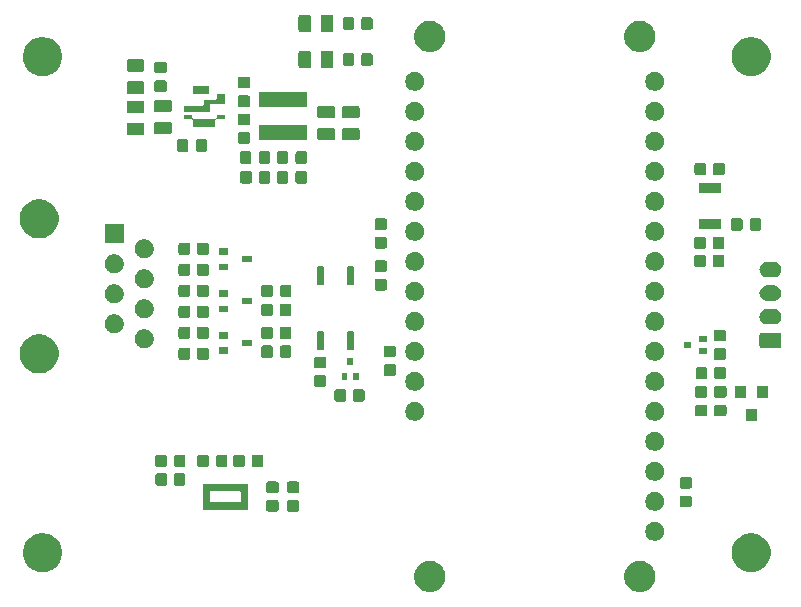
<source format=gbr>
G04 #@! TF.GenerationSoftware,KiCad,Pcbnew,(5.1.5)-3*
G04 #@! TF.CreationDate,2020-05-19T22:12:29-06:00*
G04 #@! TF.ProjectId,GarageDoorOpener,47617261-6765-4446-9f6f-724f70656e65,1b*
G04 #@! TF.SameCoordinates,Original*
G04 #@! TF.FileFunction,Soldermask,Top*
G04 #@! TF.FilePolarity,Negative*
%FSLAX46Y46*%
G04 Gerber Fmt 4.6, Leading zero omitted, Abs format (unit mm)*
G04 Created by KiCad (PCBNEW (5.1.5)-3) date 2020-05-19 22:12:29*
%MOMM*%
%LPD*%
G04 APERTURE LIST*
%ADD10C,0.100000*%
G04 APERTURE END LIST*
D10*
G36*
X153826114Y-115087182D02*
G01*
X153953722Y-115112565D01*
X154073169Y-115162042D01*
X154194127Y-115212144D01*
X154194128Y-115212145D01*
X154410489Y-115356712D01*
X154594488Y-115540711D01*
X154675808Y-115662416D01*
X154739056Y-115757073D01*
X154774688Y-115843097D01*
X154838635Y-115997478D01*
X154889400Y-116252693D01*
X154889400Y-116512907D01*
X154838635Y-116768122D01*
X154780303Y-116908948D01*
X154739056Y-117008527D01*
X154739055Y-117008528D01*
X154594488Y-117224889D01*
X154410489Y-117408888D01*
X154265921Y-117505485D01*
X154194127Y-117553456D01*
X154094548Y-117594703D01*
X153953722Y-117653035D01*
X153826114Y-117678418D01*
X153698509Y-117703800D01*
X153438291Y-117703800D01*
X153310686Y-117678418D01*
X153183078Y-117653035D01*
X153042252Y-117594703D01*
X152942673Y-117553456D01*
X152870879Y-117505485D01*
X152726311Y-117408888D01*
X152542312Y-117224889D01*
X152397745Y-117008528D01*
X152397744Y-117008527D01*
X152356497Y-116908948D01*
X152298165Y-116768122D01*
X152247400Y-116512907D01*
X152247400Y-116252693D01*
X152298165Y-115997478D01*
X152362112Y-115843097D01*
X152397744Y-115757073D01*
X152460992Y-115662416D01*
X152542312Y-115540711D01*
X152726311Y-115356712D01*
X152942672Y-115212145D01*
X152942673Y-115212144D01*
X153063631Y-115162042D01*
X153183078Y-115112565D01*
X153310686Y-115087182D01*
X153438291Y-115061800D01*
X153698509Y-115061800D01*
X153826114Y-115087182D01*
G37*
G36*
X136046114Y-115087182D02*
G01*
X136173722Y-115112565D01*
X136293169Y-115162042D01*
X136414127Y-115212144D01*
X136414128Y-115212145D01*
X136630489Y-115356712D01*
X136814488Y-115540711D01*
X136895808Y-115662416D01*
X136959056Y-115757073D01*
X136994688Y-115843097D01*
X137058635Y-115997478D01*
X137109400Y-116252693D01*
X137109400Y-116512907D01*
X137058635Y-116768122D01*
X137000303Y-116908948D01*
X136959056Y-117008527D01*
X136959055Y-117008528D01*
X136814488Y-117224889D01*
X136630489Y-117408888D01*
X136485921Y-117505485D01*
X136414127Y-117553456D01*
X136314548Y-117594703D01*
X136173722Y-117653035D01*
X136046114Y-117678418D01*
X135918509Y-117703800D01*
X135658291Y-117703800D01*
X135530686Y-117678418D01*
X135403078Y-117653035D01*
X135262252Y-117594703D01*
X135162673Y-117553456D01*
X135090879Y-117505485D01*
X134946311Y-117408888D01*
X134762312Y-117224889D01*
X134617745Y-117008528D01*
X134617744Y-117008527D01*
X134576497Y-116908948D01*
X134518165Y-116768122D01*
X134467400Y-116512907D01*
X134467400Y-116252693D01*
X134518165Y-115997478D01*
X134582112Y-115843097D01*
X134617744Y-115757073D01*
X134680992Y-115662416D01*
X134762312Y-115540711D01*
X134946311Y-115356712D01*
X135162672Y-115212145D01*
X135162673Y-115212144D01*
X135283631Y-115162042D01*
X135403078Y-115112565D01*
X135530686Y-115087182D01*
X135658291Y-115061800D01*
X135918509Y-115061800D01*
X136046114Y-115087182D01*
G37*
G36*
X103375256Y-112771298D02*
G01*
X103481579Y-112792447D01*
X103782042Y-112916903D01*
X104052451Y-113097585D01*
X104282415Y-113327549D01*
X104463097Y-113597958D01*
X104587553Y-113898421D01*
X104651000Y-114217391D01*
X104651000Y-114542609D01*
X104587553Y-114861579D01*
X104463097Y-115162042D01*
X104282415Y-115432451D01*
X104052451Y-115662415D01*
X103782042Y-115843097D01*
X103481579Y-115967553D01*
X103375256Y-115988702D01*
X103162611Y-116031000D01*
X102837389Y-116031000D01*
X102624744Y-115988702D01*
X102518421Y-115967553D01*
X102217958Y-115843097D01*
X101947549Y-115662415D01*
X101717585Y-115432451D01*
X101536903Y-115162042D01*
X101412447Y-114861579D01*
X101349000Y-114542609D01*
X101349000Y-114217391D01*
X101412447Y-113898421D01*
X101536903Y-113597958D01*
X101717585Y-113327549D01*
X101947549Y-113097585D01*
X102217958Y-112916903D01*
X102518421Y-112792447D01*
X102624744Y-112771298D01*
X102837389Y-112729000D01*
X103162611Y-112729000D01*
X103375256Y-112771298D01*
G37*
G36*
X163375256Y-112771298D02*
G01*
X163481579Y-112792447D01*
X163782042Y-112916903D01*
X164052451Y-113097585D01*
X164282415Y-113327549D01*
X164463097Y-113597958D01*
X164587553Y-113898421D01*
X164651000Y-114217391D01*
X164651000Y-114542609D01*
X164587553Y-114861579D01*
X164463097Y-115162042D01*
X164282415Y-115432451D01*
X164052451Y-115662415D01*
X163782042Y-115843097D01*
X163481579Y-115967553D01*
X163375256Y-115988702D01*
X163162611Y-116031000D01*
X162837389Y-116031000D01*
X162624744Y-115988702D01*
X162518421Y-115967553D01*
X162217958Y-115843097D01*
X161947549Y-115662415D01*
X161717585Y-115432451D01*
X161536903Y-115162042D01*
X161412447Y-114861579D01*
X161349000Y-114542609D01*
X161349000Y-114217391D01*
X161412447Y-113898421D01*
X161536903Y-113597958D01*
X161717585Y-113327549D01*
X161947549Y-113097585D01*
X162217958Y-112916903D01*
X162518421Y-112792447D01*
X162624744Y-112771298D01*
X162837389Y-112729000D01*
X163162611Y-112729000D01*
X163375256Y-112771298D01*
G37*
G36*
X155072042Y-111802581D02*
G01*
X155217814Y-111862962D01*
X155217816Y-111862963D01*
X155349008Y-111950622D01*
X155460578Y-112062192D01*
X155548237Y-112193384D01*
X155548238Y-112193386D01*
X155608619Y-112339158D01*
X155639400Y-112493907D01*
X155639400Y-112651693D01*
X155608619Y-112806442D01*
X155562865Y-112916902D01*
X155548237Y-112952216D01*
X155460578Y-113083408D01*
X155349008Y-113194978D01*
X155217816Y-113282637D01*
X155217815Y-113282638D01*
X155217814Y-113282638D01*
X155072042Y-113343019D01*
X154917293Y-113373800D01*
X154759507Y-113373800D01*
X154604758Y-113343019D01*
X154458986Y-113282638D01*
X154458985Y-113282638D01*
X154458984Y-113282637D01*
X154327792Y-113194978D01*
X154216222Y-113083408D01*
X154128563Y-112952216D01*
X154113935Y-112916902D01*
X154068181Y-112806442D01*
X154037400Y-112651693D01*
X154037400Y-112493907D01*
X154068181Y-112339158D01*
X154128562Y-112193386D01*
X154128563Y-112193384D01*
X154216222Y-112062192D01*
X154327792Y-111950622D01*
X154458984Y-111862963D01*
X154458986Y-111862962D01*
X154604758Y-111802581D01*
X154759507Y-111771800D01*
X154917293Y-111771800D01*
X155072042Y-111802581D01*
G37*
G36*
X124610991Y-109929485D02*
G01*
X124644969Y-109939793D01*
X124676290Y-109956534D01*
X124703739Y-109979061D01*
X124726266Y-110006510D01*
X124743007Y-110037831D01*
X124753315Y-110071809D01*
X124757400Y-110113290D01*
X124757400Y-110714510D01*
X124753315Y-110755991D01*
X124743007Y-110789969D01*
X124726266Y-110821290D01*
X124703739Y-110848739D01*
X124676290Y-110871266D01*
X124644969Y-110888007D01*
X124610991Y-110898315D01*
X124569510Y-110902400D01*
X123893290Y-110902400D01*
X123851809Y-110898315D01*
X123817831Y-110888007D01*
X123786510Y-110871266D01*
X123759061Y-110848739D01*
X123736534Y-110821290D01*
X123719793Y-110789969D01*
X123709485Y-110755991D01*
X123705400Y-110714510D01*
X123705400Y-110113290D01*
X123709485Y-110071809D01*
X123719793Y-110037831D01*
X123736534Y-110006510D01*
X123759061Y-109979061D01*
X123786510Y-109956534D01*
X123817831Y-109939793D01*
X123851809Y-109929485D01*
X123893290Y-109925400D01*
X124569510Y-109925400D01*
X124610991Y-109929485D01*
G37*
G36*
X122858391Y-109929485D02*
G01*
X122892369Y-109939793D01*
X122923690Y-109956534D01*
X122951139Y-109979061D01*
X122973666Y-110006510D01*
X122990407Y-110037831D01*
X123000715Y-110071809D01*
X123004800Y-110113290D01*
X123004800Y-110714510D01*
X123000715Y-110755991D01*
X122990407Y-110789969D01*
X122973666Y-110821290D01*
X122951139Y-110848739D01*
X122923690Y-110871266D01*
X122892369Y-110888007D01*
X122858391Y-110898315D01*
X122816910Y-110902400D01*
X122140690Y-110902400D01*
X122099209Y-110898315D01*
X122065231Y-110888007D01*
X122033910Y-110871266D01*
X122006461Y-110848739D01*
X121983934Y-110821290D01*
X121967193Y-110789969D01*
X121956885Y-110755991D01*
X121952800Y-110714510D01*
X121952800Y-110113290D01*
X121956885Y-110071809D01*
X121967193Y-110037831D01*
X121983934Y-110006510D01*
X122006461Y-109979061D01*
X122033910Y-109956534D01*
X122065231Y-109939793D01*
X122099209Y-109929485D01*
X122140690Y-109925400D01*
X122816910Y-109925400D01*
X122858391Y-109929485D01*
G37*
G36*
X155072042Y-109262581D02*
G01*
X155217198Y-109322707D01*
X155217816Y-109322963D01*
X155349008Y-109410622D01*
X155460578Y-109522192D01*
X155523217Y-109615939D01*
X155548238Y-109653386D01*
X155608619Y-109799158D01*
X155639400Y-109953907D01*
X155639400Y-110111693D01*
X155608619Y-110266442D01*
X155580838Y-110333510D01*
X155548237Y-110412216D01*
X155460578Y-110543408D01*
X155349008Y-110654978D01*
X155217816Y-110742637D01*
X155217815Y-110742638D01*
X155217814Y-110742638D01*
X155072042Y-110803019D01*
X154917293Y-110833800D01*
X154759507Y-110833800D01*
X154604758Y-110803019D01*
X154458986Y-110742638D01*
X154458985Y-110742638D01*
X154458984Y-110742637D01*
X154327792Y-110654978D01*
X154216222Y-110543408D01*
X154128563Y-110412216D01*
X154095962Y-110333510D01*
X154068181Y-110266442D01*
X154037400Y-110111693D01*
X154037400Y-109953907D01*
X154068181Y-109799158D01*
X154128562Y-109653386D01*
X154153583Y-109615939D01*
X154216222Y-109522192D01*
X154327792Y-109410622D01*
X154458984Y-109322963D01*
X154459602Y-109322707D01*
X154604758Y-109262581D01*
X154759507Y-109231800D01*
X154917293Y-109231800D01*
X155072042Y-109262581D01*
G37*
G36*
X120392000Y-110727400D02*
G01*
X116590000Y-110727400D01*
X116590000Y-109252399D01*
X117192000Y-109252399D01*
X117192000Y-110000401D01*
X117194402Y-110024787D01*
X117201515Y-110048236D01*
X117213066Y-110069847D01*
X117228611Y-110088789D01*
X117247553Y-110104334D01*
X117269164Y-110115885D01*
X117292613Y-110122998D01*
X117316999Y-110125400D01*
X119665001Y-110125400D01*
X119689387Y-110122998D01*
X119712836Y-110115885D01*
X119734447Y-110104334D01*
X119753389Y-110088789D01*
X119768934Y-110069847D01*
X119780485Y-110048236D01*
X119787598Y-110024787D01*
X119790000Y-110000401D01*
X119790000Y-109252399D01*
X119787598Y-109228013D01*
X119780485Y-109204564D01*
X119768934Y-109182953D01*
X119753389Y-109164011D01*
X119734447Y-109148466D01*
X119712836Y-109136915D01*
X119689387Y-109129802D01*
X119665001Y-109127400D01*
X117316999Y-109127400D01*
X117292613Y-109129802D01*
X117269164Y-109136915D01*
X117247553Y-109148466D01*
X117228611Y-109164011D01*
X117213066Y-109182953D01*
X117201515Y-109204564D01*
X117194402Y-109228013D01*
X117192000Y-109252399D01*
X116590000Y-109252399D01*
X116590000Y-108525400D01*
X120392000Y-108525400D01*
X120392000Y-110727400D01*
G37*
G36*
X157859591Y-109548485D02*
G01*
X157893569Y-109558793D01*
X157924890Y-109575534D01*
X157952339Y-109598061D01*
X157974866Y-109625510D01*
X157991607Y-109656831D01*
X158001915Y-109690809D01*
X158006000Y-109732290D01*
X158006000Y-110333510D01*
X158001915Y-110374991D01*
X157991607Y-110408969D01*
X157974866Y-110440290D01*
X157952339Y-110467739D01*
X157924890Y-110490266D01*
X157893569Y-110507007D01*
X157859591Y-110517315D01*
X157818110Y-110521400D01*
X157141890Y-110521400D01*
X157100409Y-110517315D01*
X157066431Y-110507007D01*
X157035110Y-110490266D01*
X157007661Y-110467739D01*
X156985134Y-110440290D01*
X156968393Y-110408969D01*
X156958085Y-110374991D01*
X156954000Y-110333510D01*
X156954000Y-109732290D01*
X156958085Y-109690809D01*
X156968393Y-109656831D01*
X156985134Y-109625510D01*
X157007661Y-109598061D01*
X157035110Y-109575534D01*
X157066431Y-109558793D01*
X157100409Y-109548485D01*
X157141890Y-109544400D01*
X157818110Y-109544400D01*
X157859591Y-109548485D01*
G37*
G36*
X122858391Y-108354485D02*
G01*
X122892369Y-108364793D01*
X122923690Y-108381534D01*
X122951139Y-108404061D01*
X122973666Y-108431510D01*
X122990407Y-108462831D01*
X123000715Y-108496809D01*
X123004800Y-108538290D01*
X123004800Y-109139510D01*
X123000715Y-109180991D01*
X122990407Y-109214969D01*
X122973666Y-109246290D01*
X122951139Y-109273739D01*
X122923690Y-109296266D01*
X122892369Y-109313007D01*
X122858391Y-109323315D01*
X122816910Y-109327400D01*
X122140690Y-109327400D01*
X122099209Y-109323315D01*
X122065231Y-109313007D01*
X122033910Y-109296266D01*
X122006461Y-109273739D01*
X121983934Y-109246290D01*
X121967193Y-109214969D01*
X121956885Y-109180991D01*
X121952800Y-109139510D01*
X121952800Y-108538290D01*
X121956885Y-108496809D01*
X121967193Y-108462831D01*
X121983934Y-108431510D01*
X122006461Y-108404061D01*
X122033910Y-108381534D01*
X122065231Y-108364793D01*
X122099209Y-108354485D01*
X122140690Y-108350400D01*
X122816910Y-108350400D01*
X122858391Y-108354485D01*
G37*
G36*
X124610991Y-108354485D02*
G01*
X124644969Y-108364793D01*
X124676290Y-108381534D01*
X124703739Y-108404061D01*
X124726266Y-108431510D01*
X124743007Y-108462831D01*
X124753315Y-108496809D01*
X124757400Y-108538290D01*
X124757400Y-109139510D01*
X124753315Y-109180991D01*
X124743007Y-109214969D01*
X124726266Y-109246290D01*
X124703739Y-109273739D01*
X124676290Y-109296266D01*
X124644969Y-109313007D01*
X124610991Y-109323315D01*
X124569510Y-109327400D01*
X123893290Y-109327400D01*
X123851809Y-109323315D01*
X123817831Y-109313007D01*
X123786510Y-109296266D01*
X123759061Y-109273739D01*
X123736534Y-109246290D01*
X123719793Y-109214969D01*
X123709485Y-109180991D01*
X123705400Y-109139510D01*
X123705400Y-108538290D01*
X123709485Y-108496809D01*
X123719793Y-108462831D01*
X123736534Y-108431510D01*
X123759061Y-108404061D01*
X123786510Y-108381534D01*
X123817831Y-108364793D01*
X123851809Y-108354485D01*
X123893290Y-108350400D01*
X124569510Y-108350400D01*
X124610991Y-108354485D01*
G37*
G36*
X157859591Y-107973485D02*
G01*
X157893569Y-107983793D01*
X157924890Y-108000534D01*
X157952339Y-108023061D01*
X157974866Y-108050510D01*
X157991607Y-108081831D01*
X158001915Y-108115809D01*
X158006000Y-108157290D01*
X158006000Y-108758510D01*
X158001915Y-108799991D01*
X157991607Y-108833969D01*
X157974866Y-108865290D01*
X157952339Y-108892739D01*
X157924890Y-108915266D01*
X157893569Y-108932007D01*
X157859591Y-108942315D01*
X157818110Y-108946400D01*
X157141890Y-108946400D01*
X157100409Y-108942315D01*
X157066431Y-108932007D01*
X157035110Y-108915266D01*
X157007661Y-108892739D01*
X156985134Y-108865290D01*
X156968393Y-108833969D01*
X156958085Y-108799991D01*
X156954000Y-108758510D01*
X156954000Y-108157290D01*
X156958085Y-108115809D01*
X156968393Y-108081831D01*
X156985134Y-108050510D01*
X157007661Y-108023061D01*
X157035110Y-108000534D01*
X157066431Y-107983793D01*
X157100409Y-107973485D01*
X157141890Y-107969400D01*
X157818110Y-107969400D01*
X157859591Y-107973485D01*
G37*
G36*
X113397391Y-107656685D02*
G01*
X113431369Y-107666993D01*
X113462690Y-107683734D01*
X113490139Y-107706261D01*
X113512666Y-107733710D01*
X113529407Y-107765031D01*
X113539715Y-107799009D01*
X113543800Y-107840490D01*
X113543800Y-108516710D01*
X113539715Y-108558191D01*
X113529407Y-108592169D01*
X113512666Y-108623490D01*
X113490139Y-108650939D01*
X113462690Y-108673466D01*
X113431369Y-108690207D01*
X113397391Y-108700515D01*
X113355910Y-108704600D01*
X112754690Y-108704600D01*
X112713209Y-108700515D01*
X112679231Y-108690207D01*
X112647910Y-108673466D01*
X112620461Y-108650939D01*
X112597934Y-108623490D01*
X112581193Y-108592169D01*
X112570885Y-108558191D01*
X112566800Y-108516710D01*
X112566800Y-107840490D01*
X112570885Y-107799009D01*
X112581193Y-107765031D01*
X112597934Y-107733710D01*
X112620461Y-107706261D01*
X112647910Y-107683734D01*
X112679231Y-107666993D01*
X112713209Y-107656685D01*
X112754690Y-107652600D01*
X113355910Y-107652600D01*
X113397391Y-107656685D01*
G37*
G36*
X114972391Y-107656685D02*
G01*
X115006369Y-107666993D01*
X115037690Y-107683734D01*
X115065139Y-107706261D01*
X115087666Y-107733710D01*
X115104407Y-107765031D01*
X115114715Y-107799009D01*
X115118800Y-107840490D01*
X115118800Y-108516710D01*
X115114715Y-108558191D01*
X115104407Y-108592169D01*
X115087666Y-108623490D01*
X115065139Y-108650939D01*
X115037690Y-108673466D01*
X115006369Y-108690207D01*
X114972391Y-108700515D01*
X114930910Y-108704600D01*
X114329690Y-108704600D01*
X114288209Y-108700515D01*
X114254231Y-108690207D01*
X114222910Y-108673466D01*
X114195461Y-108650939D01*
X114172934Y-108623490D01*
X114156193Y-108592169D01*
X114145885Y-108558191D01*
X114141800Y-108516710D01*
X114141800Y-107840490D01*
X114145885Y-107799009D01*
X114156193Y-107765031D01*
X114172934Y-107733710D01*
X114195461Y-107706261D01*
X114222910Y-107683734D01*
X114254231Y-107666993D01*
X114288209Y-107656685D01*
X114329690Y-107652600D01*
X114930910Y-107652600D01*
X114972391Y-107656685D01*
G37*
G36*
X155072042Y-106722581D02*
G01*
X155217814Y-106782962D01*
X155217816Y-106782963D01*
X155349008Y-106870622D01*
X155460578Y-106982192D01*
X155546783Y-107111208D01*
X155548238Y-107113386D01*
X155608619Y-107259158D01*
X155639400Y-107413907D01*
X155639400Y-107571693D01*
X155608619Y-107726442D01*
X155557771Y-107849199D01*
X155548237Y-107872216D01*
X155460578Y-108003408D01*
X155349008Y-108114978D01*
X155217816Y-108202637D01*
X155217815Y-108202638D01*
X155217814Y-108202638D01*
X155072042Y-108263019D01*
X154917293Y-108293800D01*
X154759507Y-108293800D01*
X154604758Y-108263019D01*
X154458986Y-108202638D01*
X154458985Y-108202638D01*
X154458984Y-108202637D01*
X154327792Y-108114978D01*
X154216222Y-108003408D01*
X154128563Y-107872216D01*
X154119029Y-107849199D01*
X154068181Y-107726442D01*
X154037400Y-107571693D01*
X154037400Y-107413907D01*
X154068181Y-107259158D01*
X154128562Y-107113386D01*
X154130017Y-107111208D01*
X154216222Y-106982192D01*
X154327792Y-106870622D01*
X154458984Y-106782963D01*
X154458986Y-106782962D01*
X154604758Y-106722581D01*
X154759507Y-106691800D01*
X154917293Y-106691800D01*
X155072042Y-106722581D01*
G37*
G36*
X116953391Y-106081885D02*
G01*
X116987369Y-106092193D01*
X117018690Y-106108934D01*
X117046139Y-106131461D01*
X117068666Y-106158910D01*
X117085407Y-106190231D01*
X117095715Y-106224209D01*
X117099800Y-106265690D01*
X117099800Y-106941910D01*
X117095715Y-106983391D01*
X117085407Y-107017369D01*
X117068666Y-107048690D01*
X117046139Y-107076139D01*
X117018690Y-107098666D01*
X116987369Y-107115407D01*
X116953391Y-107125715D01*
X116911910Y-107129800D01*
X116310690Y-107129800D01*
X116269209Y-107125715D01*
X116235231Y-107115407D01*
X116203910Y-107098666D01*
X116176461Y-107076139D01*
X116153934Y-107048690D01*
X116137193Y-107017369D01*
X116126885Y-106983391D01*
X116122800Y-106941910D01*
X116122800Y-106265690D01*
X116126885Y-106224209D01*
X116137193Y-106190231D01*
X116153934Y-106158910D01*
X116176461Y-106131461D01*
X116203910Y-106108934D01*
X116235231Y-106092193D01*
X116269209Y-106081885D01*
X116310690Y-106077800D01*
X116911910Y-106077800D01*
X116953391Y-106081885D01*
G37*
G36*
X114972391Y-106081885D02*
G01*
X115006369Y-106092193D01*
X115037690Y-106108934D01*
X115065139Y-106131461D01*
X115087666Y-106158910D01*
X115104407Y-106190231D01*
X115114715Y-106224209D01*
X115118800Y-106265690D01*
X115118800Y-106941910D01*
X115114715Y-106983391D01*
X115104407Y-107017369D01*
X115087666Y-107048690D01*
X115065139Y-107076139D01*
X115037690Y-107098666D01*
X115006369Y-107115407D01*
X114972391Y-107125715D01*
X114930910Y-107129800D01*
X114329690Y-107129800D01*
X114288209Y-107125715D01*
X114254231Y-107115407D01*
X114222910Y-107098666D01*
X114195461Y-107076139D01*
X114172934Y-107048690D01*
X114156193Y-107017369D01*
X114145885Y-106983391D01*
X114141800Y-106941910D01*
X114141800Y-106265690D01*
X114145885Y-106224209D01*
X114156193Y-106190231D01*
X114172934Y-106158910D01*
X114195461Y-106131461D01*
X114222910Y-106108934D01*
X114254231Y-106092193D01*
X114288209Y-106081885D01*
X114329690Y-106077800D01*
X114930910Y-106077800D01*
X114972391Y-106081885D01*
G37*
G36*
X113397391Y-106081885D02*
G01*
X113431369Y-106092193D01*
X113462690Y-106108934D01*
X113490139Y-106131461D01*
X113512666Y-106158910D01*
X113529407Y-106190231D01*
X113539715Y-106224209D01*
X113543800Y-106265690D01*
X113543800Y-106941910D01*
X113539715Y-106983391D01*
X113529407Y-107017369D01*
X113512666Y-107048690D01*
X113490139Y-107076139D01*
X113462690Y-107098666D01*
X113431369Y-107115407D01*
X113397391Y-107125715D01*
X113355910Y-107129800D01*
X112754690Y-107129800D01*
X112713209Y-107125715D01*
X112679231Y-107115407D01*
X112647910Y-107098666D01*
X112620461Y-107076139D01*
X112597934Y-107048690D01*
X112581193Y-107017369D01*
X112570885Y-106983391D01*
X112566800Y-106941910D01*
X112566800Y-106265690D01*
X112570885Y-106224209D01*
X112581193Y-106190231D01*
X112597934Y-106158910D01*
X112620461Y-106131461D01*
X112647910Y-106108934D01*
X112679231Y-106092193D01*
X112713209Y-106081885D01*
X112754690Y-106077800D01*
X113355910Y-106077800D01*
X113397391Y-106081885D01*
G37*
G36*
X119975991Y-106081885D02*
G01*
X120009969Y-106092193D01*
X120041290Y-106108934D01*
X120068739Y-106131461D01*
X120091266Y-106158910D01*
X120108007Y-106190231D01*
X120118315Y-106224209D01*
X120122400Y-106265690D01*
X120122400Y-106941910D01*
X120118315Y-106983391D01*
X120108007Y-107017369D01*
X120091266Y-107048690D01*
X120068739Y-107076139D01*
X120041290Y-107098666D01*
X120009969Y-107115407D01*
X119975991Y-107125715D01*
X119934510Y-107129800D01*
X119333290Y-107129800D01*
X119291809Y-107125715D01*
X119257831Y-107115407D01*
X119226510Y-107098666D01*
X119199061Y-107076139D01*
X119176534Y-107048690D01*
X119159793Y-107017369D01*
X119149485Y-106983391D01*
X119145400Y-106941910D01*
X119145400Y-106265690D01*
X119149485Y-106224209D01*
X119159793Y-106190231D01*
X119176534Y-106158910D01*
X119199061Y-106131461D01*
X119226510Y-106108934D01*
X119257831Y-106092193D01*
X119291809Y-106081885D01*
X119333290Y-106077800D01*
X119934510Y-106077800D01*
X119975991Y-106081885D01*
G37*
G36*
X121550991Y-106081885D02*
G01*
X121584969Y-106092193D01*
X121616290Y-106108934D01*
X121643739Y-106131461D01*
X121666266Y-106158910D01*
X121683007Y-106190231D01*
X121693315Y-106224209D01*
X121697400Y-106265690D01*
X121697400Y-106941910D01*
X121693315Y-106983391D01*
X121683007Y-107017369D01*
X121666266Y-107048690D01*
X121643739Y-107076139D01*
X121616290Y-107098666D01*
X121584969Y-107115407D01*
X121550991Y-107125715D01*
X121509510Y-107129800D01*
X120908290Y-107129800D01*
X120866809Y-107125715D01*
X120832831Y-107115407D01*
X120801510Y-107098666D01*
X120774061Y-107076139D01*
X120751534Y-107048690D01*
X120734793Y-107017369D01*
X120724485Y-106983391D01*
X120720400Y-106941910D01*
X120720400Y-106265690D01*
X120724485Y-106224209D01*
X120734793Y-106190231D01*
X120751534Y-106158910D01*
X120774061Y-106131461D01*
X120801510Y-106108934D01*
X120832831Y-106092193D01*
X120866809Y-106081885D01*
X120908290Y-106077800D01*
X121509510Y-106077800D01*
X121550991Y-106081885D01*
G37*
G36*
X118528391Y-106081885D02*
G01*
X118562369Y-106092193D01*
X118593690Y-106108934D01*
X118621139Y-106131461D01*
X118643666Y-106158910D01*
X118660407Y-106190231D01*
X118670715Y-106224209D01*
X118674800Y-106265690D01*
X118674800Y-106941910D01*
X118670715Y-106983391D01*
X118660407Y-107017369D01*
X118643666Y-107048690D01*
X118621139Y-107076139D01*
X118593690Y-107098666D01*
X118562369Y-107115407D01*
X118528391Y-107125715D01*
X118486910Y-107129800D01*
X117885690Y-107129800D01*
X117844209Y-107125715D01*
X117810231Y-107115407D01*
X117778910Y-107098666D01*
X117751461Y-107076139D01*
X117728934Y-107048690D01*
X117712193Y-107017369D01*
X117701885Y-106983391D01*
X117697800Y-106941910D01*
X117697800Y-106265690D01*
X117701885Y-106224209D01*
X117712193Y-106190231D01*
X117728934Y-106158910D01*
X117751461Y-106131461D01*
X117778910Y-106108934D01*
X117810231Y-106092193D01*
X117844209Y-106081885D01*
X117885690Y-106077800D01*
X118486910Y-106077800D01*
X118528391Y-106081885D01*
G37*
G36*
X155072042Y-104182581D02*
G01*
X155217814Y-104242962D01*
X155217816Y-104242963D01*
X155349008Y-104330622D01*
X155460578Y-104442192D01*
X155548237Y-104573384D01*
X155548238Y-104573386D01*
X155608619Y-104719158D01*
X155639400Y-104873907D01*
X155639400Y-105031693D01*
X155608619Y-105186442D01*
X155548238Y-105332214D01*
X155548237Y-105332216D01*
X155460578Y-105463408D01*
X155349008Y-105574978D01*
X155217816Y-105662637D01*
X155217815Y-105662638D01*
X155217814Y-105662638D01*
X155072042Y-105723019D01*
X154917293Y-105753800D01*
X154759507Y-105753800D01*
X154604758Y-105723019D01*
X154458986Y-105662638D01*
X154458985Y-105662638D01*
X154458984Y-105662637D01*
X154327792Y-105574978D01*
X154216222Y-105463408D01*
X154128563Y-105332216D01*
X154128562Y-105332214D01*
X154068181Y-105186442D01*
X154037400Y-105031693D01*
X154037400Y-104873907D01*
X154068181Y-104719158D01*
X154128562Y-104573386D01*
X154128563Y-104573384D01*
X154216222Y-104442192D01*
X154327792Y-104330622D01*
X154458984Y-104242963D01*
X154458986Y-104242962D01*
X154604758Y-104182581D01*
X154759507Y-104151800D01*
X154917293Y-104151800D01*
X155072042Y-104182581D01*
G37*
G36*
X163493600Y-103253400D02*
G01*
X162591600Y-103253400D01*
X162591600Y-102251400D01*
X163493600Y-102251400D01*
X163493600Y-103253400D01*
G37*
G36*
X155072042Y-101642581D02*
G01*
X155217814Y-101702962D01*
X155217816Y-101702963D01*
X155349008Y-101790622D01*
X155460578Y-101902192D01*
X155525182Y-101998880D01*
X155548238Y-102033386D01*
X155608619Y-102179158D01*
X155639400Y-102333907D01*
X155639400Y-102491693D01*
X155608619Y-102646442D01*
X155564207Y-102753661D01*
X155548237Y-102792216D01*
X155460578Y-102923408D01*
X155349008Y-103034978D01*
X155217816Y-103122637D01*
X155217815Y-103122638D01*
X155217814Y-103122638D01*
X155072042Y-103183019D01*
X154917293Y-103213800D01*
X154759507Y-103213800D01*
X154604758Y-103183019D01*
X154458986Y-103122638D01*
X154458985Y-103122638D01*
X154458984Y-103122637D01*
X154327792Y-103034978D01*
X154216222Y-102923408D01*
X154128563Y-102792216D01*
X154112593Y-102753661D01*
X154068181Y-102646442D01*
X154037400Y-102491693D01*
X154037400Y-102333907D01*
X154068181Y-102179158D01*
X154128562Y-102033386D01*
X154151618Y-101998880D01*
X154216222Y-101902192D01*
X154327792Y-101790622D01*
X154458984Y-101702963D01*
X154458986Y-101702962D01*
X154604758Y-101642581D01*
X154759507Y-101611800D01*
X154917293Y-101611800D01*
X155072042Y-101642581D01*
G37*
G36*
X134752042Y-101642581D02*
G01*
X134897814Y-101702962D01*
X134897816Y-101702963D01*
X135029008Y-101790622D01*
X135140578Y-101902192D01*
X135205182Y-101998880D01*
X135228238Y-102033386D01*
X135288619Y-102179158D01*
X135319400Y-102333907D01*
X135319400Y-102491693D01*
X135288619Y-102646442D01*
X135244207Y-102753661D01*
X135228237Y-102792216D01*
X135140578Y-102923408D01*
X135029008Y-103034978D01*
X134897816Y-103122637D01*
X134897815Y-103122638D01*
X134897814Y-103122638D01*
X134752042Y-103183019D01*
X134597293Y-103213800D01*
X134439507Y-103213800D01*
X134284758Y-103183019D01*
X134138986Y-103122638D01*
X134138985Y-103122638D01*
X134138984Y-103122637D01*
X134007792Y-103034978D01*
X133896222Y-102923408D01*
X133808563Y-102792216D01*
X133792593Y-102753661D01*
X133748181Y-102646442D01*
X133717400Y-102491693D01*
X133717400Y-102333907D01*
X133748181Y-102179158D01*
X133808562Y-102033386D01*
X133831618Y-101998880D01*
X133896222Y-101902192D01*
X134007792Y-101790622D01*
X134138984Y-101702963D01*
X134138986Y-101702962D01*
X134284758Y-101642581D01*
X134439507Y-101611800D01*
X134597293Y-101611800D01*
X134752042Y-101642581D01*
G37*
G36*
X160780591Y-101852285D02*
G01*
X160814569Y-101862593D01*
X160845890Y-101879334D01*
X160873339Y-101901861D01*
X160895866Y-101929310D01*
X160912607Y-101960631D01*
X160922915Y-101994609D01*
X160927000Y-102036090D01*
X160927000Y-102637310D01*
X160922915Y-102678791D01*
X160912607Y-102712769D01*
X160895866Y-102744090D01*
X160873339Y-102771539D01*
X160845890Y-102794066D01*
X160814569Y-102810807D01*
X160780591Y-102821115D01*
X160739110Y-102825200D01*
X160062890Y-102825200D01*
X160021409Y-102821115D01*
X159987431Y-102810807D01*
X159956110Y-102794066D01*
X159928661Y-102771539D01*
X159906134Y-102744090D01*
X159889393Y-102712769D01*
X159879085Y-102678791D01*
X159875000Y-102637310D01*
X159875000Y-102036090D01*
X159879085Y-101994609D01*
X159889393Y-101960631D01*
X159906134Y-101929310D01*
X159928661Y-101901861D01*
X159956110Y-101879334D01*
X159987431Y-101862593D01*
X160021409Y-101852285D01*
X160062890Y-101848200D01*
X160739110Y-101848200D01*
X160780591Y-101852285D01*
G37*
G36*
X159154991Y-101852185D02*
G01*
X159188969Y-101862493D01*
X159220290Y-101879234D01*
X159247739Y-101901761D01*
X159270266Y-101929210D01*
X159287007Y-101960531D01*
X159297315Y-101994509D01*
X159301400Y-102035990D01*
X159301400Y-102637210D01*
X159297315Y-102678691D01*
X159287007Y-102712669D01*
X159270266Y-102743990D01*
X159247739Y-102771439D01*
X159220290Y-102793966D01*
X159188969Y-102810707D01*
X159154991Y-102821015D01*
X159113510Y-102825100D01*
X158437290Y-102825100D01*
X158395809Y-102821015D01*
X158361831Y-102810707D01*
X158330510Y-102793966D01*
X158303061Y-102771439D01*
X158280534Y-102743990D01*
X158263793Y-102712669D01*
X158253485Y-102678691D01*
X158249400Y-102637210D01*
X158249400Y-102035990D01*
X158253485Y-101994509D01*
X158263793Y-101960531D01*
X158280534Y-101929210D01*
X158303061Y-101901761D01*
X158330510Y-101879234D01*
X158361831Y-101862493D01*
X158395809Y-101852185D01*
X158437290Y-101848100D01*
X159113510Y-101848100D01*
X159154991Y-101852185D01*
G37*
G36*
X128561191Y-100544685D02*
G01*
X128595169Y-100554993D01*
X128626490Y-100571734D01*
X128653939Y-100594261D01*
X128676466Y-100621710D01*
X128693207Y-100653031D01*
X128703515Y-100687009D01*
X128707600Y-100728490D01*
X128707600Y-101404710D01*
X128703515Y-101446191D01*
X128693207Y-101480169D01*
X128676466Y-101511490D01*
X128653939Y-101538939D01*
X128626490Y-101561466D01*
X128595169Y-101578207D01*
X128561191Y-101588515D01*
X128519710Y-101592600D01*
X127918490Y-101592600D01*
X127877009Y-101588515D01*
X127843031Y-101578207D01*
X127811710Y-101561466D01*
X127784261Y-101538939D01*
X127761734Y-101511490D01*
X127744993Y-101480169D01*
X127734685Y-101446191D01*
X127730600Y-101404710D01*
X127730600Y-100728490D01*
X127734685Y-100687009D01*
X127744993Y-100653031D01*
X127761734Y-100621710D01*
X127784261Y-100594261D01*
X127811710Y-100571734D01*
X127843031Y-100554993D01*
X127877009Y-100544685D01*
X127918490Y-100540600D01*
X128519710Y-100540600D01*
X128561191Y-100544685D01*
G37*
G36*
X130136191Y-100544685D02*
G01*
X130170169Y-100554993D01*
X130201490Y-100571734D01*
X130228939Y-100594261D01*
X130251466Y-100621710D01*
X130268207Y-100653031D01*
X130278515Y-100687009D01*
X130282600Y-100728490D01*
X130282600Y-101404710D01*
X130278515Y-101446191D01*
X130268207Y-101480169D01*
X130251466Y-101511490D01*
X130228939Y-101538939D01*
X130201490Y-101561466D01*
X130170169Y-101578207D01*
X130136191Y-101588515D01*
X130094710Y-101592600D01*
X129493490Y-101592600D01*
X129452009Y-101588515D01*
X129418031Y-101578207D01*
X129386710Y-101561466D01*
X129359261Y-101538939D01*
X129336734Y-101511490D01*
X129319993Y-101480169D01*
X129309685Y-101446191D01*
X129305600Y-101404710D01*
X129305600Y-100728490D01*
X129309685Y-100687009D01*
X129319993Y-100653031D01*
X129336734Y-100621710D01*
X129359261Y-100594261D01*
X129386710Y-100571734D01*
X129418031Y-100554993D01*
X129452009Y-100544685D01*
X129493490Y-100540600D01*
X130094710Y-100540600D01*
X130136191Y-100544685D01*
G37*
G36*
X162543600Y-101253400D02*
G01*
X161641600Y-101253400D01*
X161641600Y-100251400D01*
X162543600Y-100251400D01*
X162543600Y-101253400D01*
G37*
G36*
X164443600Y-101253400D02*
G01*
X163541600Y-101253400D01*
X163541600Y-100251400D01*
X164443600Y-100251400D01*
X164443600Y-101253400D01*
G37*
G36*
X160780591Y-100277285D02*
G01*
X160814569Y-100287593D01*
X160845890Y-100304334D01*
X160873339Y-100326861D01*
X160895866Y-100354310D01*
X160912607Y-100385631D01*
X160922915Y-100419609D01*
X160927000Y-100461090D01*
X160927000Y-101062310D01*
X160922915Y-101103791D01*
X160912607Y-101137769D01*
X160895866Y-101169090D01*
X160873339Y-101196539D01*
X160845890Y-101219066D01*
X160814569Y-101235807D01*
X160780591Y-101246115D01*
X160739110Y-101250200D01*
X160062890Y-101250200D01*
X160021409Y-101246115D01*
X159987431Y-101235807D01*
X159956110Y-101219066D01*
X159928661Y-101196539D01*
X159906134Y-101169090D01*
X159889393Y-101137769D01*
X159879085Y-101103791D01*
X159875000Y-101062310D01*
X159875000Y-100461090D01*
X159879085Y-100419609D01*
X159889393Y-100385631D01*
X159906134Y-100354310D01*
X159928661Y-100326861D01*
X159956110Y-100304334D01*
X159987431Y-100287593D01*
X160021409Y-100277285D01*
X160062890Y-100273200D01*
X160739110Y-100273200D01*
X160780591Y-100277285D01*
G37*
G36*
X159154991Y-100277185D02*
G01*
X159188969Y-100287493D01*
X159220290Y-100304234D01*
X159247739Y-100326761D01*
X159270266Y-100354210D01*
X159287007Y-100385531D01*
X159297315Y-100419509D01*
X159301400Y-100460990D01*
X159301400Y-101062210D01*
X159297315Y-101103691D01*
X159287007Y-101137669D01*
X159270266Y-101168990D01*
X159247739Y-101196439D01*
X159220290Y-101218966D01*
X159188969Y-101235707D01*
X159154991Y-101246015D01*
X159113510Y-101250100D01*
X158437290Y-101250100D01*
X158395809Y-101246015D01*
X158361831Y-101235707D01*
X158330510Y-101218966D01*
X158303061Y-101196439D01*
X158280534Y-101168990D01*
X158263793Y-101137669D01*
X158253485Y-101103691D01*
X158249400Y-101062210D01*
X158249400Y-100460990D01*
X158253485Y-100419509D01*
X158263793Y-100385531D01*
X158280534Y-100354210D01*
X158303061Y-100326761D01*
X158330510Y-100304234D01*
X158361831Y-100287493D01*
X158395809Y-100277185D01*
X158437290Y-100273100D01*
X159113510Y-100273100D01*
X159154991Y-100277185D01*
G37*
G36*
X134752042Y-99102581D02*
G01*
X134897814Y-99162962D01*
X134897816Y-99162963D01*
X135029008Y-99250622D01*
X135140578Y-99362192D01*
X135228237Y-99493384D01*
X135228238Y-99493386D01*
X135288619Y-99639158D01*
X135319400Y-99793907D01*
X135319400Y-99951693D01*
X135288619Y-100106442D01*
X135271359Y-100148110D01*
X135228237Y-100252216D01*
X135140578Y-100383408D01*
X135029008Y-100494978D01*
X134897816Y-100582637D01*
X134897815Y-100582638D01*
X134897814Y-100582638D01*
X134752042Y-100643019D01*
X134597293Y-100673800D01*
X134439507Y-100673800D01*
X134284758Y-100643019D01*
X134138986Y-100582638D01*
X134138985Y-100582638D01*
X134138984Y-100582637D01*
X134007792Y-100494978D01*
X133896222Y-100383408D01*
X133808563Y-100252216D01*
X133765441Y-100148110D01*
X133748181Y-100106442D01*
X133717400Y-99951693D01*
X133717400Y-99793907D01*
X133748181Y-99639158D01*
X133808562Y-99493386D01*
X133808563Y-99493384D01*
X133896222Y-99362192D01*
X134007792Y-99250622D01*
X134138984Y-99162963D01*
X134138986Y-99162962D01*
X134284758Y-99102581D01*
X134439507Y-99071800D01*
X134597293Y-99071800D01*
X134752042Y-99102581D01*
G37*
G36*
X155072042Y-99102581D02*
G01*
X155217814Y-99162962D01*
X155217816Y-99162963D01*
X155349008Y-99250622D01*
X155460578Y-99362192D01*
X155548237Y-99493384D01*
X155548238Y-99493386D01*
X155608619Y-99639158D01*
X155639400Y-99793907D01*
X155639400Y-99951693D01*
X155608619Y-100106442D01*
X155591359Y-100148110D01*
X155548237Y-100252216D01*
X155460578Y-100383408D01*
X155349008Y-100494978D01*
X155217816Y-100582637D01*
X155217815Y-100582638D01*
X155217814Y-100582638D01*
X155072042Y-100643019D01*
X154917293Y-100673800D01*
X154759507Y-100673800D01*
X154604758Y-100643019D01*
X154458986Y-100582638D01*
X154458985Y-100582638D01*
X154458984Y-100582637D01*
X154327792Y-100494978D01*
X154216222Y-100383408D01*
X154128563Y-100252216D01*
X154085441Y-100148110D01*
X154068181Y-100106442D01*
X154037400Y-99951693D01*
X154037400Y-99793907D01*
X154068181Y-99639158D01*
X154128562Y-99493386D01*
X154128563Y-99493384D01*
X154216222Y-99362192D01*
X154327792Y-99250622D01*
X154458984Y-99162963D01*
X154458986Y-99162962D01*
X154604758Y-99102581D01*
X154759507Y-99071800D01*
X154917293Y-99071800D01*
X155072042Y-99102581D01*
G37*
G36*
X126896991Y-99363085D02*
G01*
X126930969Y-99373393D01*
X126962290Y-99390134D01*
X126989739Y-99412661D01*
X127012266Y-99440110D01*
X127029007Y-99471431D01*
X127039315Y-99505409D01*
X127043400Y-99546890D01*
X127043400Y-100148110D01*
X127039315Y-100189591D01*
X127029007Y-100223569D01*
X127012266Y-100254890D01*
X126989739Y-100282339D01*
X126962290Y-100304866D01*
X126930969Y-100321607D01*
X126896991Y-100331915D01*
X126855510Y-100336000D01*
X126179290Y-100336000D01*
X126137809Y-100331915D01*
X126103831Y-100321607D01*
X126072510Y-100304866D01*
X126045061Y-100282339D01*
X126022534Y-100254890D01*
X126005793Y-100223569D01*
X125995485Y-100189591D01*
X125991400Y-100148110D01*
X125991400Y-99546890D01*
X125995485Y-99505409D01*
X126005793Y-99471431D01*
X126022534Y-99440110D01*
X126045061Y-99412661D01*
X126072510Y-99390134D01*
X126103831Y-99373393D01*
X126137809Y-99363085D01*
X126179290Y-99359000D01*
X126855510Y-99359000D01*
X126896991Y-99363085D01*
G37*
G36*
X128833800Y-99782400D02*
G01*
X128331800Y-99782400D01*
X128331800Y-99170400D01*
X128833800Y-99170400D01*
X128833800Y-99782400D01*
G37*
G36*
X129833800Y-99782400D02*
G01*
X129331800Y-99782400D01*
X129331800Y-99170400D01*
X129833800Y-99170400D01*
X129833800Y-99782400D01*
G37*
G36*
X159142791Y-98665085D02*
G01*
X159176769Y-98675393D01*
X159208090Y-98692134D01*
X159235539Y-98714661D01*
X159258066Y-98742110D01*
X159274807Y-98773431D01*
X159285115Y-98807409D01*
X159289200Y-98848890D01*
X159289200Y-99525110D01*
X159285115Y-99566591D01*
X159274807Y-99600569D01*
X159258066Y-99631890D01*
X159235539Y-99659339D01*
X159208090Y-99681866D01*
X159176769Y-99698607D01*
X159142791Y-99708915D01*
X159101310Y-99713000D01*
X158500090Y-99713000D01*
X158458609Y-99708915D01*
X158424631Y-99698607D01*
X158393310Y-99681866D01*
X158365861Y-99659339D01*
X158343334Y-99631890D01*
X158326593Y-99600569D01*
X158316285Y-99566591D01*
X158312200Y-99525110D01*
X158312200Y-98848890D01*
X158316285Y-98807409D01*
X158326593Y-98773431D01*
X158343334Y-98742110D01*
X158365861Y-98714661D01*
X158393310Y-98692134D01*
X158424631Y-98675393D01*
X158458609Y-98665085D01*
X158500090Y-98661000D01*
X159101310Y-98661000D01*
X159142791Y-98665085D01*
G37*
G36*
X160717791Y-98665085D02*
G01*
X160751769Y-98675393D01*
X160783090Y-98692134D01*
X160810539Y-98714661D01*
X160833066Y-98742110D01*
X160849807Y-98773431D01*
X160860115Y-98807409D01*
X160864200Y-98848890D01*
X160864200Y-99525110D01*
X160860115Y-99566591D01*
X160849807Y-99600569D01*
X160833066Y-99631890D01*
X160810539Y-99659339D01*
X160783090Y-99681866D01*
X160751769Y-99698607D01*
X160717791Y-99708915D01*
X160676310Y-99713000D01*
X160075090Y-99713000D01*
X160033609Y-99708915D01*
X159999631Y-99698607D01*
X159968310Y-99681866D01*
X159940861Y-99659339D01*
X159918334Y-99631890D01*
X159901593Y-99600569D01*
X159891285Y-99566591D01*
X159887200Y-99525110D01*
X159887200Y-98848890D01*
X159891285Y-98807409D01*
X159901593Y-98773431D01*
X159918334Y-98742110D01*
X159940861Y-98714661D01*
X159968310Y-98692134D01*
X159999631Y-98675393D01*
X160033609Y-98665085D01*
X160075090Y-98661000D01*
X160676310Y-98661000D01*
X160717791Y-98665085D01*
G37*
G36*
X132789791Y-98423285D02*
G01*
X132823769Y-98433593D01*
X132855090Y-98450334D01*
X132882539Y-98472861D01*
X132905066Y-98500310D01*
X132921807Y-98531631D01*
X132932115Y-98565609D01*
X132936200Y-98607090D01*
X132936200Y-99208310D01*
X132932115Y-99249791D01*
X132921807Y-99283769D01*
X132905066Y-99315090D01*
X132882539Y-99342539D01*
X132855090Y-99365066D01*
X132823769Y-99381807D01*
X132789791Y-99392115D01*
X132748310Y-99396200D01*
X132072090Y-99396200D01*
X132030609Y-99392115D01*
X131996631Y-99381807D01*
X131965310Y-99365066D01*
X131937861Y-99342539D01*
X131915334Y-99315090D01*
X131898593Y-99283769D01*
X131888285Y-99249791D01*
X131884200Y-99208310D01*
X131884200Y-98607090D01*
X131888285Y-98565609D01*
X131898593Y-98531631D01*
X131915334Y-98500310D01*
X131937861Y-98472861D01*
X131965310Y-98450334D01*
X131996631Y-98433593D01*
X132030609Y-98423285D01*
X132072090Y-98419200D01*
X132748310Y-98419200D01*
X132789791Y-98423285D01*
G37*
G36*
X103105256Y-95931298D02*
G01*
X103211579Y-95952447D01*
X103512042Y-96076903D01*
X103782451Y-96257585D01*
X104012415Y-96487549D01*
X104102895Y-96622962D01*
X104193098Y-96757960D01*
X104202479Y-96780607D01*
X104311580Y-97044000D01*
X104317553Y-97058422D01*
X104381000Y-97377389D01*
X104381000Y-97702611D01*
X104351072Y-97853066D01*
X104317553Y-98021579D01*
X104193097Y-98322042D01*
X104012415Y-98592451D01*
X103782451Y-98822415D01*
X103512042Y-99003097D01*
X103211579Y-99127553D01*
X103105256Y-99148702D01*
X102892611Y-99191000D01*
X102567389Y-99191000D01*
X102354744Y-99148702D01*
X102248421Y-99127553D01*
X101947958Y-99003097D01*
X101677549Y-98822415D01*
X101447585Y-98592451D01*
X101266903Y-98322042D01*
X101142447Y-98021579D01*
X101108928Y-97853066D01*
X101079000Y-97702611D01*
X101079000Y-97377389D01*
X101142447Y-97058422D01*
X101148421Y-97044000D01*
X101257521Y-96780607D01*
X101266902Y-96757960D01*
X101357105Y-96622962D01*
X101447585Y-96487549D01*
X101677549Y-96257585D01*
X101947958Y-96076903D01*
X102248421Y-95952447D01*
X102354744Y-95931298D01*
X102567389Y-95889000D01*
X102892611Y-95889000D01*
X103105256Y-95931298D01*
G37*
G36*
X126896991Y-97788085D02*
G01*
X126930969Y-97798393D01*
X126962290Y-97815134D01*
X126989739Y-97837661D01*
X127012266Y-97865110D01*
X127029007Y-97896431D01*
X127039315Y-97930409D01*
X127043400Y-97971890D01*
X127043400Y-98573110D01*
X127039315Y-98614591D01*
X127029007Y-98648569D01*
X127012266Y-98679890D01*
X126989739Y-98707339D01*
X126962290Y-98729866D01*
X126930969Y-98746607D01*
X126896991Y-98756915D01*
X126855510Y-98761000D01*
X126179290Y-98761000D01*
X126137809Y-98756915D01*
X126103831Y-98746607D01*
X126072510Y-98729866D01*
X126045061Y-98707339D01*
X126022534Y-98679890D01*
X126005793Y-98648569D01*
X125995485Y-98614591D01*
X125991400Y-98573110D01*
X125991400Y-97971890D01*
X125995485Y-97930409D01*
X126005793Y-97896431D01*
X126022534Y-97865110D01*
X126045061Y-97837661D01*
X126072510Y-97815134D01*
X126103831Y-97798393D01*
X126137809Y-97788085D01*
X126179290Y-97784000D01*
X126855510Y-97784000D01*
X126896991Y-97788085D01*
G37*
G36*
X129333800Y-98492400D02*
G01*
X128831800Y-98492400D01*
X128831800Y-97880400D01*
X129333800Y-97880400D01*
X129333800Y-98492400D01*
G37*
G36*
X155072042Y-96562581D02*
G01*
X155217814Y-96622962D01*
X155217816Y-96622963D01*
X155349008Y-96710622D01*
X155460578Y-96822192D01*
X155548237Y-96953384D01*
X155548238Y-96953386D01*
X155608619Y-97099158D01*
X155639400Y-97253907D01*
X155639400Y-97411693D01*
X155608619Y-97566442D01*
X155552216Y-97702611D01*
X155548237Y-97712216D01*
X155460578Y-97843408D01*
X155349008Y-97954978D01*
X155217816Y-98042637D01*
X155217815Y-98042638D01*
X155217814Y-98042638D01*
X155072042Y-98103019D01*
X154917293Y-98133800D01*
X154759507Y-98133800D01*
X154604758Y-98103019D01*
X154458986Y-98042638D01*
X154458985Y-98042638D01*
X154458984Y-98042637D01*
X154327792Y-97954978D01*
X154216222Y-97843408D01*
X154128563Y-97712216D01*
X154124584Y-97702611D01*
X154068181Y-97566442D01*
X154037400Y-97411693D01*
X154037400Y-97253907D01*
X154068181Y-97099158D01*
X154128562Y-96953386D01*
X154128563Y-96953384D01*
X154216222Y-96822192D01*
X154327792Y-96710622D01*
X154458984Y-96622963D01*
X154458986Y-96622962D01*
X154604758Y-96562581D01*
X154759507Y-96531800D01*
X154917293Y-96531800D01*
X155072042Y-96562581D01*
G37*
G36*
X134752042Y-96562581D02*
G01*
X134897814Y-96622962D01*
X134897816Y-96622963D01*
X135029008Y-96710622D01*
X135140578Y-96822192D01*
X135228237Y-96953384D01*
X135228238Y-96953386D01*
X135288619Y-97099158D01*
X135319400Y-97253907D01*
X135319400Y-97411693D01*
X135288619Y-97566442D01*
X135232216Y-97702611D01*
X135228237Y-97712216D01*
X135140578Y-97843408D01*
X135029008Y-97954978D01*
X134897816Y-98042637D01*
X134897815Y-98042638D01*
X134897814Y-98042638D01*
X134752042Y-98103019D01*
X134597293Y-98133800D01*
X134439507Y-98133800D01*
X134284758Y-98103019D01*
X134138986Y-98042638D01*
X134138985Y-98042638D01*
X134138984Y-98042637D01*
X134007792Y-97954978D01*
X133896222Y-97843408D01*
X133808563Y-97712216D01*
X133804584Y-97702611D01*
X133748181Y-97566442D01*
X133717400Y-97411693D01*
X133717400Y-97253907D01*
X133748181Y-97099158D01*
X133808562Y-96953386D01*
X133808563Y-96953384D01*
X133896222Y-96822192D01*
X134007792Y-96710622D01*
X134138984Y-96622963D01*
X134138986Y-96622962D01*
X134284758Y-96562581D01*
X134439507Y-96531800D01*
X134597293Y-96531800D01*
X134752042Y-96562581D01*
G37*
G36*
X116928191Y-97014085D02*
G01*
X116962169Y-97024393D01*
X116993490Y-97041134D01*
X117020939Y-97063661D01*
X117043466Y-97091110D01*
X117060207Y-97122431D01*
X117070515Y-97156409D01*
X117074600Y-97197890D01*
X117074600Y-97874110D01*
X117070515Y-97915591D01*
X117060207Y-97949569D01*
X117043466Y-97980890D01*
X117020939Y-98008339D01*
X116993490Y-98030866D01*
X116962169Y-98047607D01*
X116928191Y-98057915D01*
X116886710Y-98062000D01*
X116285490Y-98062000D01*
X116244009Y-98057915D01*
X116210031Y-98047607D01*
X116178710Y-98030866D01*
X116151261Y-98008339D01*
X116128734Y-97980890D01*
X116111993Y-97949569D01*
X116101685Y-97915591D01*
X116097600Y-97874110D01*
X116097600Y-97197890D01*
X116101685Y-97156409D01*
X116111993Y-97122431D01*
X116128734Y-97091110D01*
X116151261Y-97063661D01*
X116178710Y-97041134D01*
X116210031Y-97024393D01*
X116244009Y-97014085D01*
X116285490Y-97010000D01*
X116886710Y-97010000D01*
X116928191Y-97014085D01*
G37*
G36*
X115353191Y-97014085D02*
G01*
X115387169Y-97024393D01*
X115418490Y-97041134D01*
X115445939Y-97063661D01*
X115468466Y-97091110D01*
X115485207Y-97122431D01*
X115495515Y-97156409D01*
X115499600Y-97197890D01*
X115499600Y-97874110D01*
X115495515Y-97915591D01*
X115485207Y-97949569D01*
X115468466Y-97980890D01*
X115445939Y-98008339D01*
X115418490Y-98030866D01*
X115387169Y-98047607D01*
X115353191Y-98057915D01*
X115311710Y-98062000D01*
X114710490Y-98062000D01*
X114669009Y-98057915D01*
X114635031Y-98047607D01*
X114603710Y-98030866D01*
X114576261Y-98008339D01*
X114553734Y-97980890D01*
X114536993Y-97949569D01*
X114526685Y-97915591D01*
X114522600Y-97874110D01*
X114522600Y-97197890D01*
X114526685Y-97156409D01*
X114536993Y-97122431D01*
X114553734Y-97091110D01*
X114576261Y-97063661D01*
X114603710Y-97041134D01*
X114635031Y-97024393D01*
X114669009Y-97014085D01*
X114710490Y-97010000D01*
X115311710Y-97010000D01*
X115353191Y-97014085D01*
G37*
G36*
X160729791Y-97077085D02*
G01*
X160763769Y-97087393D01*
X160795090Y-97104134D01*
X160822539Y-97126661D01*
X160845066Y-97154110D01*
X160861807Y-97185431D01*
X160872115Y-97219409D01*
X160876200Y-97260890D01*
X160876200Y-97862110D01*
X160872115Y-97903591D01*
X160861807Y-97937569D01*
X160845066Y-97968890D01*
X160822539Y-97996339D01*
X160795090Y-98018866D01*
X160763769Y-98035607D01*
X160729791Y-98045915D01*
X160688310Y-98050000D01*
X160012090Y-98050000D01*
X159970609Y-98045915D01*
X159936631Y-98035607D01*
X159905310Y-98018866D01*
X159877861Y-97996339D01*
X159855334Y-97968890D01*
X159838593Y-97937569D01*
X159828285Y-97903591D01*
X159824200Y-97862110D01*
X159824200Y-97260890D01*
X159828285Y-97219409D01*
X159838593Y-97185431D01*
X159855334Y-97154110D01*
X159877861Y-97126661D01*
X159905310Y-97104134D01*
X159936631Y-97087393D01*
X159970609Y-97077085D01*
X160012090Y-97073000D01*
X160688310Y-97073000D01*
X160729791Y-97077085D01*
G37*
G36*
X122363591Y-96836285D02*
G01*
X122397569Y-96846593D01*
X122428890Y-96863334D01*
X122456339Y-96885861D01*
X122478866Y-96913310D01*
X122495607Y-96944631D01*
X122505915Y-96978609D01*
X122510000Y-97020090D01*
X122510000Y-97696310D01*
X122505915Y-97737791D01*
X122495607Y-97771769D01*
X122478866Y-97803090D01*
X122456339Y-97830539D01*
X122428890Y-97853066D01*
X122397569Y-97869807D01*
X122363591Y-97880115D01*
X122322110Y-97884200D01*
X121720890Y-97884200D01*
X121679409Y-97880115D01*
X121645431Y-97869807D01*
X121614110Y-97853066D01*
X121586661Y-97830539D01*
X121564134Y-97803090D01*
X121547393Y-97771769D01*
X121537085Y-97737791D01*
X121533000Y-97696310D01*
X121533000Y-97020090D01*
X121537085Y-96978609D01*
X121547393Y-96944631D01*
X121564134Y-96913310D01*
X121586661Y-96885861D01*
X121614110Y-96863334D01*
X121645431Y-96846593D01*
X121679409Y-96836285D01*
X121720890Y-96832200D01*
X122322110Y-96832200D01*
X122363591Y-96836285D01*
G37*
G36*
X123938591Y-96836285D02*
G01*
X123972569Y-96846593D01*
X124003890Y-96863334D01*
X124031339Y-96885861D01*
X124053866Y-96913310D01*
X124070607Y-96944631D01*
X124080915Y-96978609D01*
X124085000Y-97020090D01*
X124085000Y-97696310D01*
X124080915Y-97737791D01*
X124070607Y-97771769D01*
X124053866Y-97803090D01*
X124031339Y-97830539D01*
X124003890Y-97853066D01*
X123972569Y-97869807D01*
X123938591Y-97880115D01*
X123897110Y-97884200D01*
X123295890Y-97884200D01*
X123254409Y-97880115D01*
X123220431Y-97869807D01*
X123189110Y-97853066D01*
X123161661Y-97830539D01*
X123139134Y-97803090D01*
X123122393Y-97771769D01*
X123112085Y-97737791D01*
X123108000Y-97696310D01*
X123108000Y-97020090D01*
X123112085Y-96978609D01*
X123122393Y-96944631D01*
X123139134Y-96913310D01*
X123161661Y-96885861D01*
X123189110Y-96863334D01*
X123220431Y-96846593D01*
X123254409Y-96836285D01*
X123295890Y-96832200D01*
X123897110Y-96832200D01*
X123938591Y-96836285D01*
G37*
G36*
X132789791Y-96848285D02*
G01*
X132823769Y-96858593D01*
X132855090Y-96875334D01*
X132882539Y-96897861D01*
X132905066Y-96925310D01*
X132921807Y-96956631D01*
X132932115Y-96990609D01*
X132936200Y-97032090D01*
X132936200Y-97633310D01*
X132932115Y-97674791D01*
X132921807Y-97708769D01*
X132905066Y-97740090D01*
X132882539Y-97767539D01*
X132855090Y-97790066D01*
X132823769Y-97806807D01*
X132789791Y-97817115D01*
X132748310Y-97821200D01*
X132072090Y-97821200D01*
X132030609Y-97817115D01*
X131996631Y-97806807D01*
X131965310Y-97790066D01*
X131937861Y-97767539D01*
X131915334Y-97740090D01*
X131898593Y-97708769D01*
X131888285Y-97674791D01*
X131884200Y-97633310D01*
X131884200Y-97032090D01*
X131888285Y-96990609D01*
X131898593Y-96956631D01*
X131915334Y-96925310D01*
X131937861Y-96897861D01*
X131965310Y-96875334D01*
X131996631Y-96858593D01*
X132030609Y-96848285D01*
X132072090Y-96844200D01*
X132748310Y-96844200D01*
X132789791Y-96848285D01*
G37*
G36*
X118730200Y-97547600D02*
G01*
X117928200Y-97547600D01*
X117928200Y-96995600D01*
X118730200Y-96995600D01*
X118730200Y-97547600D01*
G37*
G36*
X159243800Y-97525000D02*
G01*
X158631800Y-97525000D01*
X158631800Y-97023000D01*
X159243800Y-97023000D01*
X159243800Y-97525000D01*
G37*
G36*
X126787787Y-95651724D02*
G01*
X126806530Y-95657410D01*
X126823797Y-95666639D01*
X126838936Y-95679064D01*
X126851361Y-95694203D01*
X126860590Y-95711470D01*
X126866276Y-95730213D01*
X126868800Y-95755840D01*
X126868800Y-97094560D01*
X126866276Y-97120187D01*
X126860590Y-97138930D01*
X126851361Y-97156197D01*
X126838936Y-97171336D01*
X126823797Y-97183761D01*
X126806530Y-97192990D01*
X126787787Y-97198676D01*
X126762160Y-97201200D01*
X126323440Y-97201200D01*
X126297813Y-97198676D01*
X126279070Y-97192990D01*
X126261803Y-97183761D01*
X126246664Y-97171336D01*
X126234239Y-97156197D01*
X126225010Y-97138930D01*
X126219324Y-97120187D01*
X126216800Y-97094560D01*
X126216800Y-95755840D01*
X126219324Y-95730213D01*
X126225010Y-95711470D01*
X126234239Y-95694203D01*
X126246664Y-95679064D01*
X126261803Y-95666639D01*
X126279070Y-95657410D01*
X126297813Y-95651724D01*
X126323440Y-95649200D01*
X126762160Y-95649200D01*
X126787787Y-95651724D01*
G37*
G36*
X129327787Y-95651724D02*
G01*
X129346530Y-95657410D01*
X129363797Y-95666639D01*
X129378936Y-95679064D01*
X129391361Y-95694203D01*
X129400590Y-95711470D01*
X129406276Y-95730213D01*
X129408800Y-95755840D01*
X129408800Y-97094560D01*
X129406276Y-97120187D01*
X129400590Y-97138930D01*
X129391361Y-97156197D01*
X129378936Y-97171336D01*
X129363797Y-97183761D01*
X129346530Y-97192990D01*
X129327787Y-97198676D01*
X129302160Y-97201200D01*
X128863440Y-97201200D01*
X128837813Y-97198676D01*
X128819070Y-97192990D01*
X128801803Y-97183761D01*
X128786664Y-97171336D01*
X128774239Y-97156197D01*
X128765010Y-97138930D01*
X128759324Y-97120187D01*
X128756800Y-97094560D01*
X128756800Y-95755840D01*
X128759324Y-95730213D01*
X128765010Y-95711470D01*
X128774239Y-95694203D01*
X128786664Y-95679064D01*
X128801803Y-95666639D01*
X128819070Y-95657410D01*
X128837813Y-95651724D01*
X128863440Y-95649200D01*
X129302160Y-95649200D01*
X129327787Y-95651724D01*
G37*
G36*
X111853642Y-95499781D02*
G01*
X111999414Y-95560162D01*
X111999416Y-95560163D01*
X112130608Y-95647822D01*
X112242178Y-95759392D01*
X112329837Y-95890584D01*
X112329838Y-95890586D01*
X112390219Y-96036358D01*
X112421000Y-96191107D01*
X112421000Y-96348893D01*
X112390219Y-96503642D01*
X112365805Y-96562582D01*
X112329837Y-96649416D01*
X112242178Y-96780608D01*
X112130608Y-96892178D01*
X111999416Y-96979837D01*
X111999415Y-96979838D01*
X111999414Y-96979838D01*
X111853642Y-97040219D01*
X111698893Y-97071000D01*
X111541107Y-97071000D01*
X111386358Y-97040219D01*
X111240586Y-96979838D01*
X111240585Y-96979838D01*
X111240584Y-96979837D01*
X111109392Y-96892178D01*
X110997822Y-96780608D01*
X110910163Y-96649416D01*
X110874195Y-96562582D01*
X110849781Y-96503642D01*
X110819000Y-96348893D01*
X110819000Y-96191107D01*
X110849781Y-96036358D01*
X110910162Y-95890586D01*
X110910163Y-95890584D01*
X110997822Y-95759392D01*
X111109392Y-95647822D01*
X111240584Y-95560163D01*
X111240586Y-95560162D01*
X111386358Y-95499781D01*
X111541107Y-95469000D01*
X111698893Y-95469000D01*
X111853642Y-95499781D01*
G37*
G36*
X165409042Y-95746404D02*
G01*
X165446137Y-95757657D01*
X165480315Y-95775925D01*
X165510281Y-95800519D01*
X165534875Y-95830485D01*
X165553143Y-95864663D01*
X165564396Y-95901758D01*
X165568800Y-95946474D01*
X165568800Y-96839526D01*
X165564396Y-96884242D01*
X165553143Y-96921337D01*
X165534875Y-96955515D01*
X165510281Y-96985481D01*
X165480315Y-97010075D01*
X165446137Y-97028343D01*
X165409042Y-97039596D01*
X165364326Y-97044000D01*
X163921274Y-97044000D01*
X163876558Y-97039596D01*
X163839463Y-97028343D01*
X163805285Y-97010075D01*
X163775319Y-96985481D01*
X163750725Y-96955515D01*
X163732457Y-96921337D01*
X163721204Y-96884242D01*
X163716800Y-96839526D01*
X163716800Y-95946474D01*
X163721204Y-95901758D01*
X163732457Y-95864663D01*
X163750725Y-95830485D01*
X163775319Y-95800519D01*
X163805285Y-95775925D01*
X163839463Y-95757657D01*
X163876558Y-95746404D01*
X163921274Y-95742000D01*
X165364326Y-95742000D01*
X165409042Y-95746404D01*
G37*
G36*
X157953800Y-97025000D02*
G01*
X157341800Y-97025000D01*
X157341800Y-96523000D01*
X157953800Y-96523000D01*
X157953800Y-97025000D01*
G37*
G36*
X120730200Y-96897600D02*
G01*
X119928200Y-96897600D01*
X119928200Y-96345600D01*
X120730200Y-96345600D01*
X120730200Y-96897600D01*
G37*
G36*
X159243800Y-96525000D02*
G01*
X158631800Y-96525000D01*
X158631800Y-96023000D01*
X159243800Y-96023000D01*
X159243800Y-96525000D01*
G37*
G36*
X160729791Y-95502085D02*
G01*
X160763769Y-95512393D01*
X160795090Y-95529134D01*
X160822539Y-95551661D01*
X160845066Y-95579110D01*
X160861807Y-95610431D01*
X160872115Y-95644409D01*
X160876200Y-95685890D01*
X160876200Y-96287110D01*
X160872115Y-96328591D01*
X160861807Y-96362569D01*
X160845066Y-96393890D01*
X160822539Y-96421339D01*
X160795090Y-96443866D01*
X160763769Y-96460607D01*
X160729791Y-96470915D01*
X160688310Y-96475000D01*
X160012090Y-96475000D01*
X159970609Y-96470915D01*
X159936631Y-96460607D01*
X159905310Y-96443866D01*
X159877861Y-96421339D01*
X159855334Y-96393890D01*
X159838593Y-96362569D01*
X159828285Y-96328591D01*
X159824200Y-96287110D01*
X159824200Y-95685890D01*
X159828285Y-95644409D01*
X159838593Y-95610431D01*
X159855334Y-95579110D01*
X159877861Y-95551661D01*
X159905310Y-95529134D01*
X159936631Y-95512393D01*
X159970609Y-95502085D01*
X160012090Y-95498000D01*
X160688310Y-95498000D01*
X160729791Y-95502085D01*
G37*
G36*
X122363591Y-95261485D02*
G01*
X122397569Y-95271793D01*
X122428890Y-95288534D01*
X122456339Y-95311061D01*
X122478866Y-95338510D01*
X122495607Y-95369831D01*
X122505915Y-95403809D01*
X122510000Y-95445290D01*
X122510000Y-96121510D01*
X122505915Y-96162991D01*
X122495607Y-96196969D01*
X122478866Y-96228290D01*
X122456339Y-96255739D01*
X122428890Y-96278266D01*
X122397569Y-96295007D01*
X122363591Y-96305315D01*
X122322110Y-96309400D01*
X121720890Y-96309400D01*
X121679409Y-96305315D01*
X121645431Y-96295007D01*
X121614110Y-96278266D01*
X121586661Y-96255739D01*
X121564134Y-96228290D01*
X121547393Y-96196969D01*
X121537085Y-96162991D01*
X121533000Y-96121510D01*
X121533000Y-95445290D01*
X121537085Y-95403809D01*
X121547393Y-95369831D01*
X121564134Y-95338510D01*
X121586661Y-95311061D01*
X121614110Y-95288534D01*
X121645431Y-95271793D01*
X121679409Y-95261485D01*
X121720890Y-95257400D01*
X122322110Y-95257400D01*
X122363591Y-95261485D01*
G37*
G36*
X123938591Y-95261485D02*
G01*
X123972569Y-95271793D01*
X124003890Y-95288534D01*
X124031339Y-95311061D01*
X124053866Y-95338510D01*
X124070607Y-95369831D01*
X124080915Y-95403809D01*
X124085000Y-95445290D01*
X124085000Y-96121510D01*
X124080915Y-96162991D01*
X124070607Y-96196969D01*
X124053866Y-96228290D01*
X124031339Y-96255739D01*
X124003890Y-96278266D01*
X123972569Y-96295007D01*
X123938591Y-96305315D01*
X123897110Y-96309400D01*
X123295890Y-96309400D01*
X123254409Y-96305315D01*
X123220431Y-96295007D01*
X123189110Y-96278266D01*
X123161661Y-96255739D01*
X123139134Y-96228290D01*
X123122393Y-96196969D01*
X123112085Y-96162991D01*
X123108000Y-96121510D01*
X123108000Y-95445290D01*
X123112085Y-95403809D01*
X123122393Y-95369831D01*
X123139134Y-95338510D01*
X123161661Y-95311061D01*
X123189110Y-95288534D01*
X123220431Y-95271793D01*
X123254409Y-95261485D01*
X123295890Y-95257400D01*
X123897110Y-95257400D01*
X123938591Y-95261485D01*
G37*
G36*
X115353191Y-95236085D02*
G01*
X115387169Y-95246393D01*
X115418490Y-95263134D01*
X115445939Y-95285661D01*
X115468466Y-95313110D01*
X115485207Y-95344431D01*
X115495515Y-95378409D01*
X115499600Y-95419890D01*
X115499600Y-96096110D01*
X115495515Y-96137591D01*
X115485207Y-96171569D01*
X115468466Y-96202890D01*
X115445939Y-96230339D01*
X115418490Y-96252866D01*
X115387169Y-96269607D01*
X115353191Y-96279915D01*
X115311710Y-96284000D01*
X114710490Y-96284000D01*
X114669009Y-96279915D01*
X114635031Y-96269607D01*
X114603710Y-96252866D01*
X114576261Y-96230339D01*
X114553734Y-96202890D01*
X114536993Y-96171569D01*
X114526685Y-96137591D01*
X114522600Y-96096110D01*
X114522600Y-95419890D01*
X114526685Y-95378409D01*
X114536993Y-95344431D01*
X114553734Y-95313110D01*
X114576261Y-95285661D01*
X114603710Y-95263134D01*
X114635031Y-95246393D01*
X114669009Y-95236085D01*
X114710490Y-95232000D01*
X115311710Y-95232000D01*
X115353191Y-95236085D01*
G37*
G36*
X116928191Y-95236085D02*
G01*
X116962169Y-95246393D01*
X116993490Y-95263134D01*
X117020939Y-95285661D01*
X117043466Y-95313110D01*
X117060207Y-95344431D01*
X117070515Y-95378409D01*
X117074600Y-95419890D01*
X117074600Y-96096110D01*
X117070515Y-96137591D01*
X117060207Y-96171569D01*
X117043466Y-96202890D01*
X117020939Y-96230339D01*
X116993490Y-96252866D01*
X116962169Y-96269607D01*
X116928191Y-96279915D01*
X116886710Y-96284000D01*
X116285490Y-96284000D01*
X116244009Y-96279915D01*
X116210031Y-96269607D01*
X116178710Y-96252866D01*
X116151261Y-96230339D01*
X116128734Y-96202890D01*
X116111993Y-96171569D01*
X116101685Y-96137591D01*
X116097600Y-96096110D01*
X116097600Y-95419890D01*
X116101685Y-95378409D01*
X116111993Y-95344431D01*
X116128734Y-95313110D01*
X116151261Y-95285661D01*
X116178710Y-95263134D01*
X116210031Y-95246393D01*
X116244009Y-95236085D01*
X116285490Y-95232000D01*
X116886710Y-95232000D01*
X116928191Y-95236085D01*
G37*
G36*
X118730200Y-96247600D02*
G01*
X117928200Y-96247600D01*
X117928200Y-95695600D01*
X118730200Y-95695600D01*
X118730200Y-96247600D01*
G37*
G36*
X109313642Y-94229781D02*
G01*
X109440175Y-94282193D01*
X109459416Y-94290163D01*
X109590608Y-94377822D01*
X109702178Y-94489392D01*
X109789837Y-94620584D01*
X109789838Y-94620586D01*
X109850219Y-94766358D01*
X109881000Y-94921107D01*
X109881000Y-95078893D01*
X109850219Y-95233642D01*
X109806781Y-95338510D01*
X109789837Y-95379416D01*
X109702178Y-95510608D01*
X109590608Y-95622178D01*
X109459416Y-95709837D01*
X109459415Y-95709838D01*
X109459414Y-95709838D01*
X109313642Y-95770219D01*
X109158893Y-95801000D01*
X109001107Y-95801000D01*
X108846358Y-95770219D01*
X108700586Y-95709838D01*
X108700585Y-95709838D01*
X108700584Y-95709837D01*
X108569392Y-95622178D01*
X108457822Y-95510608D01*
X108370163Y-95379416D01*
X108353219Y-95338510D01*
X108309781Y-95233642D01*
X108279000Y-95078893D01*
X108279000Y-94921107D01*
X108309781Y-94766358D01*
X108370162Y-94620586D01*
X108370163Y-94620584D01*
X108457822Y-94489392D01*
X108569392Y-94377822D01*
X108700584Y-94290163D01*
X108719825Y-94282193D01*
X108846358Y-94229781D01*
X109001107Y-94199000D01*
X109158893Y-94199000D01*
X109313642Y-94229781D01*
G37*
G36*
X155072042Y-94022581D02*
G01*
X155217814Y-94082962D01*
X155217816Y-94082963D01*
X155349008Y-94170622D01*
X155460578Y-94282192D01*
X155524475Y-94377822D01*
X155548238Y-94413386D01*
X155608619Y-94559158D01*
X155639400Y-94713907D01*
X155639400Y-94871693D01*
X155608619Y-95026442D01*
X155605248Y-95034580D01*
X155548237Y-95172216D01*
X155460578Y-95303408D01*
X155349008Y-95414978D01*
X155217816Y-95502637D01*
X155217815Y-95502638D01*
X155217814Y-95502638D01*
X155072042Y-95563019D01*
X154917293Y-95593800D01*
X154759507Y-95593800D01*
X154604758Y-95563019D01*
X154458986Y-95502638D01*
X154458985Y-95502638D01*
X154458984Y-95502637D01*
X154327792Y-95414978D01*
X154216222Y-95303408D01*
X154128563Y-95172216D01*
X154071552Y-95034580D01*
X154068181Y-95026442D01*
X154037400Y-94871693D01*
X154037400Y-94713907D01*
X154068181Y-94559158D01*
X154128562Y-94413386D01*
X154152325Y-94377822D01*
X154216222Y-94282192D01*
X154327792Y-94170622D01*
X154458984Y-94082963D01*
X154458986Y-94082962D01*
X154604758Y-94022581D01*
X154759507Y-93991800D01*
X154917293Y-93991800D01*
X155072042Y-94022581D01*
G37*
G36*
X134752042Y-94022581D02*
G01*
X134897814Y-94082962D01*
X134897816Y-94082963D01*
X135029008Y-94170622D01*
X135140578Y-94282192D01*
X135204475Y-94377822D01*
X135228238Y-94413386D01*
X135288619Y-94559158D01*
X135319400Y-94713907D01*
X135319400Y-94871693D01*
X135288619Y-95026442D01*
X135285248Y-95034580D01*
X135228237Y-95172216D01*
X135140578Y-95303408D01*
X135029008Y-95414978D01*
X134897816Y-95502637D01*
X134897815Y-95502638D01*
X134897814Y-95502638D01*
X134752042Y-95563019D01*
X134597293Y-95593800D01*
X134439507Y-95593800D01*
X134284758Y-95563019D01*
X134138986Y-95502638D01*
X134138985Y-95502638D01*
X134138984Y-95502637D01*
X134007792Y-95414978D01*
X133896222Y-95303408D01*
X133808563Y-95172216D01*
X133751552Y-95034580D01*
X133748181Y-95026442D01*
X133717400Y-94871693D01*
X133717400Y-94713907D01*
X133748181Y-94559158D01*
X133808562Y-94413386D01*
X133832325Y-94377822D01*
X133896222Y-94282192D01*
X134007792Y-94170622D01*
X134138984Y-94082963D01*
X134138986Y-94082962D01*
X134284758Y-94022581D01*
X134439507Y-93991800D01*
X134597293Y-93991800D01*
X134752042Y-94022581D01*
G37*
G36*
X164981655Y-93745140D02*
G01*
X165045418Y-93751420D01*
X165136204Y-93778960D01*
X165168136Y-93788646D01*
X165281225Y-93849094D01*
X165380354Y-93930446D01*
X165461706Y-94029575D01*
X165522154Y-94142664D01*
X165522155Y-94142668D01*
X165559380Y-94265382D01*
X165571949Y-94393000D01*
X165559380Y-94520618D01*
X165547689Y-94559157D01*
X165522154Y-94643336D01*
X165461706Y-94756425D01*
X165380354Y-94855554D01*
X165281225Y-94936906D01*
X165168136Y-94997354D01*
X165136204Y-95007040D01*
X165045418Y-95034580D01*
X164981655Y-95040860D01*
X164949774Y-95044000D01*
X164335826Y-95044000D01*
X164303945Y-95040860D01*
X164240182Y-95034580D01*
X164149396Y-95007040D01*
X164117464Y-94997354D01*
X164004375Y-94936906D01*
X163905246Y-94855554D01*
X163823894Y-94756425D01*
X163763446Y-94643336D01*
X163737911Y-94559157D01*
X163726220Y-94520618D01*
X163713651Y-94393000D01*
X163726220Y-94265382D01*
X163763445Y-94142668D01*
X163763446Y-94142664D01*
X163823894Y-94029575D01*
X163905246Y-93930446D01*
X164004375Y-93849094D01*
X164117464Y-93788646D01*
X164149396Y-93778960D01*
X164240182Y-93751420D01*
X164303945Y-93745140D01*
X164335826Y-93742000D01*
X164949774Y-93742000D01*
X164981655Y-93745140D01*
G37*
G36*
X111853642Y-92959781D02*
G01*
X111999414Y-93020162D01*
X111999416Y-93020163D01*
X112130608Y-93107822D01*
X112242178Y-93219392D01*
X112317910Y-93332734D01*
X112329838Y-93350586D01*
X112390219Y-93496358D01*
X112421000Y-93651107D01*
X112421000Y-93808893D01*
X112390219Y-93963642D01*
X112329838Y-94109414D01*
X112329837Y-94109416D01*
X112242178Y-94240608D01*
X112130608Y-94352178D01*
X111999416Y-94439837D01*
X111999415Y-94439838D01*
X111999414Y-94439838D01*
X111853642Y-94500219D01*
X111698893Y-94531000D01*
X111541107Y-94531000D01*
X111386358Y-94500219D01*
X111240586Y-94439838D01*
X111240585Y-94439838D01*
X111240584Y-94439837D01*
X111109392Y-94352178D01*
X110997822Y-94240608D01*
X110910163Y-94109416D01*
X110910162Y-94109414D01*
X110849781Y-93963642D01*
X110819000Y-93808893D01*
X110819000Y-93651107D01*
X110849781Y-93496358D01*
X110910162Y-93350586D01*
X110922090Y-93332734D01*
X110997822Y-93219392D01*
X111109392Y-93107822D01*
X111240584Y-93020163D01*
X111240586Y-93020162D01*
X111386358Y-92959781D01*
X111541107Y-92929000D01*
X111698893Y-92929000D01*
X111853642Y-92959781D01*
G37*
G36*
X116928191Y-93458085D02*
G01*
X116962169Y-93468393D01*
X116993490Y-93485134D01*
X117020939Y-93507661D01*
X117043466Y-93535110D01*
X117060207Y-93566431D01*
X117070515Y-93600409D01*
X117074600Y-93641890D01*
X117074600Y-94318110D01*
X117070515Y-94359591D01*
X117060207Y-94393569D01*
X117043466Y-94424890D01*
X117020939Y-94452339D01*
X116993490Y-94474866D01*
X116962169Y-94491607D01*
X116928191Y-94501915D01*
X116886710Y-94506000D01*
X116285490Y-94506000D01*
X116244009Y-94501915D01*
X116210031Y-94491607D01*
X116178710Y-94474866D01*
X116151261Y-94452339D01*
X116128734Y-94424890D01*
X116111993Y-94393569D01*
X116101685Y-94359591D01*
X116097600Y-94318110D01*
X116097600Y-93641890D01*
X116101685Y-93600409D01*
X116111993Y-93566431D01*
X116128734Y-93535110D01*
X116151261Y-93507661D01*
X116178710Y-93485134D01*
X116210031Y-93468393D01*
X116244009Y-93458085D01*
X116285490Y-93454000D01*
X116886710Y-93454000D01*
X116928191Y-93458085D01*
G37*
G36*
X115353191Y-93458085D02*
G01*
X115387169Y-93468393D01*
X115418490Y-93485134D01*
X115445939Y-93507661D01*
X115468466Y-93535110D01*
X115485207Y-93566431D01*
X115495515Y-93600409D01*
X115499600Y-93641890D01*
X115499600Y-94318110D01*
X115495515Y-94359591D01*
X115485207Y-94393569D01*
X115468466Y-94424890D01*
X115445939Y-94452339D01*
X115418490Y-94474866D01*
X115387169Y-94491607D01*
X115353191Y-94501915D01*
X115311710Y-94506000D01*
X114710490Y-94506000D01*
X114669009Y-94501915D01*
X114635031Y-94491607D01*
X114603710Y-94474866D01*
X114576261Y-94452339D01*
X114553734Y-94424890D01*
X114536993Y-94393569D01*
X114526685Y-94359591D01*
X114522600Y-94318110D01*
X114522600Y-93641890D01*
X114526685Y-93600409D01*
X114536993Y-93566431D01*
X114553734Y-93535110D01*
X114576261Y-93507661D01*
X114603710Y-93485134D01*
X114635031Y-93468393D01*
X114669009Y-93458085D01*
X114710490Y-93454000D01*
X115311710Y-93454000D01*
X115353191Y-93458085D01*
G37*
G36*
X122363591Y-93305685D02*
G01*
X122397569Y-93315993D01*
X122428890Y-93332734D01*
X122456339Y-93355261D01*
X122478866Y-93382710D01*
X122495607Y-93414031D01*
X122505915Y-93448009D01*
X122510000Y-93489490D01*
X122510000Y-94165710D01*
X122505915Y-94207191D01*
X122495607Y-94241169D01*
X122478866Y-94272490D01*
X122456339Y-94299939D01*
X122428890Y-94322466D01*
X122397569Y-94339207D01*
X122363591Y-94349515D01*
X122322110Y-94353600D01*
X121720890Y-94353600D01*
X121679409Y-94349515D01*
X121645431Y-94339207D01*
X121614110Y-94322466D01*
X121586661Y-94299939D01*
X121564134Y-94272490D01*
X121547393Y-94241169D01*
X121537085Y-94207191D01*
X121533000Y-94165710D01*
X121533000Y-93489490D01*
X121537085Y-93448009D01*
X121547393Y-93414031D01*
X121564134Y-93382710D01*
X121586661Y-93355261D01*
X121614110Y-93332734D01*
X121645431Y-93315993D01*
X121679409Y-93305685D01*
X121720890Y-93301600D01*
X122322110Y-93301600D01*
X122363591Y-93305685D01*
G37*
G36*
X123938591Y-93305685D02*
G01*
X123972569Y-93315993D01*
X124003890Y-93332734D01*
X124031339Y-93355261D01*
X124053866Y-93382710D01*
X124070607Y-93414031D01*
X124080915Y-93448009D01*
X124085000Y-93489490D01*
X124085000Y-94165710D01*
X124080915Y-94207191D01*
X124070607Y-94241169D01*
X124053866Y-94272490D01*
X124031339Y-94299939D01*
X124003890Y-94322466D01*
X123972569Y-94339207D01*
X123938591Y-94349515D01*
X123897110Y-94353600D01*
X123295890Y-94353600D01*
X123254409Y-94349515D01*
X123220431Y-94339207D01*
X123189110Y-94322466D01*
X123161661Y-94299939D01*
X123139134Y-94272490D01*
X123122393Y-94241169D01*
X123112085Y-94207191D01*
X123108000Y-94165710D01*
X123108000Y-93489490D01*
X123112085Y-93448009D01*
X123122393Y-93414031D01*
X123139134Y-93382710D01*
X123161661Y-93355261D01*
X123189110Y-93332734D01*
X123220431Y-93315993D01*
X123254409Y-93305685D01*
X123295890Y-93301600D01*
X123897110Y-93301600D01*
X123938591Y-93305685D01*
G37*
G36*
X118730200Y-94017000D02*
G01*
X117928200Y-94017000D01*
X117928200Y-93465000D01*
X118730200Y-93465000D01*
X118730200Y-94017000D01*
G37*
G36*
X120730200Y-93367000D02*
G01*
X119928200Y-93367000D01*
X119928200Y-92815000D01*
X120730200Y-92815000D01*
X120730200Y-93367000D01*
G37*
G36*
X109313642Y-91689781D02*
G01*
X109459414Y-91750162D01*
X109459416Y-91750163D01*
X109590608Y-91837822D01*
X109702178Y-91949392D01*
X109789837Y-92080584D01*
X109789838Y-92080586D01*
X109850219Y-92226358D01*
X109881000Y-92381107D01*
X109881000Y-92538893D01*
X109850219Y-92693642D01*
X109789838Y-92839414D01*
X109789837Y-92839416D01*
X109702178Y-92970608D01*
X109590608Y-93082178D01*
X109459416Y-93169837D01*
X109459415Y-93169838D01*
X109459414Y-93169838D01*
X109313642Y-93230219D01*
X109158893Y-93261000D01*
X109001107Y-93261000D01*
X108846358Y-93230219D01*
X108700586Y-93169838D01*
X108700585Y-93169838D01*
X108700584Y-93169837D01*
X108569392Y-93082178D01*
X108457822Y-92970608D01*
X108370163Y-92839416D01*
X108370162Y-92839414D01*
X108309781Y-92693642D01*
X108279000Y-92538893D01*
X108279000Y-92381107D01*
X108309781Y-92226358D01*
X108370162Y-92080586D01*
X108370163Y-92080584D01*
X108457822Y-91949392D01*
X108569392Y-91837822D01*
X108700584Y-91750163D01*
X108700586Y-91750162D01*
X108846358Y-91689781D01*
X109001107Y-91659000D01*
X109158893Y-91659000D01*
X109313642Y-91689781D01*
G37*
G36*
X134752042Y-91482581D02*
G01*
X134897814Y-91542962D01*
X134897816Y-91542963D01*
X135029008Y-91630622D01*
X135140578Y-91742192D01*
X135227712Y-91872599D01*
X135228238Y-91873386D01*
X135288619Y-92019158D01*
X135319400Y-92173907D01*
X135319400Y-92331693D01*
X135288619Y-92486442D01*
X135233526Y-92619448D01*
X135228237Y-92632216D01*
X135140578Y-92763408D01*
X135029008Y-92874978D01*
X134897816Y-92962637D01*
X134897815Y-92962638D01*
X134897814Y-92962638D01*
X134752042Y-93023019D01*
X134597293Y-93053800D01*
X134439507Y-93053800D01*
X134284758Y-93023019D01*
X134138986Y-92962638D01*
X134138985Y-92962638D01*
X134138984Y-92962637D01*
X134007792Y-92874978D01*
X133896222Y-92763408D01*
X133808563Y-92632216D01*
X133803274Y-92619448D01*
X133748181Y-92486442D01*
X133717400Y-92331693D01*
X133717400Y-92173907D01*
X133748181Y-92019158D01*
X133808562Y-91873386D01*
X133809088Y-91872599D01*
X133896222Y-91742192D01*
X134007792Y-91630622D01*
X134138984Y-91542963D01*
X134138986Y-91542962D01*
X134284758Y-91482581D01*
X134439507Y-91451800D01*
X134597293Y-91451800D01*
X134752042Y-91482581D01*
G37*
G36*
X155072042Y-91482581D02*
G01*
X155217814Y-91542962D01*
X155217816Y-91542963D01*
X155349008Y-91630622D01*
X155460578Y-91742192D01*
X155547712Y-91872599D01*
X155548238Y-91873386D01*
X155608619Y-92019158D01*
X155639400Y-92173907D01*
X155639400Y-92331693D01*
X155608619Y-92486442D01*
X155553526Y-92619448D01*
X155548237Y-92632216D01*
X155460578Y-92763408D01*
X155349008Y-92874978D01*
X155217816Y-92962637D01*
X155217815Y-92962638D01*
X155217814Y-92962638D01*
X155072042Y-93023019D01*
X154917293Y-93053800D01*
X154759507Y-93053800D01*
X154604758Y-93023019D01*
X154458986Y-92962638D01*
X154458985Y-92962638D01*
X154458984Y-92962637D01*
X154327792Y-92874978D01*
X154216222Y-92763408D01*
X154128563Y-92632216D01*
X154123274Y-92619448D01*
X154068181Y-92486442D01*
X154037400Y-92331693D01*
X154037400Y-92173907D01*
X154068181Y-92019158D01*
X154128562Y-91873386D01*
X154129088Y-91872599D01*
X154216222Y-91742192D01*
X154327792Y-91630622D01*
X154458984Y-91542963D01*
X154458986Y-91542962D01*
X154604758Y-91482581D01*
X154759507Y-91451800D01*
X154917293Y-91451800D01*
X155072042Y-91482581D01*
G37*
G36*
X164981655Y-91745140D02*
G01*
X165045418Y-91751420D01*
X165136204Y-91778960D01*
X165168136Y-91788646D01*
X165281225Y-91849094D01*
X165380354Y-91930446D01*
X165461706Y-92029575D01*
X165522154Y-92142664D01*
X165528929Y-92165000D01*
X165559380Y-92265382D01*
X165571949Y-92393000D01*
X165559380Y-92520618D01*
X165553836Y-92538893D01*
X165522154Y-92643336D01*
X165461706Y-92756425D01*
X165380354Y-92855554D01*
X165281225Y-92936906D01*
X165168136Y-92997354D01*
X165136204Y-93007040D01*
X165045418Y-93034580D01*
X164981655Y-93040860D01*
X164949774Y-93044000D01*
X164335826Y-93044000D01*
X164303945Y-93040860D01*
X164240182Y-93034580D01*
X164149396Y-93007040D01*
X164117464Y-92997354D01*
X164004375Y-92936906D01*
X163905246Y-92855554D01*
X163823894Y-92756425D01*
X163763446Y-92643336D01*
X163731764Y-92538893D01*
X163726220Y-92520618D01*
X163713651Y-92393000D01*
X163726220Y-92265382D01*
X163756671Y-92165000D01*
X163763446Y-92142664D01*
X163823894Y-92029575D01*
X163905246Y-91930446D01*
X164004375Y-91849094D01*
X164117464Y-91788646D01*
X164149396Y-91778960D01*
X164240182Y-91751420D01*
X164303945Y-91745140D01*
X164335826Y-91742000D01*
X164949774Y-91742000D01*
X164981655Y-91745140D01*
G37*
G36*
X123941191Y-91684285D02*
G01*
X123975169Y-91694593D01*
X124006490Y-91711334D01*
X124033939Y-91733861D01*
X124056466Y-91761310D01*
X124073207Y-91792631D01*
X124083515Y-91826609D01*
X124087600Y-91868090D01*
X124087600Y-92544310D01*
X124083515Y-92585791D01*
X124073207Y-92619769D01*
X124056466Y-92651090D01*
X124033939Y-92678539D01*
X124006490Y-92701066D01*
X123975169Y-92717807D01*
X123941191Y-92728115D01*
X123899710Y-92732200D01*
X123298490Y-92732200D01*
X123257009Y-92728115D01*
X123223031Y-92717807D01*
X123191710Y-92701066D01*
X123164261Y-92678539D01*
X123141734Y-92651090D01*
X123124993Y-92619769D01*
X123114685Y-92585791D01*
X123110600Y-92544310D01*
X123110600Y-91868090D01*
X123114685Y-91826609D01*
X123124993Y-91792631D01*
X123141734Y-91761310D01*
X123164261Y-91733861D01*
X123191710Y-91711334D01*
X123223031Y-91694593D01*
X123257009Y-91684285D01*
X123298490Y-91680200D01*
X123899710Y-91680200D01*
X123941191Y-91684285D01*
G37*
G36*
X122366191Y-91684285D02*
G01*
X122400169Y-91694593D01*
X122431490Y-91711334D01*
X122458939Y-91733861D01*
X122481466Y-91761310D01*
X122498207Y-91792631D01*
X122508515Y-91826609D01*
X122512600Y-91868090D01*
X122512600Y-92544310D01*
X122508515Y-92585791D01*
X122498207Y-92619769D01*
X122481466Y-92651090D01*
X122458939Y-92678539D01*
X122431490Y-92701066D01*
X122400169Y-92717807D01*
X122366191Y-92728115D01*
X122324710Y-92732200D01*
X121723490Y-92732200D01*
X121682009Y-92728115D01*
X121648031Y-92717807D01*
X121616710Y-92701066D01*
X121589261Y-92678539D01*
X121566734Y-92651090D01*
X121549993Y-92619769D01*
X121539685Y-92585791D01*
X121535600Y-92544310D01*
X121535600Y-91868090D01*
X121539685Y-91826609D01*
X121549993Y-91792631D01*
X121566734Y-91761310D01*
X121589261Y-91733861D01*
X121616710Y-91711334D01*
X121648031Y-91694593D01*
X121682009Y-91684285D01*
X121723490Y-91680200D01*
X122324710Y-91680200D01*
X122366191Y-91684285D01*
G37*
G36*
X115353191Y-91680085D02*
G01*
X115387169Y-91690393D01*
X115418490Y-91707134D01*
X115445939Y-91729661D01*
X115468466Y-91757110D01*
X115485207Y-91788431D01*
X115495515Y-91822409D01*
X115499600Y-91863890D01*
X115499600Y-92540110D01*
X115495515Y-92581591D01*
X115485207Y-92615569D01*
X115468466Y-92646890D01*
X115445939Y-92674339D01*
X115418490Y-92696866D01*
X115387169Y-92713607D01*
X115353191Y-92723915D01*
X115311710Y-92728000D01*
X114710490Y-92728000D01*
X114669009Y-92723915D01*
X114635031Y-92713607D01*
X114603710Y-92696866D01*
X114576261Y-92674339D01*
X114553734Y-92646890D01*
X114536993Y-92615569D01*
X114526685Y-92581591D01*
X114522600Y-92540110D01*
X114522600Y-91863890D01*
X114526685Y-91822409D01*
X114536993Y-91788431D01*
X114553734Y-91757110D01*
X114576261Y-91729661D01*
X114603710Y-91707134D01*
X114635031Y-91690393D01*
X114669009Y-91680085D01*
X114710490Y-91676000D01*
X115311710Y-91676000D01*
X115353191Y-91680085D01*
G37*
G36*
X116928191Y-91680085D02*
G01*
X116962169Y-91690393D01*
X116993490Y-91707134D01*
X117020939Y-91729661D01*
X117043466Y-91757110D01*
X117060207Y-91788431D01*
X117070515Y-91822409D01*
X117074600Y-91863890D01*
X117074600Y-92540110D01*
X117070515Y-92581591D01*
X117060207Y-92615569D01*
X117043466Y-92646890D01*
X117020939Y-92674339D01*
X116993490Y-92696866D01*
X116962169Y-92713607D01*
X116928191Y-92723915D01*
X116886710Y-92728000D01*
X116285490Y-92728000D01*
X116244009Y-92723915D01*
X116210031Y-92713607D01*
X116178710Y-92696866D01*
X116151261Y-92674339D01*
X116128734Y-92646890D01*
X116111993Y-92615569D01*
X116101685Y-92581591D01*
X116097600Y-92540110D01*
X116097600Y-91863890D01*
X116101685Y-91822409D01*
X116111993Y-91788431D01*
X116128734Y-91757110D01*
X116151261Y-91729661D01*
X116178710Y-91707134D01*
X116210031Y-91690393D01*
X116244009Y-91680085D01*
X116285490Y-91676000D01*
X116886710Y-91676000D01*
X116928191Y-91680085D01*
G37*
G36*
X118730200Y-92717000D02*
G01*
X117928200Y-92717000D01*
X117928200Y-92165000D01*
X118730200Y-92165000D01*
X118730200Y-92717000D01*
G37*
G36*
X132027791Y-91209685D02*
G01*
X132061769Y-91219993D01*
X132093090Y-91236734D01*
X132120539Y-91259261D01*
X132143066Y-91286710D01*
X132159807Y-91318031D01*
X132170115Y-91352009D01*
X132174200Y-91393490D01*
X132174200Y-91994710D01*
X132170115Y-92036191D01*
X132159807Y-92070169D01*
X132143066Y-92101490D01*
X132120539Y-92128939D01*
X132093090Y-92151466D01*
X132061769Y-92168207D01*
X132027791Y-92178515D01*
X131986310Y-92182600D01*
X131310090Y-92182600D01*
X131268609Y-92178515D01*
X131234631Y-92168207D01*
X131203310Y-92151466D01*
X131175861Y-92128939D01*
X131153334Y-92101490D01*
X131136593Y-92070169D01*
X131126285Y-92036191D01*
X131122200Y-91994710D01*
X131122200Y-91393490D01*
X131126285Y-91352009D01*
X131136593Y-91318031D01*
X131153334Y-91286710D01*
X131175861Y-91259261D01*
X131203310Y-91236734D01*
X131234631Y-91219993D01*
X131268609Y-91209685D01*
X131310090Y-91205600D01*
X131986310Y-91205600D01*
X132027791Y-91209685D01*
G37*
G36*
X111853642Y-90419781D02*
G01*
X111999414Y-90480162D01*
X111999416Y-90480163D01*
X112130608Y-90567822D01*
X112242178Y-90679392D01*
X112293649Y-90756425D01*
X112329838Y-90810586D01*
X112390219Y-90956358D01*
X112421000Y-91111107D01*
X112421000Y-91268893D01*
X112390219Y-91423642D01*
X112365805Y-91482582D01*
X112329837Y-91569416D01*
X112242178Y-91700608D01*
X112130608Y-91812178D01*
X111999416Y-91899837D01*
X111999415Y-91899838D01*
X111999414Y-91899838D01*
X111853642Y-91960219D01*
X111698893Y-91991000D01*
X111541107Y-91991000D01*
X111386358Y-91960219D01*
X111240586Y-91899838D01*
X111240585Y-91899838D01*
X111240584Y-91899837D01*
X111109392Y-91812178D01*
X110997822Y-91700608D01*
X110910163Y-91569416D01*
X110874195Y-91482582D01*
X110849781Y-91423642D01*
X110819000Y-91268893D01*
X110819000Y-91111107D01*
X110849781Y-90956358D01*
X110910162Y-90810586D01*
X110946351Y-90756425D01*
X110997822Y-90679392D01*
X111109392Y-90567822D01*
X111240584Y-90480163D01*
X111240586Y-90480162D01*
X111386358Y-90419781D01*
X111541107Y-90389000D01*
X111698893Y-90389000D01*
X111853642Y-90419781D01*
G37*
G36*
X129327787Y-90151724D02*
G01*
X129346530Y-90157410D01*
X129363797Y-90166639D01*
X129378936Y-90179064D01*
X129391361Y-90194203D01*
X129400590Y-90211470D01*
X129406276Y-90230213D01*
X129408800Y-90255840D01*
X129408800Y-91594560D01*
X129406276Y-91620187D01*
X129400590Y-91638930D01*
X129391361Y-91656197D01*
X129378936Y-91671336D01*
X129363797Y-91683761D01*
X129346530Y-91692990D01*
X129327787Y-91698676D01*
X129302160Y-91701200D01*
X128863440Y-91701200D01*
X128837813Y-91698676D01*
X128819070Y-91692990D01*
X128801803Y-91683761D01*
X128786664Y-91671336D01*
X128774239Y-91656197D01*
X128765010Y-91638930D01*
X128759324Y-91620187D01*
X128756800Y-91594560D01*
X128756800Y-90255840D01*
X128759324Y-90230213D01*
X128765010Y-90211470D01*
X128774239Y-90194203D01*
X128786664Y-90179064D01*
X128801803Y-90166639D01*
X128819070Y-90157410D01*
X128837813Y-90151724D01*
X128863440Y-90149200D01*
X129302160Y-90149200D01*
X129327787Y-90151724D01*
G37*
G36*
X126787787Y-90151724D02*
G01*
X126806530Y-90157410D01*
X126823797Y-90166639D01*
X126838936Y-90179064D01*
X126851361Y-90194203D01*
X126860590Y-90211470D01*
X126866276Y-90230213D01*
X126868800Y-90255840D01*
X126868800Y-91594560D01*
X126866276Y-91620187D01*
X126860590Y-91638930D01*
X126851361Y-91656197D01*
X126838936Y-91671336D01*
X126823797Y-91683761D01*
X126806530Y-91692990D01*
X126787787Y-91698676D01*
X126762160Y-91701200D01*
X126323440Y-91701200D01*
X126297813Y-91698676D01*
X126279070Y-91692990D01*
X126261803Y-91683761D01*
X126246664Y-91671336D01*
X126234239Y-91656197D01*
X126225010Y-91638930D01*
X126219324Y-91620187D01*
X126216800Y-91594560D01*
X126216800Y-90255840D01*
X126219324Y-90230213D01*
X126225010Y-90211470D01*
X126234239Y-90194203D01*
X126246664Y-90179064D01*
X126261803Y-90166639D01*
X126279070Y-90157410D01*
X126297813Y-90151724D01*
X126323440Y-90149200D01*
X126762160Y-90149200D01*
X126787787Y-90151724D01*
G37*
G36*
X164981655Y-89745140D02*
G01*
X165045418Y-89751420D01*
X165129773Y-89777009D01*
X165168136Y-89788646D01*
X165281225Y-89849094D01*
X165380354Y-89930446D01*
X165461706Y-90029575D01*
X165522154Y-90142664D01*
X165527900Y-90161608D01*
X165559380Y-90265382D01*
X165571949Y-90393000D01*
X165559380Y-90520618D01*
X165538634Y-90589008D01*
X165522154Y-90643336D01*
X165461706Y-90756425D01*
X165380354Y-90855554D01*
X165281225Y-90936906D01*
X165168136Y-90997354D01*
X165136204Y-91007040D01*
X165045418Y-91034580D01*
X164981655Y-91040860D01*
X164949774Y-91044000D01*
X164335826Y-91044000D01*
X164303945Y-91040860D01*
X164240182Y-91034580D01*
X164149396Y-91007040D01*
X164117464Y-90997354D01*
X164004375Y-90936906D01*
X163905246Y-90855554D01*
X163823894Y-90756425D01*
X163763446Y-90643336D01*
X163746966Y-90589008D01*
X163726220Y-90520618D01*
X163713651Y-90393000D01*
X163726220Y-90265382D01*
X163757700Y-90161608D01*
X163763446Y-90142664D01*
X163823894Y-90029575D01*
X163905246Y-89930446D01*
X164004375Y-89849094D01*
X164117464Y-89788646D01*
X164155827Y-89777009D01*
X164240182Y-89751420D01*
X164303945Y-89745140D01*
X164335826Y-89742000D01*
X164949774Y-89742000D01*
X164981655Y-89745140D01*
G37*
G36*
X116928191Y-89902085D02*
G01*
X116962169Y-89912393D01*
X116993490Y-89929134D01*
X117020939Y-89951661D01*
X117043466Y-89979110D01*
X117060207Y-90010431D01*
X117070515Y-90044409D01*
X117074600Y-90085890D01*
X117074600Y-90762110D01*
X117070515Y-90803591D01*
X117060207Y-90837569D01*
X117043466Y-90868890D01*
X117020939Y-90896339D01*
X116993490Y-90918866D01*
X116962169Y-90935607D01*
X116928191Y-90945915D01*
X116886710Y-90950000D01*
X116285490Y-90950000D01*
X116244009Y-90945915D01*
X116210031Y-90935607D01*
X116178710Y-90918866D01*
X116151261Y-90896339D01*
X116128734Y-90868890D01*
X116111993Y-90837569D01*
X116101685Y-90803591D01*
X116097600Y-90762110D01*
X116097600Y-90085890D01*
X116101685Y-90044409D01*
X116111993Y-90010431D01*
X116128734Y-89979110D01*
X116151261Y-89951661D01*
X116178710Y-89929134D01*
X116210031Y-89912393D01*
X116244009Y-89902085D01*
X116285490Y-89898000D01*
X116886710Y-89898000D01*
X116928191Y-89902085D01*
G37*
G36*
X115353191Y-89902085D02*
G01*
X115387169Y-89912393D01*
X115418490Y-89929134D01*
X115445939Y-89951661D01*
X115468466Y-89979110D01*
X115485207Y-90010431D01*
X115495515Y-90044409D01*
X115499600Y-90085890D01*
X115499600Y-90762110D01*
X115495515Y-90803591D01*
X115485207Y-90837569D01*
X115468466Y-90868890D01*
X115445939Y-90896339D01*
X115418490Y-90918866D01*
X115387169Y-90935607D01*
X115353191Y-90945915D01*
X115311710Y-90950000D01*
X114710490Y-90950000D01*
X114669009Y-90945915D01*
X114635031Y-90935607D01*
X114603710Y-90918866D01*
X114576261Y-90896339D01*
X114553734Y-90868890D01*
X114536993Y-90837569D01*
X114526685Y-90803591D01*
X114522600Y-90762110D01*
X114522600Y-90085890D01*
X114526685Y-90044409D01*
X114536993Y-90010431D01*
X114553734Y-89979110D01*
X114576261Y-89951661D01*
X114603710Y-89929134D01*
X114635031Y-89912393D01*
X114669009Y-89902085D01*
X114710490Y-89898000D01*
X115311710Y-89898000D01*
X115353191Y-89902085D01*
G37*
G36*
X109313642Y-89149781D02*
G01*
X109459414Y-89210162D01*
X109459416Y-89210163D01*
X109590608Y-89297822D01*
X109702178Y-89409392D01*
X109789837Y-89540584D01*
X109789838Y-89540586D01*
X109850219Y-89686358D01*
X109881000Y-89841107D01*
X109881000Y-89998893D01*
X109850219Y-90153642D01*
X109797714Y-90280400D01*
X109789837Y-90299416D01*
X109702178Y-90430608D01*
X109590608Y-90542178D01*
X109459416Y-90629837D01*
X109459415Y-90629838D01*
X109459414Y-90629838D01*
X109313642Y-90690219D01*
X109158893Y-90721000D01*
X109001107Y-90721000D01*
X108846358Y-90690219D01*
X108700586Y-90629838D01*
X108700585Y-90629838D01*
X108700584Y-90629837D01*
X108569392Y-90542178D01*
X108457822Y-90430608D01*
X108370163Y-90299416D01*
X108362286Y-90280400D01*
X108309781Y-90153642D01*
X108279000Y-89998893D01*
X108279000Y-89841107D01*
X108309781Y-89686358D01*
X108370162Y-89540586D01*
X108370163Y-89540584D01*
X108457822Y-89409392D01*
X108569392Y-89297822D01*
X108700584Y-89210163D01*
X108700586Y-89210162D01*
X108846358Y-89149781D01*
X109001107Y-89119000D01*
X109158893Y-89119000D01*
X109313642Y-89149781D01*
G37*
G36*
X132027791Y-89634685D02*
G01*
X132061769Y-89644993D01*
X132093090Y-89661734D01*
X132120539Y-89684261D01*
X132143066Y-89711710D01*
X132159807Y-89743031D01*
X132170115Y-89777009D01*
X132174200Y-89818490D01*
X132174200Y-90419710D01*
X132170115Y-90461191D01*
X132159807Y-90495169D01*
X132143066Y-90526490D01*
X132120539Y-90553939D01*
X132093090Y-90576466D01*
X132061769Y-90593207D01*
X132027791Y-90603515D01*
X131986310Y-90607600D01*
X131310090Y-90607600D01*
X131268609Y-90603515D01*
X131234631Y-90593207D01*
X131203310Y-90576466D01*
X131175861Y-90553939D01*
X131153334Y-90526490D01*
X131136593Y-90495169D01*
X131126285Y-90461191D01*
X131122200Y-90419710D01*
X131122200Y-89818490D01*
X131126285Y-89777009D01*
X131136593Y-89743031D01*
X131153334Y-89711710D01*
X131175861Y-89684261D01*
X131203310Y-89661734D01*
X131234631Y-89644993D01*
X131268609Y-89634685D01*
X131310090Y-89630600D01*
X131986310Y-89630600D01*
X132027791Y-89634685D01*
G37*
G36*
X134752042Y-88942581D02*
G01*
X134852301Y-88984110D01*
X134897816Y-89002963D01*
X135029008Y-89090622D01*
X135140578Y-89202192D01*
X135188445Y-89273831D01*
X135228238Y-89333386D01*
X135288619Y-89479158D01*
X135319400Y-89633907D01*
X135319400Y-89791693D01*
X135288619Y-89946442D01*
X135246229Y-90048780D01*
X135228237Y-90092216D01*
X135140578Y-90223408D01*
X135029008Y-90334978D01*
X134897816Y-90422637D01*
X134897815Y-90422638D01*
X134897814Y-90422638D01*
X134752042Y-90483019D01*
X134597293Y-90513800D01*
X134439507Y-90513800D01*
X134284758Y-90483019D01*
X134138986Y-90422638D01*
X134138985Y-90422638D01*
X134138984Y-90422637D01*
X134007792Y-90334978D01*
X133896222Y-90223408D01*
X133808563Y-90092216D01*
X133790571Y-90048780D01*
X133748181Y-89946442D01*
X133717400Y-89791693D01*
X133717400Y-89633907D01*
X133748181Y-89479158D01*
X133808562Y-89333386D01*
X133848355Y-89273831D01*
X133896222Y-89202192D01*
X134007792Y-89090622D01*
X134138984Y-89002963D01*
X134184499Y-88984110D01*
X134284758Y-88942581D01*
X134439507Y-88911800D01*
X134597293Y-88911800D01*
X134752042Y-88942581D01*
G37*
G36*
X155072042Y-88942581D02*
G01*
X155172301Y-88984110D01*
X155217816Y-89002963D01*
X155349008Y-89090622D01*
X155460578Y-89202192D01*
X155508445Y-89273831D01*
X155548238Y-89333386D01*
X155608619Y-89479158D01*
X155639400Y-89633907D01*
X155639400Y-89791693D01*
X155608619Y-89946442D01*
X155566229Y-90048780D01*
X155548237Y-90092216D01*
X155460578Y-90223408D01*
X155349008Y-90334978D01*
X155217816Y-90422637D01*
X155217815Y-90422638D01*
X155217814Y-90422638D01*
X155072042Y-90483019D01*
X154917293Y-90513800D01*
X154759507Y-90513800D01*
X154604758Y-90483019D01*
X154458986Y-90422638D01*
X154458985Y-90422638D01*
X154458984Y-90422637D01*
X154327792Y-90334978D01*
X154216222Y-90223408D01*
X154128563Y-90092216D01*
X154110571Y-90048780D01*
X154068181Y-89946442D01*
X154037400Y-89791693D01*
X154037400Y-89633907D01*
X154068181Y-89479158D01*
X154128562Y-89333386D01*
X154168355Y-89273831D01*
X154216222Y-89202192D01*
X154327792Y-89090622D01*
X154458984Y-89002963D01*
X154504499Y-88984110D01*
X154604758Y-88942581D01*
X154759507Y-88911800D01*
X154917293Y-88911800D01*
X155072042Y-88942581D01*
G37*
G36*
X118730200Y-90461000D02*
G01*
X117928200Y-90461000D01*
X117928200Y-89909000D01*
X118730200Y-89909000D01*
X118730200Y-90461000D01*
G37*
G36*
X159015791Y-89165485D02*
G01*
X159049769Y-89175793D01*
X159081090Y-89192534D01*
X159108539Y-89215061D01*
X159131066Y-89242510D01*
X159147807Y-89273831D01*
X159158115Y-89307809D01*
X159162200Y-89349290D01*
X159162200Y-90025510D01*
X159158115Y-90066991D01*
X159147807Y-90100969D01*
X159131066Y-90132290D01*
X159108539Y-90159739D01*
X159081090Y-90182266D01*
X159049769Y-90199007D01*
X159015791Y-90209315D01*
X158974310Y-90213400D01*
X158373090Y-90213400D01*
X158331609Y-90209315D01*
X158297631Y-90199007D01*
X158266310Y-90182266D01*
X158238861Y-90159739D01*
X158216334Y-90132290D01*
X158199593Y-90100969D01*
X158189285Y-90066991D01*
X158185200Y-90025510D01*
X158185200Y-89349290D01*
X158189285Y-89307809D01*
X158199593Y-89273831D01*
X158216334Y-89242510D01*
X158238861Y-89215061D01*
X158266310Y-89192534D01*
X158297631Y-89175793D01*
X158331609Y-89165485D01*
X158373090Y-89161400D01*
X158974310Y-89161400D01*
X159015791Y-89165485D01*
G37*
G36*
X160590791Y-89165485D02*
G01*
X160624769Y-89175793D01*
X160656090Y-89192534D01*
X160683539Y-89215061D01*
X160706066Y-89242510D01*
X160722807Y-89273831D01*
X160733115Y-89307809D01*
X160737200Y-89349290D01*
X160737200Y-90025510D01*
X160733115Y-90066991D01*
X160722807Y-90100969D01*
X160706066Y-90132290D01*
X160683539Y-90159739D01*
X160656090Y-90182266D01*
X160624769Y-90199007D01*
X160590791Y-90209315D01*
X160549310Y-90213400D01*
X159948090Y-90213400D01*
X159906609Y-90209315D01*
X159872631Y-90199007D01*
X159841310Y-90182266D01*
X159813861Y-90159739D01*
X159791334Y-90132290D01*
X159774593Y-90100969D01*
X159764285Y-90066991D01*
X159760200Y-90025510D01*
X159760200Y-89349290D01*
X159764285Y-89307809D01*
X159774593Y-89273831D01*
X159791334Y-89242510D01*
X159813861Y-89215061D01*
X159841310Y-89192534D01*
X159872631Y-89175793D01*
X159906609Y-89165485D01*
X159948090Y-89161400D01*
X160549310Y-89161400D01*
X160590791Y-89165485D01*
G37*
G36*
X120730200Y-89811000D02*
G01*
X119928200Y-89811000D01*
X119928200Y-89259000D01*
X120730200Y-89259000D01*
X120730200Y-89811000D01*
G37*
G36*
X111853642Y-87879781D02*
G01*
X111999414Y-87940162D01*
X111999416Y-87940163D01*
X112130608Y-88027822D01*
X112242178Y-88139392D01*
X112269979Y-88181000D01*
X112329838Y-88270586D01*
X112390219Y-88416358D01*
X112421000Y-88571107D01*
X112421000Y-88728893D01*
X112390219Y-88883642D01*
X112329838Y-89029414D01*
X112329837Y-89029416D01*
X112242178Y-89160608D01*
X112130608Y-89272178D01*
X111999416Y-89359837D01*
X111999415Y-89359838D01*
X111999414Y-89359838D01*
X111853642Y-89420219D01*
X111698893Y-89451000D01*
X111541107Y-89451000D01*
X111386358Y-89420219D01*
X111240586Y-89359838D01*
X111240585Y-89359838D01*
X111240584Y-89359837D01*
X111109392Y-89272178D01*
X110997822Y-89160608D01*
X110910163Y-89029416D01*
X110910162Y-89029414D01*
X110849781Y-88883642D01*
X110819000Y-88728893D01*
X110819000Y-88571107D01*
X110849781Y-88416358D01*
X110910162Y-88270586D01*
X110970021Y-88181000D01*
X110997822Y-88139392D01*
X111109392Y-88027822D01*
X111240584Y-87940163D01*
X111240586Y-87940162D01*
X111386358Y-87879781D01*
X111541107Y-87849000D01*
X111698893Y-87849000D01*
X111853642Y-87879781D01*
G37*
G36*
X116928291Y-88124085D02*
G01*
X116962269Y-88134393D01*
X116993590Y-88151134D01*
X117021039Y-88173661D01*
X117043566Y-88201110D01*
X117060307Y-88232431D01*
X117070615Y-88266409D01*
X117074700Y-88307890D01*
X117074700Y-88984110D01*
X117070615Y-89025591D01*
X117060307Y-89059569D01*
X117043566Y-89090890D01*
X117021039Y-89118339D01*
X116993590Y-89140866D01*
X116962269Y-89157607D01*
X116928291Y-89167915D01*
X116886810Y-89172000D01*
X116285590Y-89172000D01*
X116244109Y-89167915D01*
X116210131Y-89157607D01*
X116178810Y-89140866D01*
X116151361Y-89118339D01*
X116128834Y-89090890D01*
X116112093Y-89059569D01*
X116101785Y-89025591D01*
X116097700Y-88984110D01*
X116097700Y-88307890D01*
X116101785Y-88266409D01*
X116112093Y-88232431D01*
X116128834Y-88201110D01*
X116151361Y-88173661D01*
X116178810Y-88151134D01*
X116210131Y-88134393D01*
X116244109Y-88124085D01*
X116285590Y-88120000D01*
X116886810Y-88120000D01*
X116928291Y-88124085D01*
G37*
G36*
X115353291Y-88124085D02*
G01*
X115387269Y-88134393D01*
X115418590Y-88151134D01*
X115446039Y-88173661D01*
X115468566Y-88201110D01*
X115485307Y-88232431D01*
X115495615Y-88266409D01*
X115499700Y-88307890D01*
X115499700Y-88984110D01*
X115495615Y-89025591D01*
X115485307Y-89059569D01*
X115468566Y-89090890D01*
X115446039Y-89118339D01*
X115418590Y-89140866D01*
X115387269Y-89157607D01*
X115353291Y-89167915D01*
X115311810Y-89172000D01*
X114710590Y-89172000D01*
X114669109Y-89167915D01*
X114635131Y-89157607D01*
X114603810Y-89140866D01*
X114576361Y-89118339D01*
X114553834Y-89090890D01*
X114537093Y-89059569D01*
X114526785Y-89025591D01*
X114522700Y-88984110D01*
X114522700Y-88307890D01*
X114526785Y-88266409D01*
X114537093Y-88232431D01*
X114553834Y-88201110D01*
X114576361Y-88173661D01*
X114603810Y-88151134D01*
X114635131Y-88134393D01*
X114669109Y-88124085D01*
X114710590Y-88120000D01*
X115311810Y-88120000D01*
X115353291Y-88124085D01*
G37*
G36*
X118730200Y-89161000D02*
G01*
X117928200Y-89161000D01*
X117928200Y-88609000D01*
X118730200Y-88609000D01*
X118730200Y-89161000D01*
G37*
G36*
X159015791Y-87641485D02*
G01*
X159049769Y-87651793D01*
X159081090Y-87668534D01*
X159108539Y-87691061D01*
X159131066Y-87718510D01*
X159147807Y-87749831D01*
X159158115Y-87783809D01*
X159162200Y-87825290D01*
X159162200Y-88501510D01*
X159158115Y-88542991D01*
X159147807Y-88576969D01*
X159131066Y-88608290D01*
X159108539Y-88635739D01*
X159081090Y-88658266D01*
X159049769Y-88675007D01*
X159015791Y-88685315D01*
X158974310Y-88689400D01*
X158373090Y-88689400D01*
X158331609Y-88685315D01*
X158297631Y-88675007D01*
X158266310Y-88658266D01*
X158238861Y-88635739D01*
X158216334Y-88608290D01*
X158199593Y-88576969D01*
X158189285Y-88542991D01*
X158185200Y-88501510D01*
X158185200Y-87825290D01*
X158189285Y-87783809D01*
X158199593Y-87749831D01*
X158216334Y-87718510D01*
X158238861Y-87691061D01*
X158266310Y-87668534D01*
X158297631Y-87651793D01*
X158331609Y-87641485D01*
X158373090Y-87637400D01*
X158974310Y-87637400D01*
X159015791Y-87641485D01*
G37*
G36*
X160590791Y-87641485D02*
G01*
X160624769Y-87651793D01*
X160656090Y-87668534D01*
X160683539Y-87691061D01*
X160706066Y-87718510D01*
X160722807Y-87749831D01*
X160733115Y-87783809D01*
X160737200Y-87825290D01*
X160737200Y-88501510D01*
X160733115Y-88542991D01*
X160722807Y-88576969D01*
X160706066Y-88608290D01*
X160683539Y-88635739D01*
X160656090Y-88658266D01*
X160624769Y-88675007D01*
X160590791Y-88685315D01*
X160549310Y-88689400D01*
X159948090Y-88689400D01*
X159906609Y-88685315D01*
X159872631Y-88675007D01*
X159841310Y-88658266D01*
X159813861Y-88635739D01*
X159791334Y-88608290D01*
X159774593Y-88576969D01*
X159764285Y-88542991D01*
X159760200Y-88501510D01*
X159760200Y-87825290D01*
X159764285Y-87783809D01*
X159774593Y-87749831D01*
X159791334Y-87718510D01*
X159813861Y-87691061D01*
X159841310Y-87668534D01*
X159872631Y-87651793D01*
X159906609Y-87641485D01*
X159948090Y-87637400D01*
X160549310Y-87637400D01*
X160590791Y-87641485D01*
G37*
G36*
X132027791Y-87653685D02*
G01*
X132061769Y-87663993D01*
X132093090Y-87680734D01*
X132120539Y-87703261D01*
X132143066Y-87730710D01*
X132159807Y-87762031D01*
X132170115Y-87796009D01*
X132174200Y-87837490D01*
X132174200Y-88438710D01*
X132170115Y-88480191D01*
X132159807Y-88514169D01*
X132143066Y-88545490D01*
X132120539Y-88572939D01*
X132093090Y-88595466D01*
X132061769Y-88612207D01*
X132027791Y-88622515D01*
X131986310Y-88626600D01*
X131310090Y-88626600D01*
X131268609Y-88622515D01*
X131234631Y-88612207D01*
X131203310Y-88595466D01*
X131175861Y-88572939D01*
X131153334Y-88545490D01*
X131136593Y-88514169D01*
X131126285Y-88480191D01*
X131122200Y-88438710D01*
X131122200Y-87837490D01*
X131126285Y-87796009D01*
X131136593Y-87762031D01*
X131153334Y-87730710D01*
X131175861Y-87703261D01*
X131203310Y-87680734D01*
X131234631Y-87663993D01*
X131268609Y-87653685D01*
X131310090Y-87649600D01*
X131986310Y-87649600D01*
X132027791Y-87653685D01*
G37*
G36*
X109881000Y-88181000D02*
G01*
X108279000Y-88181000D01*
X108279000Y-86579000D01*
X109881000Y-86579000D01*
X109881000Y-88181000D01*
G37*
G36*
X155072042Y-86402581D02*
G01*
X155217814Y-86462962D01*
X155217816Y-86462963D01*
X155349008Y-86550622D01*
X155460578Y-86662192D01*
X155548237Y-86793384D01*
X155548238Y-86793386D01*
X155608619Y-86939158D01*
X155639400Y-87093907D01*
X155639400Y-87251693D01*
X155608619Y-87406442D01*
X155548238Y-87552214D01*
X155548237Y-87552216D01*
X155460578Y-87683408D01*
X155349008Y-87794978D01*
X155217816Y-87882637D01*
X155217815Y-87882638D01*
X155217814Y-87882638D01*
X155072042Y-87943019D01*
X154917293Y-87973800D01*
X154759507Y-87973800D01*
X154604758Y-87943019D01*
X154458986Y-87882638D01*
X154458985Y-87882638D01*
X154458984Y-87882637D01*
X154327792Y-87794978D01*
X154216222Y-87683408D01*
X154128563Y-87552216D01*
X154128562Y-87552214D01*
X154068181Y-87406442D01*
X154037400Y-87251693D01*
X154037400Y-87093907D01*
X154068181Y-86939158D01*
X154128562Y-86793386D01*
X154128563Y-86793384D01*
X154216222Y-86662192D01*
X154327792Y-86550622D01*
X154458984Y-86462963D01*
X154458986Y-86462962D01*
X154604758Y-86402581D01*
X154759507Y-86371800D01*
X154917293Y-86371800D01*
X155072042Y-86402581D01*
G37*
G36*
X134752042Y-86402581D02*
G01*
X134897814Y-86462962D01*
X134897816Y-86462963D01*
X135029008Y-86550622D01*
X135140578Y-86662192D01*
X135228237Y-86793384D01*
X135228238Y-86793386D01*
X135288619Y-86939158D01*
X135319400Y-87093907D01*
X135319400Y-87251693D01*
X135288619Y-87406442D01*
X135228238Y-87552214D01*
X135228237Y-87552216D01*
X135140578Y-87683408D01*
X135029008Y-87794978D01*
X134897816Y-87882637D01*
X134897815Y-87882638D01*
X134897814Y-87882638D01*
X134752042Y-87943019D01*
X134597293Y-87973800D01*
X134439507Y-87973800D01*
X134284758Y-87943019D01*
X134138986Y-87882638D01*
X134138985Y-87882638D01*
X134138984Y-87882637D01*
X134007792Y-87794978D01*
X133896222Y-87683408D01*
X133808563Y-87552216D01*
X133808562Y-87552214D01*
X133748181Y-87406442D01*
X133717400Y-87251693D01*
X133717400Y-87093907D01*
X133748181Y-86939158D01*
X133808562Y-86793386D01*
X133808563Y-86793384D01*
X133896222Y-86662192D01*
X134007792Y-86550622D01*
X134138984Y-86462963D01*
X134138986Y-86462962D01*
X134284758Y-86402581D01*
X134439507Y-86371800D01*
X134597293Y-86371800D01*
X134752042Y-86402581D01*
G37*
G36*
X103105256Y-84501298D02*
G01*
X103211579Y-84522447D01*
X103512042Y-84646903D01*
X103782451Y-84827585D01*
X104012415Y-85057549D01*
X104069784Y-85143408D01*
X104193098Y-85327960D01*
X104317553Y-85628422D01*
X104381000Y-85947389D01*
X104381000Y-86272611D01*
X104343136Y-86462963D01*
X104317553Y-86591579D01*
X104193097Y-86892042D01*
X104012415Y-87162451D01*
X103782451Y-87392415D01*
X103512042Y-87573097D01*
X103211579Y-87697553D01*
X103106221Y-87718510D01*
X102892611Y-87761000D01*
X102567389Y-87761000D01*
X102353779Y-87718510D01*
X102248421Y-87697553D01*
X101947958Y-87573097D01*
X101677549Y-87392415D01*
X101447585Y-87162451D01*
X101266903Y-86892042D01*
X101142447Y-86591579D01*
X101116864Y-86462963D01*
X101079000Y-86272611D01*
X101079000Y-85947389D01*
X101142447Y-85628422D01*
X101266902Y-85327960D01*
X101390216Y-85143408D01*
X101447585Y-85057549D01*
X101677549Y-84827585D01*
X101947958Y-84646903D01*
X102248421Y-84522447D01*
X102354744Y-84501298D01*
X102567389Y-84459000D01*
X102892611Y-84459000D01*
X103105256Y-84501298D01*
G37*
G36*
X163714991Y-86066685D02*
G01*
X163748969Y-86076993D01*
X163780290Y-86093734D01*
X163807739Y-86116261D01*
X163830266Y-86143710D01*
X163847007Y-86175031D01*
X163857315Y-86209009D01*
X163861400Y-86250490D01*
X163861400Y-86926710D01*
X163857315Y-86968191D01*
X163847007Y-87002169D01*
X163830266Y-87033490D01*
X163807739Y-87060939D01*
X163780290Y-87083466D01*
X163748969Y-87100207D01*
X163714991Y-87110515D01*
X163673510Y-87114600D01*
X163072290Y-87114600D01*
X163030809Y-87110515D01*
X162996831Y-87100207D01*
X162965510Y-87083466D01*
X162938061Y-87060939D01*
X162915534Y-87033490D01*
X162898793Y-87002169D01*
X162888485Y-86968191D01*
X162884400Y-86926710D01*
X162884400Y-86250490D01*
X162888485Y-86209009D01*
X162898793Y-86175031D01*
X162915534Y-86143710D01*
X162938061Y-86116261D01*
X162965510Y-86093734D01*
X162996831Y-86076993D01*
X163030809Y-86066685D01*
X163072290Y-86062600D01*
X163673510Y-86062600D01*
X163714991Y-86066685D01*
G37*
G36*
X162139991Y-86066685D02*
G01*
X162173969Y-86076993D01*
X162205290Y-86093734D01*
X162232739Y-86116261D01*
X162255266Y-86143710D01*
X162272007Y-86175031D01*
X162282315Y-86209009D01*
X162286400Y-86250490D01*
X162286400Y-86926710D01*
X162282315Y-86968191D01*
X162272007Y-87002169D01*
X162255266Y-87033490D01*
X162232739Y-87060939D01*
X162205290Y-87083466D01*
X162173969Y-87100207D01*
X162139991Y-87110515D01*
X162098510Y-87114600D01*
X161497290Y-87114600D01*
X161455809Y-87110515D01*
X161421831Y-87100207D01*
X161390510Y-87083466D01*
X161363061Y-87060939D01*
X161340534Y-87033490D01*
X161323793Y-87002169D01*
X161313485Y-86968191D01*
X161309400Y-86926710D01*
X161309400Y-86250490D01*
X161313485Y-86209009D01*
X161323793Y-86175031D01*
X161340534Y-86143710D01*
X161363061Y-86116261D01*
X161390510Y-86093734D01*
X161421831Y-86076993D01*
X161455809Y-86066685D01*
X161497290Y-86062600D01*
X162098510Y-86062600D01*
X162139991Y-86066685D01*
G37*
G36*
X132027791Y-86078685D02*
G01*
X132061769Y-86088993D01*
X132093090Y-86105734D01*
X132120539Y-86128261D01*
X132143066Y-86155710D01*
X132159807Y-86187031D01*
X132170115Y-86221009D01*
X132174200Y-86262490D01*
X132174200Y-86863710D01*
X132170115Y-86905191D01*
X132159807Y-86939169D01*
X132143066Y-86970490D01*
X132120539Y-86997939D01*
X132093090Y-87020466D01*
X132061769Y-87037207D01*
X132027791Y-87047515D01*
X131986310Y-87051600D01*
X131310090Y-87051600D01*
X131268609Y-87047515D01*
X131234631Y-87037207D01*
X131203310Y-87020466D01*
X131175861Y-86997939D01*
X131153334Y-86970490D01*
X131136593Y-86939169D01*
X131126285Y-86905191D01*
X131122200Y-86863710D01*
X131122200Y-86262490D01*
X131126285Y-86221009D01*
X131136593Y-86187031D01*
X131153334Y-86155710D01*
X131175861Y-86128261D01*
X131203310Y-86105734D01*
X131234631Y-86088993D01*
X131268609Y-86078685D01*
X131310090Y-86074600D01*
X131986310Y-86074600D01*
X132027791Y-86078685D01*
G37*
G36*
X160438000Y-87015200D02*
G01*
X158586000Y-87015200D01*
X158586000Y-86163200D01*
X160438000Y-86163200D01*
X160438000Y-87015200D01*
G37*
G36*
X155072042Y-83862581D02*
G01*
X155217814Y-83922962D01*
X155217816Y-83922963D01*
X155349008Y-84010622D01*
X155460578Y-84122192D01*
X155548237Y-84253384D01*
X155548238Y-84253386D01*
X155608619Y-84399158D01*
X155639400Y-84553907D01*
X155639400Y-84711693D01*
X155608619Y-84866442D01*
X155548238Y-85012214D01*
X155548237Y-85012216D01*
X155460578Y-85143408D01*
X155349008Y-85254978D01*
X155217816Y-85342637D01*
X155217815Y-85342638D01*
X155217814Y-85342638D01*
X155072042Y-85403019D01*
X154917293Y-85433800D01*
X154759507Y-85433800D01*
X154604758Y-85403019D01*
X154458986Y-85342638D01*
X154458985Y-85342638D01*
X154458984Y-85342637D01*
X154327792Y-85254978D01*
X154216222Y-85143408D01*
X154128563Y-85012216D01*
X154128562Y-85012214D01*
X154068181Y-84866442D01*
X154037400Y-84711693D01*
X154037400Y-84553907D01*
X154068181Y-84399158D01*
X154128562Y-84253386D01*
X154128563Y-84253384D01*
X154216222Y-84122192D01*
X154327792Y-84010622D01*
X154458984Y-83922963D01*
X154458986Y-83922962D01*
X154604758Y-83862581D01*
X154759507Y-83831800D01*
X154917293Y-83831800D01*
X155072042Y-83862581D01*
G37*
G36*
X134752042Y-83862581D02*
G01*
X134897814Y-83922962D01*
X134897816Y-83922963D01*
X135029008Y-84010622D01*
X135140578Y-84122192D01*
X135228237Y-84253384D01*
X135228238Y-84253386D01*
X135288619Y-84399158D01*
X135319400Y-84553907D01*
X135319400Y-84711693D01*
X135288619Y-84866442D01*
X135228238Y-85012214D01*
X135228237Y-85012216D01*
X135140578Y-85143408D01*
X135029008Y-85254978D01*
X134897816Y-85342637D01*
X134897815Y-85342638D01*
X134897814Y-85342638D01*
X134752042Y-85403019D01*
X134597293Y-85433800D01*
X134439507Y-85433800D01*
X134284758Y-85403019D01*
X134138986Y-85342638D01*
X134138985Y-85342638D01*
X134138984Y-85342637D01*
X134007792Y-85254978D01*
X133896222Y-85143408D01*
X133808563Y-85012216D01*
X133808562Y-85012214D01*
X133748181Y-84866442D01*
X133717400Y-84711693D01*
X133717400Y-84553907D01*
X133748181Y-84399158D01*
X133808562Y-84253386D01*
X133808563Y-84253384D01*
X133896222Y-84122192D01*
X134007792Y-84010622D01*
X134138984Y-83922963D01*
X134138986Y-83922962D01*
X134284758Y-83862581D01*
X134439507Y-83831800D01*
X134597293Y-83831800D01*
X134752042Y-83862581D01*
G37*
G36*
X160438000Y-83915200D02*
G01*
X158586000Y-83915200D01*
X158586000Y-83063200D01*
X160438000Y-83063200D01*
X160438000Y-83915200D01*
G37*
G36*
X120585591Y-82078885D02*
G01*
X120619569Y-82089193D01*
X120650890Y-82105934D01*
X120678339Y-82128461D01*
X120700866Y-82155910D01*
X120717607Y-82187231D01*
X120727915Y-82221209D01*
X120732000Y-82262690D01*
X120732000Y-82938910D01*
X120727915Y-82980391D01*
X120717607Y-83014369D01*
X120700866Y-83045690D01*
X120678339Y-83073139D01*
X120650890Y-83095666D01*
X120619569Y-83112407D01*
X120585591Y-83122715D01*
X120544110Y-83126800D01*
X119942890Y-83126800D01*
X119901409Y-83122715D01*
X119867431Y-83112407D01*
X119836110Y-83095666D01*
X119808661Y-83073139D01*
X119786134Y-83045690D01*
X119769393Y-83014369D01*
X119759085Y-82980391D01*
X119755000Y-82938910D01*
X119755000Y-82262690D01*
X119759085Y-82221209D01*
X119769393Y-82187231D01*
X119786134Y-82155910D01*
X119808661Y-82128461D01*
X119836110Y-82105934D01*
X119867431Y-82089193D01*
X119901409Y-82078885D01*
X119942890Y-82074800D01*
X120544110Y-82074800D01*
X120585591Y-82078885D01*
G37*
G36*
X123684391Y-82078885D02*
G01*
X123718369Y-82089193D01*
X123749690Y-82105934D01*
X123777139Y-82128461D01*
X123799666Y-82155910D01*
X123816407Y-82187231D01*
X123826715Y-82221209D01*
X123830800Y-82262690D01*
X123830800Y-82938910D01*
X123826715Y-82980391D01*
X123816407Y-83014369D01*
X123799666Y-83045690D01*
X123777139Y-83073139D01*
X123749690Y-83095666D01*
X123718369Y-83112407D01*
X123684391Y-83122715D01*
X123642910Y-83126800D01*
X123041690Y-83126800D01*
X123000209Y-83122715D01*
X122966231Y-83112407D01*
X122934910Y-83095666D01*
X122907461Y-83073139D01*
X122884934Y-83045690D01*
X122868193Y-83014369D01*
X122857885Y-82980391D01*
X122853800Y-82938910D01*
X122853800Y-82262690D01*
X122857885Y-82221209D01*
X122868193Y-82187231D01*
X122884934Y-82155910D01*
X122907461Y-82128461D01*
X122934910Y-82105934D01*
X122966231Y-82089193D01*
X123000209Y-82078885D01*
X123041690Y-82074800D01*
X123642910Y-82074800D01*
X123684391Y-82078885D01*
G37*
G36*
X125259391Y-82078885D02*
G01*
X125293369Y-82089193D01*
X125324690Y-82105934D01*
X125352139Y-82128461D01*
X125374666Y-82155910D01*
X125391407Y-82187231D01*
X125401715Y-82221209D01*
X125405800Y-82262690D01*
X125405800Y-82938910D01*
X125401715Y-82980391D01*
X125391407Y-83014369D01*
X125374666Y-83045690D01*
X125352139Y-83073139D01*
X125324690Y-83095666D01*
X125293369Y-83112407D01*
X125259391Y-83122715D01*
X125217910Y-83126800D01*
X124616690Y-83126800D01*
X124575209Y-83122715D01*
X124541231Y-83112407D01*
X124509910Y-83095666D01*
X124482461Y-83073139D01*
X124459934Y-83045690D01*
X124443193Y-83014369D01*
X124432885Y-82980391D01*
X124428800Y-82938910D01*
X124428800Y-82262690D01*
X124432885Y-82221209D01*
X124443193Y-82187231D01*
X124459934Y-82155910D01*
X124482461Y-82128461D01*
X124509910Y-82105934D01*
X124541231Y-82089193D01*
X124575209Y-82078885D01*
X124616690Y-82074800D01*
X125217910Y-82074800D01*
X125259391Y-82078885D01*
G37*
G36*
X122160591Y-82078885D02*
G01*
X122194569Y-82089193D01*
X122225890Y-82105934D01*
X122253339Y-82128461D01*
X122275866Y-82155910D01*
X122292607Y-82187231D01*
X122302915Y-82221209D01*
X122307000Y-82262690D01*
X122307000Y-82938910D01*
X122302915Y-82980391D01*
X122292607Y-83014369D01*
X122275866Y-83045690D01*
X122253339Y-83073139D01*
X122225890Y-83095666D01*
X122194569Y-83112407D01*
X122160591Y-83122715D01*
X122119110Y-83126800D01*
X121517890Y-83126800D01*
X121476409Y-83122715D01*
X121442431Y-83112407D01*
X121411110Y-83095666D01*
X121383661Y-83073139D01*
X121361134Y-83045690D01*
X121344393Y-83014369D01*
X121334085Y-82980391D01*
X121330000Y-82938910D01*
X121330000Y-82262690D01*
X121334085Y-82221209D01*
X121344393Y-82187231D01*
X121361134Y-82155910D01*
X121383661Y-82128461D01*
X121411110Y-82105934D01*
X121442431Y-82089193D01*
X121476409Y-82078885D01*
X121517890Y-82074800D01*
X122119110Y-82074800D01*
X122160591Y-82078885D01*
G37*
G36*
X134752042Y-81322581D02*
G01*
X134887913Y-81378861D01*
X134897816Y-81382963D01*
X135029008Y-81470622D01*
X135140578Y-81582192D01*
X135228237Y-81713384D01*
X135228238Y-81713386D01*
X135288619Y-81859158D01*
X135319400Y-82013907D01*
X135319400Y-82171693D01*
X135288619Y-82326442D01*
X135259389Y-82397008D01*
X135228237Y-82472216D01*
X135140578Y-82603408D01*
X135029008Y-82714978D01*
X134897816Y-82802637D01*
X134897815Y-82802638D01*
X134897814Y-82802638D01*
X134752042Y-82863019D01*
X134597293Y-82893800D01*
X134439507Y-82893800D01*
X134284758Y-82863019D01*
X134138986Y-82802638D01*
X134138985Y-82802638D01*
X134138984Y-82802637D01*
X134007792Y-82714978D01*
X133896222Y-82603408D01*
X133808563Y-82472216D01*
X133777411Y-82397008D01*
X133748181Y-82326442D01*
X133717400Y-82171693D01*
X133717400Y-82013907D01*
X133748181Y-81859158D01*
X133808562Y-81713386D01*
X133808563Y-81713384D01*
X133896222Y-81582192D01*
X134007792Y-81470622D01*
X134138984Y-81382963D01*
X134148887Y-81378861D01*
X134284758Y-81322581D01*
X134439507Y-81291800D01*
X134597293Y-81291800D01*
X134752042Y-81322581D01*
G37*
G36*
X155072042Y-81322581D02*
G01*
X155207913Y-81378861D01*
X155217816Y-81382963D01*
X155349008Y-81470622D01*
X155460578Y-81582192D01*
X155548237Y-81713384D01*
X155548238Y-81713386D01*
X155608619Y-81859158D01*
X155639400Y-82013907D01*
X155639400Y-82171693D01*
X155608619Y-82326442D01*
X155579389Y-82397008D01*
X155548237Y-82472216D01*
X155460578Y-82603408D01*
X155349008Y-82714978D01*
X155217816Y-82802637D01*
X155217815Y-82802638D01*
X155217814Y-82802638D01*
X155072042Y-82863019D01*
X154917293Y-82893800D01*
X154759507Y-82893800D01*
X154604758Y-82863019D01*
X154458986Y-82802638D01*
X154458985Y-82802638D01*
X154458984Y-82802637D01*
X154327792Y-82714978D01*
X154216222Y-82603408D01*
X154128563Y-82472216D01*
X154097411Y-82397008D01*
X154068181Y-82326442D01*
X154037400Y-82171693D01*
X154037400Y-82013907D01*
X154068181Y-81859158D01*
X154128562Y-81713386D01*
X154128563Y-81713384D01*
X154216222Y-81582192D01*
X154327792Y-81470622D01*
X154458984Y-81382963D01*
X154468887Y-81378861D01*
X154604758Y-81322581D01*
X154759507Y-81291800D01*
X154917293Y-81291800D01*
X155072042Y-81322581D01*
G37*
G36*
X160616191Y-81367685D02*
G01*
X160650169Y-81377993D01*
X160681490Y-81394734D01*
X160708939Y-81417261D01*
X160731466Y-81444710D01*
X160748207Y-81476031D01*
X160758515Y-81510009D01*
X160762600Y-81551490D01*
X160762600Y-82227710D01*
X160758515Y-82269191D01*
X160748207Y-82303169D01*
X160731466Y-82334490D01*
X160708939Y-82361939D01*
X160681490Y-82384466D01*
X160650169Y-82401207D01*
X160616191Y-82411515D01*
X160574710Y-82415600D01*
X159973490Y-82415600D01*
X159932009Y-82411515D01*
X159898031Y-82401207D01*
X159866710Y-82384466D01*
X159839261Y-82361939D01*
X159816734Y-82334490D01*
X159799993Y-82303169D01*
X159789685Y-82269191D01*
X159785600Y-82227710D01*
X159785600Y-81551490D01*
X159789685Y-81510009D01*
X159799993Y-81476031D01*
X159816734Y-81444710D01*
X159839261Y-81417261D01*
X159866710Y-81394734D01*
X159898031Y-81377993D01*
X159932009Y-81367685D01*
X159973490Y-81363600D01*
X160574710Y-81363600D01*
X160616191Y-81367685D01*
G37*
G36*
X159041191Y-81367685D02*
G01*
X159075169Y-81377993D01*
X159106490Y-81394734D01*
X159133939Y-81417261D01*
X159156466Y-81444710D01*
X159173207Y-81476031D01*
X159183515Y-81510009D01*
X159187600Y-81551490D01*
X159187600Y-82227710D01*
X159183515Y-82269191D01*
X159173207Y-82303169D01*
X159156466Y-82334490D01*
X159133939Y-82361939D01*
X159106490Y-82384466D01*
X159075169Y-82401207D01*
X159041191Y-82411515D01*
X158999710Y-82415600D01*
X158398490Y-82415600D01*
X158357009Y-82411515D01*
X158323031Y-82401207D01*
X158291710Y-82384466D01*
X158264261Y-82361939D01*
X158241734Y-82334490D01*
X158224993Y-82303169D01*
X158214685Y-82269191D01*
X158210600Y-82227710D01*
X158210600Y-81551490D01*
X158214685Y-81510009D01*
X158224993Y-81476031D01*
X158241734Y-81444710D01*
X158264261Y-81417261D01*
X158291710Y-81394734D01*
X158323031Y-81377993D01*
X158357009Y-81367685D01*
X158398490Y-81363600D01*
X158999710Y-81363600D01*
X159041191Y-81367685D01*
G37*
G36*
X123684391Y-80402485D02*
G01*
X123718369Y-80412793D01*
X123749690Y-80429534D01*
X123777139Y-80452061D01*
X123799666Y-80479510D01*
X123816407Y-80510831D01*
X123826715Y-80544809D01*
X123830800Y-80586290D01*
X123830800Y-81262510D01*
X123826715Y-81303991D01*
X123816407Y-81337969D01*
X123799666Y-81369290D01*
X123777139Y-81396739D01*
X123749690Y-81419266D01*
X123718369Y-81436007D01*
X123684391Y-81446315D01*
X123642910Y-81450400D01*
X123041690Y-81450400D01*
X123000209Y-81446315D01*
X122966231Y-81436007D01*
X122934910Y-81419266D01*
X122907461Y-81396739D01*
X122884934Y-81369290D01*
X122868193Y-81337969D01*
X122857885Y-81303991D01*
X122853800Y-81262510D01*
X122853800Y-80586290D01*
X122857885Y-80544809D01*
X122868193Y-80510831D01*
X122884934Y-80479510D01*
X122907461Y-80452061D01*
X122934910Y-80429534D01*
X122966231Y-80412793D01*
X123000209Y-80402485D01*
X123041690Y-80398400D01*
X123642910Y-80398400D01*
X123684391Y-80402485D01*
G37*
G36*
X122135191Y-80402485D02*
G01*
X122169169Y-80412793D01*
X122200490Y-80429534D01*
X122227939Y-80452061D01*
X122250466Y-80479510D01*
X122267207Y-80510831D01*
X122277515Y-80544809D01*
X122281600Y-80586290D01*
X122281600Y-81262510D01*
X122277515Y-81303991D01*
X122267207Y-81337969D01*
X122250466Y-81369290D01*
X122227939Y-81396739D01*
X122200490Y-81419266D01*
X122169169Y-81436007D01*
X122135191Y-81446315D01*
X122093710Y-81450400D01*
X121492490Y-81450400D01*
X121451009Y-81446315D01*
X121417031Y-81436007D01*
X121385710Y-81419266D01*
X121358261Y-81396739D01*
X121335734Y-81369290D01*
X121318993Y-81337969D01*
X121308685Y-81303991D01*
X121304600Y-81262510D01*
X121304600Y-80586290D01*
X121308685Y-80544809D01*
X121318993Y-80510831D01*
X121335734Y-80479510D01*
X121358261Y-80452061D01*
X121385710Y-80429534D01*
X121417031Y-80412793D01*
X121451009Y-80402485D01*
X121492490Y-80398400D01*
X122093710Y-80398400D01*
X122135191Y-80402485D01*
G37*
G36*
X120560191Y-80402485D02*
G01*
X120594169Y-80412793D01*
X120625490Y-80429534D01*
X120652939Y-80452061D01*
X120675466Y-80479510D01*
X120692207Y-80510831D01*
X120702515Y-80544809D01*
X120706600Y-80586290D01*
X120706600Y-81262510D01*
X120702515Y-81303991D01*
X120692207Y-81337969D01*
X120675466Y-81369290D01*
X120652939Y-81396739D01*
X120625490Y-81419266D01*
X120594169Y-81436007D01*
X120560191Y-81446315D01*
X120518710Y-81450400D01*
X119917490Y-81450400D01*
X119876009Y-81446315D01*
X119842031Y-81436007D01*
X119810710Y-81419266D01*
X119783261Y-81396739D01*
X119760734Y-81369290D01*
X119743993Y-81337969D01*
X119733685Y-81303991D01*
X119729600Y-81262510D01*
X119729600Y-80586290D01*
X119733685Y-80544809D01*
X119743993Y-80510831D01*
X119760734Y-80479510D01*
X119783261Y-80452061D01*
X119810710Y-80429534D01*
X119842031Y-80412793D01*
X119876009Y-80402485D01*
X119917490Y-80398400D01*
X120518710Y-80398400D01*
X120560191Y-80402485D01*
G37*
G36*
X125259391Y-80402485D02*
G01*
X125293369Y-80412793D01*
X125324690Y-80429534D01*
X125352139Y-80452061D01*
X125374666Y-80479510D01*
X125391407Y-80510831D01*
X125401715Y-80544809D01*
X125405800Y-80586290D01*
X125405800Y-81262510D01*
X125401715Y-81303991D01*
X125391407Y-81337969D01*
X125374666Y-81369290D01*
X125352139Y-81396739D01*
X125324690Y-81419266D01*
X125293369Y-81436007D01*
X125259391Y-81446315D01*
X125217910Y-81450400D01*
X124616690Y-81450400D01*
X124575209Y-81446315D01*
X124541231Y-81436007D01*
X124509910Y-81419266D01*
X124482461Y-81396739D01*
X124459934Y-81369290D01*
X124443193Y-81337969D01*
X124432885Y-81303991D01*
X124428800Y-81262510D01*
X124428800Y-80586290D01*
X124432885Y-80544809D01*
X124443193Y-80510831D01*
X124459934Y-80479510D01*
X124482461Y-80452061D01*
X124509910Y-80429534D01*
X124541231Y-80412793D01*
X124575209Y-80402485D01*
X124616690Y-80398400D01*
X125217910Y-80398400D01*
X125259391Y-80402485D01*
G37*
G36*
X115226191Y-79386485D02*
G01*
X115260169Y-79396793D01*
X115291490Y-79413534D01*
X115318939Y-79436061D01*
X115341466Y-79463510D01*
X115358207Y-79494831D01*
X115368515Y-79528809D01*
X115372600Y-79570290D01*
X115372600Y-80246510D01*
X115368515Y-80287991D01*
X115358207Y-80321969D01*
X115341466Y-80353290D01*
X115318939Y-80380739D01*
X115291490Y-80403266D01*
X115260169Y-80420007D01*
X115226191Y-80430315D01*
X115184710Y-80434400D01*
X114583490Y-80434400D01*
X114542009Y-80430315D01*
X114508031Y-80420007D01*
X114476710Y-80403266D01*
X114449261Y-80380739D01*
X114426734Y-80353290D01*
X114409993Y-80321969D01*
X114399685Y-80287991D01*
X114395600Y-80246510D01*
X114395600Y-79570290D01*
X114399685Y-79528809D01*
X114409993Y-79494831D01*
X114426734Y-79463510D01*
X114449261Y-79436061D01*
X114476710Y-79413534D01*
X114508031Y-79396793D01*
X114542009Y-79386485D01*
X114583490Y-79382400D01*
X115184710Y-79382400D01*
X115226191Y-79386485D01*
G37*
G36*
X116801191Y-79386485D02*
G01*
X116835169Y-79396793D01*
X116866490Y-79413534D01*
X116893939Y-79436061D01*
X116916466Y-79463510D01*
X116933207Y-79494831D01*
X116943515Y-79528809D01*
X116947600Y-79570290D01*
X116947600Y-80246510D01*
X116943515Y-80287991D01*
X116933207Y-80321969D01*
X116916466Y-80353290D01*
X116893939Y-80380739D01*
X116866490Y-80403266D01*
X116835169Y-80420007D01*
X116801191Y-80430315D01*
X116759710Y-80434400D01*
X116158490Y-80434400D01*
X116117009Y-80430315D01*
X116083031Y-80420007D01*
X116051710Y-80403266D01*
X116024261Y-80380739D01*
X116001734Y-80353290D01*
X115984993Y-80321969D01*
X115974685Y-80287991D01*
X115970600Y-80246510D01*
X115970600Y-79570290D01*
X115974685Y-79528809D01*
X115984993Y-79494831D01*
X116001734Y-79463510D01*
X116024261Y-79436061D01*
X116051710Y-79413534D01*
X116083031Y-79396793D01*
X116117009Y-79386485D01*
X116158490Y-79382400D01*
X116759710Y-79382400D01*
X116801191Y-79386485D01*
G37*
G36*
X134752042Y-78782581D02*
G01*
X134897814Y-78842962D01*
X134897816Y-78842963D01*
X135029008Y-78930622D01*
X135140578Y-79042192D01*
X135140734Y-79042426D01*
X135228238Y-79173386D01*
X135288619Y-79319158D01*
X135319400Y-79473907D01*
X135319400Y-79631693D01*
X135288619Y-79786442D01*
X135228238Y-79932214D01*
X135228237Y-79932216D01*
X135140578Y-80063408D01*
X135029008Y-80174978D01*
X134897816Y-80262637D01*
X134897815Y-80262638D01*
X134897814Y-80262638D01*
X134752042Y-80323019D01*
X134597293Y-80353800D01*
X134439507Y-80353800D01*
X134284758Y-80323019D01*
X134138986Y-80262638D01*
X134138985Y-80262638D01*
X134138984Y-80262637D01*
X134007792Y-80174978D01*
X133896222Y-80063408D01*
X133808563Y-79932216D01*
X133808562Y-79932214D01*
X133748181Y-79786442D01*
X133717400Y-79631693D01*
X133717400Y-79473907D01*
X133748181Y-79319158D01*
X133808562Y-79173386D01*
X133896066Y-79042426D01*
X133896222Y-79042192D01*
X134007792Y-78930622D01*
X134138984Y-78842963D01*
X134138986Y-78842962D01*
X134284758Y-78782581D01*
X134439507Y-78751800D01*
X134597293Y-78751800D01*
X134752042Y-78782581D01*
G37*
G36*
X155072042Y-78782581D02*
G01*
X155217814Y-78842962D01*
X155217816Y-78842963D01*
X155349008Y-78930622D01*
X155460578Y-79042192D01*
X155460734Y-79042426D01*
X155548238Y-79173386D01*
X155608619Y-79319158D01*
X155639400Y-79473907D01*
X155639400Y-79631693D01*
X155608619Y-79786442D01*
X155548238Y-79932214D01*
X155548237Y-79932216D01*
X155460578Y-80063408D01*
X155349008Y-80174978D01*
X155217816Y-80262637D01*
X155217815Y-80262638D01*
X155217814Y-80262638D01*
X155072042Y-80323019D01*
X154917293Y-80353800D01*
X154759507Y-80353800D01*
X154604758Y-80323019D01*
X154458986Y-80262638D01*
X154458985Y-80262638D01*
X154458984Y-80262637D01*
X154327792Y-80174978D01*
X154216222Y-80063408D01*
X154128563Y-79932216D01*
X154128562Y-79932214D01*
X154068181Y-79786442D01*
X154037400Y-79631693D01*
X154037400Y-79473907D01*
X154068181Y-79319158D01*
X154128562Y-79173386D01*
X154216066Y-79042426D01*
X154216222Y-79042192D01*
X154327792Y-78930622D01*
X154458984Y-78842963D01*
X154458986Y-78842962D01*
X154604758Y-78782581D01*
X154759507Y-78751800D01*
X154917293Y-78751800D01*
X155072042Y-78782581D01*
G37*
G36*
X120445391Y-78789085D02*
G01*
X120479369Y-78799393D01*
X120510690Y-78816134D01*
X120538139Y-78838661D01*
X120560666Y-78866110D01*
X120577407Y-78897431D01*
X120587715Y-78931409D01*
X120591800Y-78972890D01*
X120591800Y-79574110D01*
X120587715Y-79615591D01*
X120577407Y-79649569D01*
X120560666Y-79680890D01*
X120538139Y-79708339D01*
X120510690Y-79730866D01*
X120479369Y-79747607D01*
X120445391Y-79757915D01*
X120403910Y-79762000D01*
X119727690Y-79762000D01*
X119686209Y-79757915D01*
X119652231Y-79747607D01*
X119620910Y-79730866D01*
X119593461Y-79708339D01*
X119570934Y-79680890D01*
X119554193Y-79649569D01*
X119543885Y-79615591D01*
X119539800Y-79574110D01*
X119539800Y-78972890D01*
X119543885Y-78931409D01*
X119554193Y-78897431D01*
X119570934Y-78866110D01*
X119593461Y-78838661D01*
X119620910Y-78816134D01*
X119652231Y-78799393D01*
X119686209Y-78789085D01*
X119727690Y-78785000D01*
X120403910Y-78785000D01*
X120445391Y-78789085D01*
G37*
G36*
X127609868Y-78406965D02*
G01*
X127648538Y-78418696D01*
X127684177Y-78437746D01*
X127715417Y-78463383D01*
X127741054Y-78494623D01*
X127760104Y-78530262D01*
X127771835Y-78568932D01*
X127776400Y-78615288D01*
X127776400Y-79266512D01*
X127771835Y-79312868D01*
X127760104Y-79351538D01*
X127741054Y-79387177D01*
X127715417Y-79418417D01*
X127684177Y-79444054D01*
X127648538Y-79463104D01*
X127609868Y-79474835D01*
X127563512Y-79479400D01*
X126487288Y-79479400D01*
X126440932Y-79474835D01*
X126402262Y-79463104D01*
X126366623Y-79444054D01*
X126335383Y-79418417D01*
X126309746Y-79387177D01*
X126290696Y-79351538D01*
X126278965Y-79312868D01*
X126274400Y-79266512D01*
X126274400Y-78615288D01*
X126278965Y-78568932D01*
X126290696Y-78530262D01*
X126309746Y-78494623D01*
X126335383Y-78463383D01*
X126366623Y-78437746D01*
X126402262Y-78418696D01*
X126440932Y-78406965D01*
X126487288Y-78402400D01*
X127563512Y-78402400D01*
X127609868Y-78406965D01*
G37*
G36*
X129692668Y-78406965D02*
G01*
X129731338Y-78418696D01*
X129766977Y-78437746D01*
X129798217Y-78463383D01*
X129823854Y-78494623D01*
X129842904Y-78530262D01*
X129854635Y-78568932D01*
X129859200Y-78615288D01*
X129859200Y-79266512D01*
X129854635Y-79312868D01*
X129842904Y-79351538D01*
X129823854Y-79387177D01*
X129798217Y-79418417D01*
X129766977Y-79444054D01*
X129731338Y-79463104D01*
X129692668Y-79474835D01*
X129646312Y-79479400D01*
X128570088Y-79479400D01*
X128523732Y-79474835D01*
X128485062Y-79463104D01*
X128449423Y-79444054D01*
X128418183Y-79418417D01*
X128392546Y-79387177D01*
X128373496Y-79351538D01*
X128361765Y-79312868D01*
X128357200Y-79266512D01*
X128357200Y-78615288D01*
X128361765Y-78568932D01*
X128373496Y-78530262D01*
X128392546Y-78494623D01*
X128418183Y-78463383D01*
X128449423Y-78437746D01*
X128485062Y-78418696D01*
X128523732Y-78406965D01*
X128570088Y-78402400D01*
X129646312Y-78402400D01*
X129692668Y-78406965D01*
G37*
G36*
X125368800Y-79444800D02*
G01*
X121366800Y-79444800D01*
X121366800Y-78142800D01*
X125368800Y-78142800D01*
X125368800Y-79444800D01*
G37*
G36*
X111480868Y-77975165D02*
G01*
X111519538Y-77986896D01*
X111555177Y-78005946D01*
X111586417Y-78031583D01*
X111612054Y-78062823D01*
X111631104Y-78098462D01*
X111642835Y-78137132D01*
X111647400Y-78183488D01*
X111647400Y-78834712D01*
X111642835Y-78881068D01*
X111631104Y-78919738D01*
X111612054Y-78955377D01*
X111586417Y-78986617D01*
X111555177Y-79012254D01*
X111519538Y-79031304D01*
X111480868Y-79043035D01*
X111434512Y-79047600D01*
X110358288Y-79047600D01*
X110311932Y-79043035D01*
X110273262Y-79031304D01*
X110237623Y-79012254D01*
X110206383Y-78986617D01*
X110180746Y-78955377D01*
X110161696Y-78919738D01*
X110149965Y-78881068D01*
X110145400Y-78834712D01*
X110145400Y-78183488D01*
X110149965Y-78137132D01*
X110161696Y-78098462D01*
X110180746Y-78062823D01*
X110206383Y-78031583D01*
X110237623Y-78005946D01*
X110273262Y-77986896D01*
X110311932Y-77975165D01*
X110358288Y-77970600D01*
X111434512Y-77970600D01*
X111480868Y-77975165D01*
G37*
G36*
X113792268Y-77898965D02*
G01*
X113830938Y-77910696D01*
X113866577Y-77929746D01*
X113897817Y-77955383D01*
X113923454Y-77986623D01*
X113942504Y-78022262D01*
X113954235Y-78060932D01*
X113958800Y-78107288D01*
X113958800Y-78758512D01*
X113954235Y-78804868D01*
X113942504Y-78843538D01*
X113923454Y-78879177D01*
X113897817Y-78910417D01*
X113866577Y-78936054D01*
X113830938Y-78955104D01*
X113792268Y-78966835D01*
X113745912Y-78971400D01*
X112669688Y-78971400D01*
X112623332Y-78966835D01*
X112584662Y-78955104D01*
X112549023Y-78936054D01*
X112517783Y-78910417D01*
X112492146Y-78879177D01*
X112473096Y-78843538D01*
X112461365Y-78804868D01*
X112456800Y-78758512D01*
X112456800Y-78107288D01*
X112461365Y-78060932D01*
X112473096Y-78022262D01*
X112492146Y-77986623D01*
X112517783Y-77955383D01*
X112549023Y-77929746D01*
X112584662Y-77910696D01*
X112623332Y-77898965D01*
X112669688Y-77894400D01*
X113745912Y-77894400D01*
X113792268Y-77898965D01*
G37*
G36*
X115664000Y-77505001D02*
G01*
X115666402Y-77529387D01*
X115673515Y-77552836D01*
X115685066Y-77574447D01*
X115700611Y-77593389D01*
X115719553Y-77608934D01*
X115741164Y-77620485D01*
X115764613Y-77627598D01*
X115788999Y-77630000D01*
X117637001Y-77630000D01*
X117661387Y-77627598D01*
X117684836Y-77620485D01*
X117706447Y-77608934D01*
X117725389Y-77593389D01*
X117740934Y-77574447D01*
X117752485Y-77552836D01*
X117759598Y-77529387D01*
X117762000Y-77505001D01*
X117762000Y-77335000D01*
X118464000Y-77335000D01*
X118464000Y-77687000D01*
X117763999Y-77687000D01*
X117739613Y-77689402D01*
X117716164Y-77696515D01*
X117694553Y-77708066D01*
X117675611Y-77723611D01*
X117660066Y-77742553D01*
X117648515Y-77764164D01*
X117641402Y-77787613D01*
X117639000Y-77811999D01*
X117639000Y-78332000D01*
X115787000Y-78332000D01*
X115787000Y-77811999D01*
X115784598Y-77787613D01*
X115777485Y-77764164D01*
X115765934Y-77742553D01*
X115750389Y-77723611D01*
X115731447Y-77708066D01*
X115709836Y-77696515D01*
X115686387Y-77689402D01*
X115662001Y-77687000D01*
X114962000Y-77687000D01*
X114962000Y-77335000D01*
X115664000Y-77335000D01*
X115664000Y-77505001D01*
G37*
G36*
X120445391Y-77214085D02*
G01*
X120479369Y-77224393D01*
X120510690Y-77241134D01*
X120538139Y-77263661D01*
X120560666Y-77291110D01*
X120577407Y-77322431D01*
X120587715Y-77356409D01*
X120591800Y-77397890D01*
X120591800Y-77999110D01*
X120587715Y-78040591D01*
X120577407Y-78074569D01*
X120560666Y-78105890D01*
X120538139Y-78133339D01*
X120510690Y-78155866D01*
X120479369Y-78172607D01*
X120445391Y-78182915D01*
X120403910Y-78187000D01*
X119727690Y-78187000D01*
X119686209Y-78182915D01*
X119652231Y-78172607D01*
X119620910Y-78155866D01*
X119593461Y-78133339D01*
X119570934Y-78105890D01*
X119554193Y-78074569D01*
X119543885Y-78040591D01*
X119539800Y-77999110D01*
X119539800Y-77397890D01*
X119543885Y-77356409D01*
X119554193Y-77322431D01*
X119570934Y-77291110D01*
X119593461Y-77263661D01*
X119620910Y-77241134D01*
X119652231Y-77224393D01*
X119686209Y-77214085D01*
X119727690Y-77210000D01*
X120403910Y-77210000D01*
X120445391Y-77214085D01*
G37*
G36*
X155072042Y-76242581D02*
G01*
X155217814Y-76302962D01*
X155217816Y-76302963D01*
X155349008Y-76390622D01*
X155460578Y-76502192D01*
X155548052Y-76633107D01*
X155548238Y-76633386D01*
X155608619Y-76779158D01*
X155639400Y-76933907D01*
X155639400Y-77091693D01*
X155608619Y-77246442D01*
X155563069Y-77356409D01*
X155548237Y-77392216D01*
X155460578Y-77523408D01*
X155349008Y-77634978D01*
X155217816Y-77722637D01*
X155217815Y-77722638D01*
X155217814Y-77722638D01*
X155072042Y-77783019D01*
X154917293Y-77813800D01*
X154759507Y-77813800D01*
X154604758Y-77783019D01*
X154458986Y-77722638D01*
X154458985Y-77722638D01*
X154458984Y-77722637D01*
X154327792Y-77634978D01*
X154216222Y-77523408D01*
X154128563Y-77392216D01*
X154113731Y-77356409D01*
X154068181Y-77246442D01*
X154037400Y-77091693D01*
X154037400Y-76933907D01*
X154068181Y-76779158D01*
X154128562Y-76633386D01*
X154128748Y-76633107D01*
X154216222Y-76502192D01*
X154327792Y-76390622D01*
X154458984Y-76302963D01*
X154458986Y-76302962D01*
X154604758Y-76242581D01*
X154759507Y-76211800D01*
X154917293Y-76211800D01*
X155072042Y-76242581D01*
G37*
G36*
X134752042Y-76242581D02*
G01*
X134897814Y-76302962D01*
X134897816Y-76302963D01*
X135029008Y-76390622D01*
X135140578Y-76502192D01*
X135228052Y-76633107D01*
X135228238Y-76633386D01*
X135288619Y-76779158D01*
X135319400Y-76933907D01*
X135319400Y-77091693D01*
X135288619Y-77246442D01*
X135243069Y-77356409D01*
X135228237Y-77392216D01*
X135140578Y-77523408D01*
X135029008Y-77634978D01*
X134897816Y-77722637D01*
X134897815Y-77722638D01*
X134897814Y-77722638D01*
X134752042Y-77783019D01*
X134597293Y-77813800D01*
X134439507Y-77813800D01*
X134284758Y-77783019D01*
X134138986Y-77722638D01*
X134138985Y-77722638D01*
X134138984Y-77722637D01*
X134007792Y-77634978D01*
X133896222Y-77523408D01*
X133808563Y-77392216D01*
X133793731Y-77356409D01*
X133748181Y-77246442D01*
X133717400Y-77091693D01*
X133717400Y-76933907D01*
X133748181Y-76779158D01*
X133808562Y-76633386D01*
X133808748Y-76633107D01*
X133896222Y-76502192D01*
X134007792Y-76390622D01*
X134138984Y-76302963D01*
X134138986Y-76302962D01*
X134284758Y-76242581D01*
X134439507Y-76211800D01*
X134597293Y-76211800D01*
X134752042Y-76242581D01*
G37*
G36*
X127609868Y-76531965D02*
G01*
X127648538Y-76543696D01*
X127684177Y-76562746D01*
X127715417Y-76588383D01*
X127741054Y-76619623D01*
X127760104Y-76655262D01*
X127771835Y-76693932D01*
X127776400Y-76740288D01*
X127776400Y-77391512D01*
X127771835Y-77437868D01*
X127760104Y-77476538D01*
X127741054Y-77512177D01*
X127715417Y-77543417D01*
X127684177Y-77569054D01*
X127648538Y-77588104D01*
X127609868Y-77599835D01*
X127563512Y-77604400D01*
X126487288Y-77604400D01*
X126440932Y-77599835D01*
X126402262Y-77588104D01*
X126366623Y-77569054D01*
X126335383Y-77543417D01*
X126309746Y-77512177D01*
X126290696Y-77476538D01*
X126278965Y-77437868D01*
X126274400Y-77391512D01*
X126274400Y-76740288D01*
X126278965Y-76693932D01*
X126290696Y-76655262D01*
X126309746Y-76619623D01*
X126335383Y-76588383D01*
X126366623Y-76562746D01*
X126402262Y-76543696D01*
X126440932Y-76531965D01*
X126487288Y-76527400D01*
X127563512Y-76527400D01*
X127609868Y-76531965D01*
G37*
G36*
X129692668Y-76531965D02*
G01*
X129731338Y-76543696D01*
X129766977Y-76562746D01*
X129798217Y-76588383D01*
X129823854Y-76619623D01*
X129842904Y-76655262D01*
X129854635Y-76693932D01*
X129859200Y-76740288D01*
X129859200Y-77391512D01*
X129854635Y-77437868D01*
X129842904Y-77476538D01*
X129823854Y-77512177D01*
X129798217Y-77543417D01*
X129766977Y-77569054D01*
X129731338Y-77588104D01*
X129692668Y-77599835D01*
X129646312Y-77604400D01*
X128570088Y-77604400D01*
X128523732Y-77599835D01*
X128485062Y-77588104D01*
X128449423Y-77569054D01*
X128418183Y-77543417D01*
X128392546Y-77512177D01*
X128373496Y-77476538D01*
X128361765Y-77437868D01*
X128357200Y-77391512D01*
X128357200Y-76740288D01*
X128361765Y-76693932D01*
X128373496Y-76655262D01*
X128392546Y-76619623D01*
X128418183Y-76588383D01*
X128449423Y-76562746D01*
X128485062Y-76543696D01*
X128523732Y-76531965D01*
X128570088Y-76527400D01*
X129646312Y-76527400D01*
X129692668Y-76531965D01*
G37*
G36*
X111480868Y-76100165D02*
G01*
X111519538Y-76111896D01*
X111555177Y-76130946D01*
X111586417Y-76156583D01*
X111612054Y-76187823D01*
X111631104Y-76223462D01*
X111642835Y-76262132D01*
X111647400Y-76308488D01*
X111647400Y-76959712D01*
X111642835Y-77006068D01*
X111631104Y-77044738D01*
X111612054Y-77080377D01*
X111586417Y-77111617D01*
X111555177Y-77137254D01*
X111519538Y-77156304D01*
X111480868Y-77168035D01*
X111434512Y-77172600D01*
X110358288Y-77172600D01*
X110311932Y-77168035D01*
X110273262Y-77156304D01*
X110237623Y-77137254D01*
X110206383Y-77111617D01*
X110180746Y-77080377D01*
X110161696Y-77044738D01*
X110149965Y-77006068D01*
X110145400Y-76959712D01*
X110145400Y-76308488D01*
X110149965Y-76262132D01*
X110161696Y-76223462D01*
X110180746Y-76187823D01*
X110206383Y-76156583D01*
X110237623Y-76130946D01*
X110273262Y-76111896D01*
X110311932Y-76100165D01*
X110358288Y-76095600D01*
X111434512Y-76095600D01*
X111480868Y-76100165D01*
G37*
G36*
X113792268Y-76023965D02*
G01*
X113830938Y-76035696D01*
X113866577Y-76054746D01*
X113897817Y-76080383D01*
X113923454Y-76111623D01*
X113942504Y-76147262D01*
X113954235Y-76185932D01*
X113958800Y-76232288D01*
X113958800Y-76883512D01*
X113954235Y-76929868D01*
X113942504Y-76968538D01*
X113923454Y-77004177D01*
X113897817Y-77035417D01*
X113866577Y-77061054D01*
X113830938Y-77080104D01*
X113792268Y-77091835D01*
X113745912Y-77096400D01*
X112669688Y-77096400D01*
X112623332Y-77091835D01*
X112584662Y-77080104D01*
X112549023Y-77061054D01*
X112517783Y-77035417D01*
X112492146Y-77004177D01*
X112473096Y-76968538D01*
X112461365Y-76929868D01*
X112456800Y-76883512D01*
X112456800Y-76232288D01*
X112461365Y-76185932D01*
X112473096Y-76147262D01*
X112492146Y-76111623D01*
X112517783Y-76080383D01*
X112549023Y-76054746D01*
X112584662Y-76035696D01*
X112623332Y-76023965D01*
X112669688Y-76019400D01*
X113745912Y-76019400D01*
X113792268Y-76023965D01*
G37*
G36*
X118464000Y-76387000D02*
G01*
X117288999Y-76387000D01*
X117264613Y-76389402D01*
X117241164Y-76396515D01*
X117219553Y-76408066D01*
X117200611Y-76423611D01*
X117185066Y-76442553D01*
X117173515Y-76464164D01*
X117166402Y-76487613D01*
X117164000Y-76511999D01*
X117164000Y-77042000D01*
X114962000Y-77042000D01*
X114962000Y-76540000D01*
X116537001Y-76540000D01*
X116561387Y-76537598D01*
X116584836Y-76530485D01*
X116606447Y-76518934D01*
X116625389Y-76503389D01*
X116640934Y-76484447D01*
X116652485Y-76462836D01*
X116659598Y-76439387D01*
X116662000Y-76415001D01*
X116662000Y-76035000D01*
X117637001Y-76035000D01*
X117661387Y-76032598D01*
X117684836Y-76025485D01*
X117706447Y-76013934D01*
X117725389Y-75998389D01*
X117740934Y-75979447D01*
X117752485Y-75957836D01*
X117759598Y-75934387D01*
X117762000Y-75910001D01*
X117762000Y-75535000D01*
X118464000Y-75535000D01*
X118464000Y-76387000D01*
G37*
G36*
X125368800Y-76644800D02*
G01*
X121366800Y-76644800D01*
X121366800Y-75342800D01*
X125368800Y-75342800D01*
X125368800Y-76644800D01*
G37*
G36*
X120445391Y-75664885D02*
G01*
X120479369Y-75675193D01*
X120510690Y-75691934D01*
X120538139Y-75714461D01*
X120560666Y-75741910D01*
X120577407Y-75773231D01*
X120587715Y-75807209D01*
X120591800Y-75848690D01*
X120591800Y-76449910D01*
X120587715Y-76491391D01*
X120577407Y-76525369D01*
X120560666Y-76556690D01*
X120538139Y-76584139D01*
X120510690Y-76606666D01*
X120479369Y-76623407D01*
X120445391Y-76633715D01*
X120403910Y-76637800D01*
X119727690Y-76637800D01*
X119686209Y-76633715D01*
X119652231Y-76623407D01*
X119620910Y-76606666D01*
X119593461Y-76584139D01*
X119570934Y-76556690D01*
X119554193Y-76525369D01*
X119543885Y-76491391D01*
X119539800Y-76449910D01*
X119539800Y-75848690D01*
X119543885Y-75807209D01*
X119554193Y-75773231D01*
X119570934Y-75741910D01*
X119593461Y-75714461D01*
X119620910Y-75691934D01*
X119652231Y-75675193D01*
X119686209Y-75664885D01*
X119727690Y-75660800D01*
X120403910Y-75660800D01*
X120445391Y-75664885D01*
G37*
G36*
X111480868Y-74469965D02*
G01*
X111519538Y-74481696D01*
X111555177Y-74500746D01*
X111586417Y-74526383D01*
X111612054Y-74557623D01*
X111631104Y-74593262D01*
X111642835Y-74631932D01*
X111647400Y-74678288D01*
X111647400Y-75329512D01*
X111642835Y-75375868D01*
X111631104Y-75414538D01*
X111612054Y-75450177D01*
X111586417Y-75481417D01*
X111555177Y-75507054D01*
X111519538Y-75526104D01*
X111480868Y-75537835D01*
X111434512Y-75542400D01*
X110358288Y-75542400D01*
X110311932Y-75537835D01*
X110273262Y-75526104D01*
X110237623Y-75507054D01*
X110206383Y-75481417D01*
X110180746Y-75450177D01*
X110161696Y-75414538D01*
X110149965Y-75375868D01*
X110145400Y-75329512D01*
X110145400Y-74678288D01*
X110149965Y-74631932D01*
X110161696Y-74593262D01*
X110180746Y-74557623D01*
X110206383Y-74526383D01*
X110237623Y-74500746D01*
X110273262Y-74481696D01*
X110311932Y-74469965D01*
X110358288Y-74465400D01*
X111434512Y-74465400D01*
X111480868Y-74469965D01*
G37*
G36*
X117139000Y-75532000D02*
G01*
X115787000Y-75532000D01*
X115787000Y-74830000D01*
X117139000Y-74830000D01*
X117139000Y-75532000D01*
G37*
G36*
X113384191Y-74394885D02*
G01*
X113418169Y-74405193D01*
X113449490Y-74421934D01*
X113476939Y-74444461D01*
X113499466Y-74471910D01*
X113516207Y-74503231D01*
X113526515Y-74537209D01*
X113530600Y-74578690D01*
X113530600Y-75179910D01*
X113526515Y-75221391D01*
X113516207Y-75255369D01*
X113499466Y-75286690D01*
X113476939Y-75314139D01*
X113449490Y-75336666D01*
X113418169Y-75353407D01*
X113384191Y-75363715D01*
X113342710Y-75367800D01*
X112666490Y-75367800D01*
X112625009Y-75363715D01*
X112591031Y-75353407D01*
X112559710Y-75336666D01*
X112532261Y-75314139D01*
X112509734Y-75286690D01*
X112492993Y-75255369D01*
X112482685Y-75221391D01*
X112478600Y-75179910D01*
X112478600Y-74578690D01*
X112482685Y-74537209D01*
X112492993Y-74503231D01*
X112509734Y-74471910D01*
X112532261Y-74444461D01*
X112559710Y-74421934D01*
X112591031Y-74405193D01*
X112625009Y-74394885D01*
X112666490Y-74390800D01*
X113342710Y-74390800D01*
X113384191Y-74394885D01*
G37*
G36*
X155072042Y-73702581D02*
G01*
X155214685Y-73761666D01*
X155217816Y-73762963D01*
X155349008Y-73850622D01*
X155460578Y-73962192D01*
X155545899Y-74089885D01*
X155548238Y-74093386D01*
X155608619Y-74239158D01*
X155639400Y-74393907D01*
X155639400Y-74551693D01*
X155608619Y-74706442D01*
X155562182Y-74818550D01*
X155548237Y-74852216D01*
X155460578Y-74983408D01*
X155349008Y-75094978D01*
X155217816Y-75182637D01*
X155217815Y-75182638D01*
X155217814Y-75182638D01*
X155072042Y-75243019D01*
X154917293Y-75273800D01*
X154759507Y-75273800D01*
X154604758Y-75243019D01*
X154458986Y-75182638D01*
X154458985Y-75182638D01*
X154458984Y-75182637D01*
X154327792Y-75094978D01*
X154216222Y-74983408D01*
X154128563Y-74852216D01*
X154114618Y-74818550D01*
X154068181Y-74706442D01*
X154037400Y-74551693D01*
X154037400Y-74393907D01*
X154068181Y-74239158D01*
X154128562Y-74093386D01*
X154130901Y-74089885D01*
X154216222Y-73962192D01*
X154327792Y-73850622D01*
X154458984Y-73762963D01*
X154462115Y-73761666D01*
X154604758Y-73702581D01*
X154759507Y-73671800D01*
X154917293Y-73671800D01*
X155072042Y-73702581D01*
G37*
G36*
X134752042Y-73702581D02*
G01*
X134894685Y-73761666D01*
X134897816Y-73762963D01*
X135029008Y-73850622D01*
X135140578Y-73962192D01*
X135225899Y-74089885D01*
X135228238Y-74093386D01*
X135288619Y-74239158D01*
X135319400Y-74393907D01*
X135319400Y-74551693D01*
X135288619Y-74706442D01*
X135242182Y-74818550D01*
X135228237Y-74852216D01*
X135140578Y-74983408D01*
X135029008Y-75094978D01*
X134897816Y-75182637D01*
X134897815Y-75182638D01*
X134897814Y-75182638D01*
X134752042Y-75243019D01*
X134597293Y-75273800D01*
X134439507Y-75273800D01*
X134284758Y-75243019D01*
X134138986Y-75182638D01*
X134138985Y-75182638D01*
X134138984Y-75182637D01*
X134007792Y-75094978D01*
X133896222Y-74983408D01*
X133808563Y-74852216D01*
X133794618Y-74818550D01*
X133748181Y-74706442D01*
X133717400Y-74551693D01*
X133717400Y-74393907D01*
X133748181Y-74239158D01*
X133808562Y-74093386D01*
X133810901Y-74089885D01*
X133896222Y-73962192D01*
X134007792Y-73850622D01*
X134138984Y-73762963D01*
X134142115Y-73761666D01*
X134284758Y-73702581D01*
X134439507Y-73671800D01*
X134597293Y-73671800D01*
X134752042Y-73702581D01*
G37*
G36*
X120445391Y-74089885D02*
G01*
X120479369Y-74100193D01*
X120510690Y-74116934D01*
X120538139Y-74139461D01*
X120560666Y-74166910D01*
X120577407Y-74198231D01*
X120587715Y-74232209D01*
X120591800Y-74273690D01*
X120591800Y-74874910D01*
X120587715Y-74916391D01*
X120577407Y-74950369D01*
X120560666Y-74981690D01*
X120538139Y-75009139D01*
X120510690Y-75031666D01*
X120479369Y-75048407D01*
X120445391Y-75058715D01*
X120403910Y-75062800D01*
X119727690Y-75062800D01*
X119686209Y-75058715D01*
X119652231Y-75048407D01*
X119620910Y-75031666D01*
X119593461Y-75009139D01*
X119570934Y-74981690D01*
X119554193Y-74950369D01*
X119543885Y-74916391D01*
X119539800Y-74874910D01*
X119539800Y-74273690D01*
X119543885Y-74232209D01*
X119554193Y-74198231D01*
X119570934Y-74166910D01*
X119593461Y-74139461D01*
X119620910Y-74116934D01*
X119652231Y-74100193D01*
X119686209Y-74089885D01*
X119727690Y-74085800D01*
X120403910Y-74085800D01*
X120445391Y-74089885D01*
G37*
G36*
X163375256Y-70771298D02*
G01*
X163481579Y-70792447D01*
X163782042Y-70916903D01*
X164052451Y-71097585D01*
X164282415Y-71327549D01*
X164463097Y-71597958D01*
X164587553Y-71898421D01*
X164594438Y-71933035D01*
X164651000Y-72217389D01*
X164651000Y-72542611D01*
X164608702Y-72755256D01*
X164587553Y-72861579D01*
X164463097Y-73162042D01*
X164282415Y-73432451D01*
X164052451Y-73662415D01*
X163782042Y-73843097D01*
X163481579Y-73967553D01*
X163375256Y-73988702D01*
X163162611Y-74031000D01*
X162837389Y-74031000D01*
X162624744Y-73988702D01*
X162518421Y-73967553D01*
X162217958Y-73843097D01*
X161947549Y-73662415D01*
X161717585Y-73432451D01*
X161536903Y-73162042D01*
X161412447Y-72861579D01*
X161391298Y-72755256D01*
X161349000Y-72542611D01*
X161349000Y-72217389D01*
X161405562Y-71933035D01*
X161412447Y-71898421D01*
X161536903Y-71597958D01*
X161717585Y-71327549D01*
X161947549Y-71097585D01*
X162217958Y-70916903D01*
X162518421Y-70792447D01*
X162624744Y-70771298D01*
X162837389Y-70729000D01*
X163162611Y-70729000D01*
X163375256Y-70771298D01*
G37*
G36*
X103375256Y-70771298D02*
G01*
X103481579Y-70792447D01*
X103782042Y-70916903D01*
X104052451Y-71097585D01*
X104282415Y-71327549D01*
X104463097Y-71597958D01*
X104587553Y-71898421D01*
X104594438Y-71933035D01*
X104651000Y-72217389D01*
X104651000Y-72542611D01*
X104608702Y-72755256D01*
X104587553Y-72861579D01*
X104463097Y-73162042D01*
X104282415Y-73432451D01*
X104052451Y-73662415D01*
X103782042Y-73843097D01*
X103481579Y-73967553D01*
X103375256Y-73988702D01*
X103162611Y-74031000D01*
X102837389Y-74031000D01*
X102624744Y-73988702D01*
X102518421Y-73967553D01*
X102217958Y-73843097D01*
X101947549Y-73662415D01*
X101717585Y-73432451D01*
X101536903Y-73162042D01*
X101412447Y-72861579D01*
X101391298Y-72755256D01*
X101349000Y-72542611D01*
X101349000Y-72217389D01*
X101405562Y-71933035D01*
X101412447Y-71898421D01*
X101536903Y-71597958D01*
X101717585Y-71327549D01*
X101947549Y-71097585D01*
X102217958Y-70916903D01*
X102518421Y-70792447D01*
X102624744Y-70771298D01*
X102837389Y-70729000D01*
X103162611Y-70729000D01*
X103375256Y-70771298D01*
G37*
G36*
X113384191Y-72819885D02*
G01*
X113418169Y-72830193D01*
X113449490Y-72846934D01*
X113476939Y-72869461D01*
X113499466Y-72896910D01*
X113516207Y-72928231D01*
X113526515Y-72962209D01*
X113530600Y-73003690D01*
X113530600Y-73604910D01*
X113526515Y-73646391D01*
X113516207Y-73680369D01*
X113499466Y-73711690D01*
X113476939Y-73739139D01*
X113449490Y-73761666D01*
X113418169Y-73778407D01*
X113384191Y-73788715D01*
X113342710Y-73792800D01*
X112666490Y-73792800D01*
X112625009Y-73788715D01*
X112591031Y-73778407D01*
X112559710Y-73761666D01*
X112532261Y-73739139D01*
X112509734Y-73711690D01*
X112492993Y-73680369D01*
X112482685Y-73646391D01*
X112478600Y-73604910D01*
X112478600Y-73003690D01*
X112482685Y-72962209D01*
X112492993Y-72928231D01*
X112509734Y-72896910D01*
X112532261Y-72869461D01*
X112559710Y-72846934D01*
X112591031Y-72830193D01*
X112625009Y-72819885D01*
X112666490Y-72815800D01*
X113342710Y-72815800D01*
X113384191Y-72819885D01*
G37*
G36*
X111480868Y-72594965D02*
G01*
X111519538Y-72606696D01*
X111555177Y-72625746D01*
X111586417Y-72651383D01*
X111612054Y-72682623D01*
X111631104Y-72718262D01*
X111642835Y-72756932D01*
X111647400Y-72803288D01*
X111647400Y-73454512D01*
X111642835Y-73500868D01*
X111631104Y-73539538D01*
X111612054Y-73575177D01*
X111586417Y-73606417D01*
X111555177Y-73632054D01*
X111519538Y-73651104D01*
X111480868Y-73662835D01*
X111434512Y-73667400D01*
X110358288Y-73667400D01*
X110311932Y-73662835D01*
X110273262Y-73651104D01*
X110237623Y-73632054D01*
X110206383Y-73606417D01*
X110180746Y-73575177D01*
X110161696Y-73539538D01*
X110149965Y-73500868D01*
X110145400Y-73454512D01*
X110145400Y-72803288D01*
X110149965Y-72756932D01*
X110161696Y-72718262D01*
X110180746Y-72682623D01*
X110206383Y-72651383D01*
X110237623Y-72625746D01*
X110273262Y-72606696D01*
X110311932Y-72594965D01*
X110358288Y-72590400D01*
X111434512Y-72590400D01*
X111480868Y-72594965D01*
G37*
G36*
X125596268Y-71872165D02*
G01*
X125634938Y-71883896D01*
X125670577Y-71902946D01*
X125701817Y-71928583D01*
X125727454Y-71959823D01*
X125746504Y-71995462D01*
X125758235Y-72034132D01*
X125762800Y-72080488D01*
X125762800Y-73156712D01*
X125758235Y-73203068D01*
X125746504Y-73241738D01*
X125727454Y-73277377D01*
X125701817Y-73308617D01*
X125670577Y-73334254D01*
X125634938Y-73353304D01*
X125596268Y-73365035D01*
X125549912Y-73369600D01*
X124898688Y-73369600D01*
X124852332Y-73365035D01*
X124813662Y-73353304D01*
X124778023Y-73334254D01*
X124746783Y-73308617D01*
X124721146Y-73277377D01*
X124702096Y-73241738D01*
X124690365Y-73203068D01*
X124685800Y-73156712D01*
X124685800Y-72080488D01*
X124690365Y-72034132D01*
X124702096Y-71995462D01*
X124721146Y-71959823D01*
X124746783Y-71928583D01*
X124778023Y-71902946D01*
X124813662Y-71883896D01*
X124852332Y-71872165D01*
X124898688Y-71867600D01*
X125549912Y-71867600D01*
X125596268Y-71872165D01*
G37*
G36*
X127471268Y-71872165D02*
G01*
X127509938Y-71883896D01*
X127545577Y-71902946D01*
X127576817Y-71928583D01*
X127602454Y-71959823D01*
X127621504Y-71995462D01*
X127633235Y-72034132D01*
X127637800Y-72080488D01*
X127637800Y-73156712D01*
X127633235Y-73203068D01*
X127621504Y-73241738D01*
X127602454Y-73277377D01*
X127576817Y-73308617D01*
X127545577Y-73334254D01*
X127509938Y-73353304D01*
X127471268Y-73365035D01*
X127424912Y-73369600D01*
X126773688Y-73369600D01*
X126727332Y-73365035D01*
X126688662Y-73353304D01*
X126653023Y-73334254D01*
X126621783Y-73308617D01*
X126596146Y-73277377D01*
X126577096Y-73241738D01*
X126565365Y-73203068D01*
X126560800Y-73156712D01*
X126560800Y-72080488D01*
X126565365Y-72034132D01*
X126577096Y-71995462D01*
X126596146Y-71959823D01*
X126621783Y-71928583D01*
X126653023Y-71902946D01*
X126688662Y-71883896D01*
X126727332Y-71872165D01*
X126773688Y-71867600D01*
X127424912Y-71867600D01*
X127471268Y-71872165D01*
G37*
G36*
X129246991Y-72096685D02*
G01*
X129280969Y-72106993D01*
X129312290Y-72123734D01*
X129339739Y-72146261D01*
X129362266Y-72173710D01*
X129379007Y-72205031D01*
X129389315Y-72239009D01*
X129393400Y-72280490D01*
X129393400Y-72956710D01*
X129389315Y-72998191D01*
X129379007Y-73032169D01*
X129362266Y-73063490D01*
X129339739Y-73090939D01*
X129312290Y-73113466D01*
X129280969Y-73130207D01*
X129246991Y-73140515D01*
X129205510Y-73144600D01*
X128604290Y-73144600D01*
X128562809Y-73140515D01*
X128528831Y-73130207D01*
X128497510Y-73113466D01*
X128470061Y-73090939D01*
X128447534Y-73063490D01*
X128430793Y-73032169D01*
X128420485Y-72998191D01*
X128416400Y-72956710D01*
X128416400Y-72280490D01*
X128420485Y-72239009D01*
X128430793Y-72205031D01*
X128447534Y-72173710D01*
X128470061Y-72146261D01*
X128497510Y-72123734D01*
X128528831Y-72106993D01*
X128562809Y-72096685D01*
X128604290Y-72092600D01*
X129205510Y-72092600D01*
X129246991Y-72096685D01*
G37*
G36*
X130821991Y-72096685D02*
G01*
X130855969Y-72106993D01*
X130887290Y-72123734D01*
X130914739Y-72146261D01*
X130937266Y-72173710D01*
X130954007Y-72205031D01*
X130964315Y-72239009D01*
X130968400Y-72280490D01*
X130968400Y-72956710D01*
X130964315Y-72998191D01*
X130954007Y-73032169D01*
X130937266Y-73063490D01*
X130914739Y-73090939D01*
X130887290Y-73113466D01*
X130855969Y-73130207D01*
X130821991Y-73140515D01*
X130780510Y-73144600D01*
X130179290Y-73144600D01*
X130137809Y-73140515D01*
X130103831Y-73130207D01*
X130072510Y-73113466D01*
X130045061Y-73090939D01*
X130022534Y-73063490D01*
X130005793Y-73032169D01*
X129995485Y-72998191D01*
X129991400Y-72956710D01*
X129991400Y-72280490D01*
X129995485Y-72239009D01*
X130005793Y-72205031D01*
X130022534Y-72173710D01*
X130045061Y-72146261D01*
X130072510Y-72123734D01*
X130103831Y-72106993D01*
X130137809Y-72096685D01*
X130179290Y-72092600D01*
X130780510Y-72092600D01*
X130821991Y-72096685D01*
G37*
G36*
X136046114Y-69367182D02*
G01*
X136173722Y-69392565D01*
X136314548Y-69450897D01*
X136414127Y-69492144D01*
X136414128Y-69492145D01*
X136630489Y-69636712D01*
X136814488Y-69820711D01*
X136898083Y-69945820D01*
X136959056Y-70037073D01*
X137000303Y-70136652D01*
X137058635Y-70277478D01*
X137109400Y-70532693D01*
X137109400Y-70792907D01*
X137058635Y-71048122D01*
X137000303Y-71188948D01*
X136959056Y-71288527D01*
X136959055Y-71288528D01*
X136814488Y-71504889D01*
X136630489Y-71688888D01*
X136485921Y-71785485D01*
X136414127Y-71833456D01*
X136331695Y-71867600D01*
X136173722Y-71933035D01*
X136046115Y-71958417D01*
X135918509Y-71983800D01*
X135658291Y-71983800D01*
X135530685Y-71958417D01*
X135403078Y-71933035D01*
X135245105Y-71867600D01*
X135162673Y-71833456D01*
X135090879Y-71785485D01*
X134946311Y-71688888D01*
X134762312Y-71504889D01*
X134617745Y-71288528D01*
X134617744Y-71288527D01*
X134576497Y-71188948D01*
X134518165Y-71048122D01*
X134467400Y-70792907D01*
X134467400Y-70532693D01*
X134518165Y-70277478D01*
X134576497Y-70136652D01*
X134617744Y-70037073D01*
X134678717Y-69945820D01*
X134762312Y-69820711D01*
X134946311Y-69636712D01*
X135162672Y-69492145D01*
X135162673Y-69492144D01*
X135262252Y-69450897D01*
X135403078Y-69392565D01*
X135530686Y-69367182D01*
X135658291Y-69341800D01*
X135918509Y-69341800D01*
X136046114Y-69367182D01*
G37*
G36*
X153826114Y-69367182D02*
G01*
X153953722Y-69392565D01*
X154094548Y-69450897D01*
X154194127Y-69492144D01*
X154194128Y-69492145D01*
X154410489Y-69636712D01*
X154594488Y-69820711D01*
X154678083Y-69945820D01*
X154739056Y-70037073D01*
X154780303Y-70136652D01*
X154838635Y-70277478D01*
X154889400Y-70532693D01*
X154889400Y-70792907D01*
X154838635Y-71048122D01*
X154780303Y-71188948D01*
X154739056Y-71288527D01*
X154739055Y-71288528D01*
X154594488Y-71504889D01*
X154410489Y-71688888D01*
X154265921Y-71785485D01*
X154194127Y-71833456D01*
X154111695Y-71867600D01*
X153953722Y-71933035D01*
X153826115Y-71958417D01*
X153698509Y-71983800D01*
X153438291Y-71983800D01*
X153310685Y-71958417D01*
X153183078Y-71933035D01*
X153025105Y-71867600D01*
X152942673Y-71833456D01*
X152870879Y-71785485D01*
X152726311Y-71688888D01*
X152542312Y-71504889D01*
X152397745Y-71288528D01*
X152397744Y-71288527D01*
X152356497Y-71188948D01*
X152298165Y-71048122D01*
X152247400Y-70792907D01*
X152247400Y-70532693D01*
X152298165Y-70277478D01*
X152356497Y-70136652D01*
X152397744Y-70037073D01*
X152458717Y-69945820D01*
X152542312Y-69820711D01*
X152726311Y-69636712D01*
X152942672Y-69492145D01*
X152942673Y-69492144D01*
X153042252Y-69450897D01*
X153183078Y-69392565D01*
X153310686Y-69367182D01*
X153438291Y-69341800D01*
X153698509Y-69341800D01*
X153826114Y-69367182D01*
G37*
G36*
X127471268Y-68824165D02*
G01*
X127509938Y-68835896D01*
X127545577Y-68854946D01*
X127576817Y-68880583D01*
X127602454Y-68911823D01*
X127621504Y-68947462D01*
X127633235Y-68986132D01*
X127637800Y-69032488D01*
X127637800Y-70108712D01*
X127633235Y-70155068D01*
X127621504Y-70193738D01*
X127602454Y-70229377D01*
X127576817Y-70260617D01*
X127545577Y-70286254D01*
X127509938Y-70305304D01*
X127471268Y-70317035D01*
X127424912Y-70321600D01*
X126773688Y-70321600D01*
X126727332Y-70317035D01*
X126688662Y-70305304D01*
X126653023Y-70286254D01*
X126621783Y-70260617D01*
X126596146Y-70229377D01*
X126577096Y-70193738D01*
X126565365Y-70155068D01*
X126560800Y-70108712D01*
X126560800Y-69032488D01*
X126565365Y-68986132D01*
X126577096Y-68947462D01*
X126596146Y-68911823D01*
X126621783Y-68880583D01*
X126653023Y-68854946D01*
X126688662Y-68835896D01*
X126727332Y-68824165D01*
X126773688Y-68819600D01*
X127424912Y-68819600D01*
X127471268Y-68824165D01*
G37*
G36*
X125596268Y-68824165D02*
G01*
X125634938Y-68835896D01*
X125670577Y-68854946D01*
X125701817Y-68880583D01*
X125727454Y-68911823D01*
X125746504Y-68947462D01*
X125758235Y-68986132D01*
X125762800Y-69032488D01*
X125762800Y-70108712D01*
X125758235Y-70155068D01*
X125746504Y-70193738D01*
X125727454Y-70229377D01*
X125701817Y-70260617D01*
X125670577Y-70286254D01*
X125634938Y-70305304D01*
X125596268Y-70317035D01*
X125549912Y-70321600D01*
X124898688Y-70321600D01*
X124852332Y-70317035D01*
X124813662Y-70305304D01*
X124778023Y-70286254D01*
X124746783Y-70260617D01*
X124721146Y-70229377D01*
X124702096Y-70193738D01*
X124690365Y-70155068D01*
X124685800Y-70108712D01*
X124685800Y-69032488D01*
X124690365Y-68986132D01*
X124702096Y-68947462D01*
X124721146Y-68911823D01*
X124746783Y-68880583D01*
X124778023Y-68854946D01*
X124813662Y-68835896D01*
X124852332Y-68824165D01*
X124898688Y-68819600D01*
X125549912Y-68819600D01*
X125596268Y-68824165D01*
G37*
G36*
X130821991Y-69048685D02*
G01*
X130855969Y-69058993D01*
X130887290Y-69075734D01*
X130914739Y-69098261D01*
X130937266Y-69125710D01*
X130954007Y-69157031D01*
X130964315Y-69191009D01*
X130968400Y-69232490D01*
X130968400Y-69908710D01*
X130964315Y-69950191D01*
X130954007Y-69984169D01*
X130937266Y-70015490D01*
X130914739Y-70042939D01*
X130887290Y-70065466D01*
X130855969Y-70082207D01*
X130821991Y-70092515D01*
X130780510Y-70096600D01*
X130179290Y-70096600D01*
X130137809Y-70092515D01*
X130103831Y-70082207D01*
X130072510Y-70065466D01*
X130045061Y-70042939D01*
X130022534Y-70015490D01*
X130005793Y-69984169D01*
X129995485Y-69950191D01*
X129991400Y-69908710D01*
X129991400Y-69232490D01*
X129995485Y-69191009D01*
X130005793Y-69157031D01*
X130022534Y-69125710D01*
X130045061Y-69098261D01*
X130072510Y-69075734D01*
X130103831Y-69058993D01*
X130137809Y-69048685D01*
X130179290Y-69044600D01*
X130780510Y-69044600D01*
X130821991Y-69048685D01*
G37*
G36*
X129246991Y-69048685D02*
G01*
X129280969Y-69058993D01*
X129312290Y-69075734D01*
X129339739Y-69098261D01*
X129362266Y-69125710D01*
X129379007Y-69157031D01*
X129389315Y-69191009D01*
X129393400Y-69232490D01*
X129393400Y-69908710D01*
X129389315Y-69950191D01*
X129379007Y-69984169D01*
X129362266Y-70015490D01*
X129339739Y-70042939D01*
X129312290Y-70065466D01*
X129280969Y-70082207D01*
X129246991Y-70092515D01*
X129205510Y-70096600D01*
X128604290Y-70096600D01*
X128562809Y-70092515D01*
X128528831Y-70082207D01*
X128497510Y-70065466D01*
X128470061Y-70042939D01*
X128447534Y-70015490D01*
X128430793Y-69984169D01*
X128420485Y-69950191D01*
X128416400Y-69908710D01*
X128416400Y-69232490D01*
X128420485Y-69191009D01*
X128430793Y-69157031D01*
X128447534Y-69125710D01*
X128470061Y-69098261D01*
X128497510Y-69075734D01*
X128528831Y-69058993D01*
X128562809Y-69048685D01*
X128604290Y-69044600D01*
X129205510Y-69044600D01*
X129246991Y-69048685D01*
G37*
M02*

</source>
